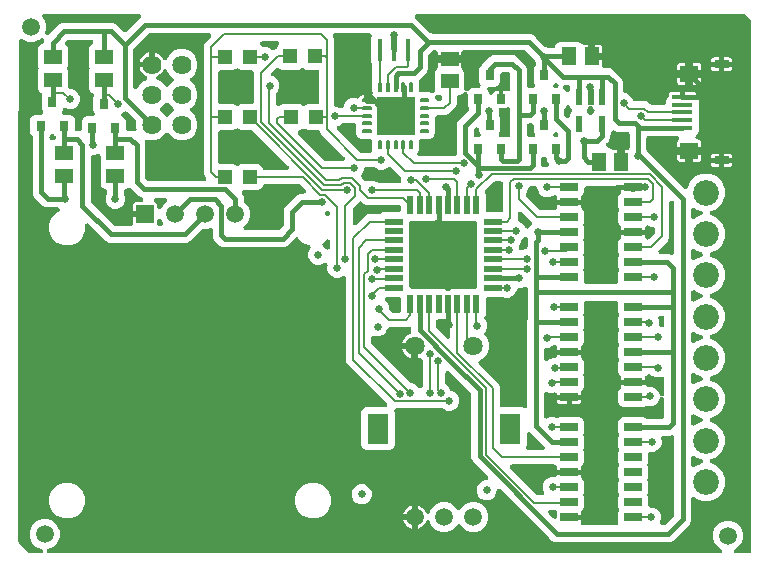
<source format=gtl>
G04 EAGLE Gerber RS-274X export*
G75*
%MOMM*%
%FSLAX34Y34*%
%LPD*%
%INTop Copper*%
%IPPOS*%
%AMOC8*
5,1,8,0,0,1.08239X$1,22.5*%
G01*
%ADD10R,1.500000X1.300000*%
%ADD11R,1.300000X1.500000*%
%ADD12R,1.525000X0.650000*%
%ADD13C,1.625600*%
%ADD14C,2.184400*%
%ADD15R,1.200000X1.200000*%
%ADD16R,0.787400X0.889000*%
%ADD17R,1.508000X1.508000*%
%ADD18C,1.508000*%
%ADD19R,0.580000X1.390000*%
%ADD20C,0.160000*%
%ADD21R,3.250000X3.250000*%
%ADD22R,0.550000X1.600000*%
%ADD23R,1.600000X0.550000*%
%ADD24C,1.638300*%
%ADD25C,1.498600*%
%ADD26R,1.803400X2.590800*%
%ADD27R,0.400000X1.900000*%
%ADD28R,1.499997X1.400047*%
%ADD29R,1.799997X0.400000*%
%ADD30R,1.270000X0.635000*%
%ADD31C,1.500000*%
%ADD32C,0.406400*%
%ADD33C,0.654800*%
%ADD34C,0.203200*%

G36*
X609165Y-3831D02*
X609165Y-3831D01*
X609169Y-3831D01*
X609363Y-3811D01*
X609561Y-3791D01*
X609565Y-3790D01*
X609570Y-3790D01*
X609756Y-3732D01*
X609946Y-3673D01*
X609950Y-3671D01*
X609954Y-3670D01*
X610126Y-3576D01*
X610300Y-3481D01*
X610303Y-3479D01*
X610307Y-3476D01*
X610459Y-3349D01*
X610609Y-3224D01*
X610612Y-3220D01*
X610615Y-3217D01*
X610738Y-3063D01*
X610862Y-2910D01*
X610864Y-2906D01*
X610866Y-2903D01*
X610957Y-2727D01*
X611047Y-2553D01*
X611048Y-2548D01*
X611050Y-2544D01*
X611104Y-2356D01*
X611158Y-2166D01*
X611159Y-2161D01*
X611160Y-2157D01*
X611175Y-1964D01*
X611191Y-1764D01*
X611191Y-1760D01*
X611191Y-1756D01*
X611168Y-1563D01*
X611144Y-1365D01*
X611143Y-1360D01*
X611143Y-1356D01*
X611081Y-1170D01*
X611020Y-982D01*
X611017Y-978D01*
X611016Y-974D01*
X610918Y-802D01*
X610822Y-631D01*
X610819Y-628D01*
X610817Y-624D01*
X610689Y-477D01*
X610559Y-327D01*
X610555Y-324D01*
X610552Y-320D01*
X610394Y-199D01*
X610240Y-80D01*
X610237Y-78D01*
X610233Y-75D01*
X609938Y77D01*
X609074Y435D01*
X605535Y3974D01*
X603619Y8597D01*
X603619Y13603D01*
X605535Y18226D01*
X609074Y21765D01*
X613697Y23681D01*
X618703Y23681D01*
X623326Y21765D01*
X626865Y18226D01*
X628781Y13603D01*
X628781Y8597D01*
X626865Y3974D01*
X623326Y435D01*
X622462Y77D01*
X622458Y75D01*
X622454Y73D01*
X622279Y-22D01*
X622107Y-114D01*
X622104Y-116D01*
X622100Y-119D01*
X621949Y-245D01*
X621797Y-370D01*
X621794Y-374D01*
X621791Y-376D01*
X621668Y-529D01*
X621543Y-683D01*
X621541Y-687D01*
X621538Y-690D01*
X621449Y-862D01*
X621356Y-1039D01*
X621355Y-1044D01*
X621353Y-1047D01*
X621299Y-1234D01*
X621243Y-1426D01*
X621243Y-1430D01*
X621242Y-1434D01*
X621225Y-1636D01*
X621209Y-1827D01*
X621209Y-1831D01*
X621209Y-1836D01*
X621232Y-2033D01*
X621254Y-2227D01*
X621255Y-2231D01*
X621256Y-2235D01*
X621317Y-2423D01*
X621377Y-2610D01*
X621379Y-2614D01*
X621380Y-2618D01*
X621478Y-2791D01*
X621573Y-2962D01*
X621576Y-2965D01*
X621578Y-2969D01*
X621707Y-3118D01*
X621835Y-3267D01*
X621839Y-3270D01*
X621841Y-3274D01*
X621996Y-3393D01*
X622152Y-3516D01*
X622156Y-3518D01*
X622160Y-3520D01*
X622336Y-3608D01*
X622512Y-3696D01*
X622516Y-3698D01*
X622520Y-3700D01*
X622713Y-3751D01*
X622900Y-3803D01*
X622905Y-3803D01*
X622909Y-3804D01*
X623240Y-3831D01*
X633550Y-3831D01*
X633568Y-3829D01*
X633586Y-3831D01*
X633768Y-3810D01*
X633951Y-3791D01*
X633968Y-3786D01*
X633985Y-3784D01*
X634160Y-3727D01*
X634336Y-3673D01*
X634351Y-3665D01*
X634368Y-3659D01*
X634528Y-3569D01*
X634690Y-3481D01*
X634703Y-3470D01*
X634719Y-3461D01*
X634858Y-3341D01*
X634999Y-3224D01*
X635010Y-3210D01*
X635024Y-3198D01*
X635136Y-3053D01*
X635251Y-2910D01*
X635259Y-2894D01*
X635270Y-2880D01*
X635352Y-2715D01*
X635437Y-2553D01*
X635442Y-2536D01*
X635450Y-2520D01*
X635497Y-2341D01*
X635548Y-2166D01*
X635550Y-2148D01*
X635554Y-2131D01*
X635581Y-1800D01*
X635581Y447050D01*
X635579Y447077D01*
X635581Y447103D01*
X635559Y447277D01*
X635541Y447451D01*
X635534Y447476D01*
X635530Y447503D01*
X635474Y447669D01*
X635423Y447836D01*
X635410Y447859D01*
X635402Y447884D01*
X635315Y448036D01*
X635231Y448190D01*
X635214Y448210D01*
X635201Y448233D01*
X634986Y448486D01*
X631142Y452331D01*
X631121Y452347D01*
X631104Y452367D01*
X630966Y452474D01*
X630830Y452586D01*
X630807Y452598D01*
X630786Y452614D01*
X630630Y452692D01*
X630475Y452775D01*
X630449Y452782D01*
X630426Y452794D01*
X630257Y452839D01*
X630089Y452889D01*
X630063Y452892D01*
X630037Y452898D01*
X629706Y452926D01*
X353007Y453057D01*
X352998Y453056D01*
X352988Y453057D01*
X352795Y453036D01*
X352606Y453017D01*
X352597Y453015D01*
X352588Y453014D01*
X352404Y452955D01*
X352221Y452899D01*
X352213Y452895D01*
X352204Y452892D01*
X352036Y452799D01*
X351867Y452708D01*
X351860Y452702D01*
X351852Y452697D01*
X351706Y452573D01*
X351558Y452450D01*
X351552Y452443D01*
X351545Y452437D01*
X351426Y452286D01*
X351305Y452137D01*
X351301Y452128D01*
X351295Y452121D01*
X351208Y451949D01*
X351120Y451779D01*
X351117Y451770D01*
X351113Y451762D01*
X351061Y451576D01*
X351008Y451392D01*
X351007Y451383D01*
X351005Y451374D01*
X350991Y451182D01*
X350975Y450991D01*
X350976Y450982D01*
X350975Y450972D01*
X350999Y450782D01*
X351022Y450591D01*
X351024Y450582D01*
X351026Y450573D01*
X351087Y450391D01*
X351146Y450208D01*
X351151Y450200D01*
X351154Y450191D01*
X351250Y450025D01*
X351344Y449858D01*
X351350Y449851D01*
X351355Y449842D01*
X351570Y449589D01*
X364151Y437008D01*
X364172Y436991D01*
X364189Y436970D01*
X364327Y436863D01*
X364463Y436753D01*
X364486Y436740D01*
X364508Y436724D01*
X364664Y436646D01*
X364818Y436564D01*
X364844Y436556D01*
X364868Y436544D01*
X365037Y436499D01*
X365204Y436449D01*
X365231Y436447D01*
X365257Y436440D01*
X365588Y436413D01*
X449015Y436413D01*
X451629Y435330D01*
X453916Y433043D01*
X461648Y425310D01*
X461673Y425291D01*
X461693Y425267D01*
X461828Y425163D01*
X461960Y425055D01*
X461987Y425041D01*
X462012Y425022D01*
X462307Y424870D01*
X463763Y424267D01*
X463793Y424258D01*
X463821Y424244D01*
X463985Y424200D01*
X464148Y424151D01*
X464179Y424148D01*
X464209Y424140D01*
X464540Y424113D01*
X468183Y424113D01*
X468205Y424115D01*
X468227Y424113D01*
X468405Y424135D01*
X468584Y424153D01*
X468605Y424159D01*
X468627Y424162D01*
X468797Y424218D01*
X468969Y424271D01*
X468988Y424281D01*
X469009Y424288D01*
X469165Y424377D01*
X469323Y424463D01*
X469340Y424477D01*
X469359Y424488D01*
X469495Y424606D01*
X469632Y424720D01*
X469646Y424738D01*
X469663Y424752D01*
X469772Y424894D01*
X469884Y425034D01*
X469894Y425054D01*
X469908Y425072D01*
X470060Y425367D01*
X470893Y427378D01*
X472322Y428807D01*
X474189Y429581D01*
X489211Y429581D01*
X491078Y428807D01*
X492250Y427636D01*
X492270Y427619D01*
X492288Y427598D01*
X492426Y427491D01*
X492561Y427381D01*
X492585Y427368D01*
X492606Y427352D01*
X492763Y427274D01*
X492917Y427192D01*
X492942Y427184D01*
X492966Y427172D01*
X493136Y427127D01*
X493303Y427077D01*
X493329Y427075D01*
X493355Y427068D01*
X493686Y427041D01*
X497451Y427041D01*
X497451Y418218D01*
X497452Y418200D01*
X497451Y418183D01*
X497472Y418000D01*
X497491Y417818D01*
X497496Y417801D01*
X497498Y417783D01*
X497555Y417608D01*
X497609Y417433D01*
X497617Y417417D01*
X497623Y417400D01*
X497713Y417240D01*
X497800Y417079D01*
X497812Y417065D01*
X497821Y417049D01*
X497941Y416910D01*
X498058Y416769D01*
X498072Y416758D01*
X498084Y416745D01*
X498230Y416632D01*
X498372Y416517D01*
X498388Y416509D01*
X498402Y416498D01*
X498567Y416416D01*
X498729Y416332D01*
X498746Y416327D01*
X498762Y416319D01*
X498941Y416271D01*
X499116Y416220D01*
X499134Y416219D01*
X499151Y416214D01*
X499482Y416187D01*
X499887Y416187D01*
X499887Y415782D01*
X499889Y415764D01*
X499887Y415746D01*
X499909Y415564D01*
X499927Y415381D01*
X499932Y415364D01*
X499934Y415347D01*
X499991Y415172D01*
X500045Y414996D01*
X500053Y414981D01*
X500059Y414964D01*
X500149Y414804D01*
X500237Y414642D01*
X500248Y414629D01*
X500257Y414613D01*
X500377Y414474D01*
X500495Y414333D01*
X500508Y414322D01*
X500520Y414308D01*
X500665Y414196D01*
X500808Y414081D01*
X500824Y414073D01*
X500838Y414062D01*
X501003Y413980D01*
X501166Y413895D01*
X501183Y413890D01*
X501199Y413882D01*
X501377Y413834D01*
X501552Y413784D01*
X501570Y413782D01*
X501587Y413778D01*
X501918Y413751D01*
X509741Y413751D01*
X509741Y409044D01*
X509743Y409026D01*
X509741Y409008D01*
X509762Y408826D01*
X509781Y408643D01*
X509786Y408626D01*
X509788Y408609D01*
X509845Y408434D01*
X509899Y408258D01*
X509907Y408243D01*
X509913Y408226D01*
X510003Y408066D01*
X510091Y407904D01*
X510102Y407891D01*
X510111Y407875D01*
X510231Y407736D01*
X510348Y407595D01*
X510362Y407584D01*
X510374Y407570D01*
X510518Y407458D01*
X510662Y407343D01*
X510678Y407335D01*
X510692Y407324D01*
X510856Y407242D01*
X511019Y407157D01*
X511037Y407152D01*
X511052Y407144D01*
X511230Y407097D01*
X511406Y407046D01*
X511424Y407044D01*
X511441Y407040D01*
X511772Y407013D01*
X515915Y407013D01*
X518529Y405930D01*
X526230Y398229D01*
X527313Y395615D01*
X527313Y387874D01*
X527315Y387856D01*
X527313Y387838D01*
X527334Y387656D01*
X527353Y387473D01*
X527358Y387456D01*
X527360Y387439D01*
X527417Y387264D01*
X527471Y387088D01*
X527479Y387073D01*
X527485Y387056D01*
X527575Y386896D01*
X527663Y386734D01*
X527674Y386721D01*
X527683Y386705D01*
X527803Y386566D01*
X527920Y386425D01*
X527934Y386414D01*
X527946Y386400D01*
X528091Y386288D01*
X528234Y386173D01*
X528250Y386165D01*
X528264Y386154D01*
X528429Y386072D01*
X528591Y385987D01*
X528608Y385982D01*
X528624Y385974D01*
X528803Y385927D01*
X528978Y385876D01*
X528996Y385874D01*
X529013Y385870D01*
X529344Y385843D01*
X529515Y385843D01*
X532585Y384571D01*
X534936Y382221D01*
X535742Y380273D01*
X535753Y380253D01*
X535760Y380232D01*
X535848Y380076D01*
X535933Y379918D01*
X535947Y379901D01*
X535958Y379881D01*
X536075Y379746D01*
X536189Y379607D01*
X536206Y379593D01*
X536221Y379576D01*
X536362Y379467D01*
X536502Y379354D01*
X536521Y379343D01*
X536539Y379330D01*
X536700Y379250D01*
X536858Y379167D01*
X536879Y379160D01*
X536899Y379150D01*
X537073Y379104D01*
X537245Y379054D01*
X537267Y379052D01*
X537288Y379046D01*
X537619Y379019D01*
X546531Y379019D01*
X548772Y378091D01*
X550390Y376472D01*
X550411Y376455D01*
X550429Y376435D01*
X550567Y376328D01*
X550702Y376217D01*
X550726Y376205D01*
X550747Y376188D01*
X550904Y376110D01*
X551058Y376029D01*
X551083Y376021D01*
X551107Y376009D01*
X551277Y375963D01*
X551444Y375914D01*
X551470Y375911D01*
X551496Y375904D01*
X551827Y375877D01*
X561433Y375877D01*
X561451Y375879D01*
X561468Y375878D01*
X561651Y375899D01*
X561833Y375917D01*
X561850Y375922D01*
X561868Y375925D01*
X562043Y375982D01*
X562218Y376035D01*
X562234Y376044D01*
X562251Y376049D01*
X562411Y376140D01*
X562572Y376227D01*
X562586Y376239D01*
X562602Y376247D01*
X562741Y376368D01*
X562882Y376485D01*
X562893Y376499D01*
X562906Y376510D01*
X563019Y376656D01*
X563134Y376799D01*
X563142Y376814D01*
X563153Y376829D01*
X563235Y376993D01*
X563319Y377156D01*
X563324Y377173D01*
X563332Y377189D01*
X563380Y377367D01*
X563431Y377543D01*
X563432Y377561D01*
X563437Y377578D01*
X563464Y377909D01*
X563464Y379294D01*
X564238Y381161D01*
X565409Y382333D01*
X565426Y382353D01*
X565446Y382371D01*
X565554Y382509D01*
X565664Y382644D01*
X565677Y382668D01*
X565693Y382689D01*
X565771Y382846D01*
X565853Y383000D01*
X565860Y383025D01*
X565872Y383049D01*
X565918Y383218D01*
X565968Y383386D01*
X565970Y383412D01*
X565977Y383438D01*
X566004Y383769D01*
X566004Y385120D01*
X566177Y385766D01*
X566512Y386346D01*
X566985Y386819D01*
X567564Y387153D01*
X568210Y387326D01*
X575513Y387326D01*
X575513Y385395D01*
X575515Y385377D01*
X575514Y385359D01*
X575535Y385177D01*
X575553Y384994D01*
X575558Y384977D01*
X575561Y384960D01*
X575617Y384785D01*
X575671Y384609D01*
X575680Y384594D01*
X575685Y384577D01*
X575776Y384416D01*
X575863Y384255D01*
X575875Y384242D01*
X575883Y384226D01*
X576004Y384087D01*
X576121Y383946D01*
X576135Y383935D01*
X576146Y383922D01*
X576291Y383809D01*
X576435Y383694D01*
X576450Y383686D01*
X576465Y383675D01*
X576629Y383593D01*
X576792Y383508D01*
X576809Y383503D01*
X576825Y383495D01*
X577003Y383448D01*
X577179Y383397D01*
X577197Y383395D01*
X577214Y383391D01*
X577545Y383364D01*
X577563Y383366D01*
X577580Y383364D01*
X577763Y383385D01*
X577946Y383404D01*
X577963Y383409D01*
X577980Y383411D01*
X578155Y383468D01*
X578330Y383522D01*
X578346Y383530D01*
X578363Y383536D01*
X578523Y383626D01*
X578684Y383714D01*
X578698Y383725D01*
X578714Y383734D01*
X578853Y383854D01*
X578994Y383971D01*
X579005Y383985D01*
X579018Y383997D01*
X579131Y384142D01*
X579246Y384285D01*
X579254Y384301D01*
X579265Y384315D01*
X579347Y384480D01*
X579432Y384642D01*
X579436Y384659D01*
X579444Y384676D01*
X579492Y384854D01*
X579543Y385029D01*
X579544Y385047D01*
X579549Y385064D01*
X579576Y385395D01*
X579576Y387326D01*
X586879Y387326D01*
X587525Y387153D01*
X588105Y386819D01*
X588578Y386346D01*
X588912Y385766D01*
X589085Y385120D01*
X589085Y383769D01*
X589088Y383742D01*
X589086Y383716D01*
X589108Y383542D01*
X589125Y383368D01*
X589133Y383343D01*
X589137Y383316D01*
X589192Y383150D01*
X589243Y382983D01*
X589256Y382960D01*
X589265Y382934D01*
X589352Y382783D01*
X589435Y382629D01*
X589452Y382609D01*
X589466Y382586D01*
X589680Y382333D01*
X590852Y381161D01*
X591625Y379294D01*
X591625Y353765D01*
X590852Y351898D01*
X589203Y350249D01*
X589198Y350242D01*
X589191Y350237D01*
X589070Y350087D01*
X588948Y349938D01*
X588944Y349930D01*
X588938Y349923D01*
X588850Y349752D01*
X588760Y349582D01*
X588757Y349573D01*
X588753Y349566D01*
X588700Y349381D01*
X588645Y349196D01*
X588644Y349187D01*
X588642Y349179D01*
X588626Y348988D01*
X588608Y348795D01*
X588609Y348786D01*
X588609Y348777D01*
X588631Y348588D01*
X588652Y348395D01*
X588655Y348386D01*
X588656Y348377D01*
X588715Y348194D01*
X588773Y348011D01*
X588778Y348003D01*
X588780Y347995D01*
X588875Y347828D01*
X588968Y347659D01*
X588974Y347652D01*
X588978Y347644D01*
X589103Y347499D01*
X589229Y347352D01*
X589236Y347346D01*
X589241Y347339D01*
X589392Y347223D01*
X589545Y347102D01*
X589553Y347098D01*
X589560Y347093D01*
X589731Y347007D01*
X589904Y346920D01*
X589912Y346917D01*
X589920Y346913D01*
X590106Y346863D01*
X590291Y346812D01*
X590300Y346811D01*
X590309Y346809D01*
X590640Y346782D01*
X591181Y346782D01*
X591827Y346609D01*
X592406Y346274D01*
X592879Y345801D01*
X593214Y345222D01*
X593387Y344575D01*
X593387Y340740D01*
X584814Y340740D01*
X584797Y340738D01*
X584779Y340740D01*
X584597Y340718D01*
X584414Y340700D01*
X584397Y340695D01*
X584379Y340693D01*
X584204Y340636D01*
X584029Y340582D01*
X584013Y340574D01*
X583996Y340568D01*
X583836Y340478D01*
X583675Y340390D01*
X583661Y340379D01*
X583646Y340370D01*
X583506Y340250D01*
X583366Y340132D01*
X583354Y340119D01*
X583343Y340108D01*
X583302Y340158D01*
X583288Y340169D01*
X583276Y340182D01*
X583131Y340295D01*
X582988Y340410D01*
X582972Y340418D01*
X582958Y340429D01*
X582793Y340511D01*
X582630Y340595D01*
X582613Y340600D01*
X582597Y340608D01*
X582419Y340656D01*
X582244Y340707D01*
X582226Y340708D01*
X582209Y340713D01*
X581878Y340740D01*
X573305Y340740D01*
X573305Y344575D01*
X573479Y345222D01*
X573813Y345801D01*
X574208Y346196D01*
X574213Y346202D01*
X574220Y346208D01*
X574340Y346357D01*
X574463Y346507D01*
X574467Y346515D01*
X574473Y346522D01*
X574561Y346692D01*
X574651Y346863D01*
X574654Y346871D01*
X574658Y346879D01*
X574710Y347061D01*
X574766Y347249D01*
X574767Y347258D01*
X574769Y347266D01*
X574785Y347457D01*
X574803Y347650D01*
X574802Y347659D01*
X574802Y347667D01*
X574780Y347857D01*
X574759Y348050D01*
X574756Y348058D01*
X574755Y348067D01*
X574697Y348248D01*
X574638Y348434D01*
X574633Y348441D01*
X574631Y348450D01*
X574536Y348618D01*
X574443Y348786D01*
X574437Y348793D01*
X574433Y348801D01*
X574307Y348946D01*
X574182Y349093D01*
X574175Y349099D01*
X574169Y349105D01*
X574019Y349222D01*
X573866Y349343D01*
X573858Y349347D01*
X573851Y349352D01*
X573679Y349438D01*
X573508Y349525D01*
X573499Y349527D01*
X573491Y349531D01*
X573303Y349582D01*
X573120Y349633D01*
X573111Y349634D01*
X573102Y349636D01*
X572771Y349663D01*
X549144Y349663D01*
X549126Y349661D01*
X549108Y349663D01*
X548926Y349641D01*
X548743Y349623D01*
X548726Y349618D01*
X548709Y349616D01*
X548534Y349559D01*
X548358Y349505D01*
X548343Y349497D01*
X548326Y349491D01*
X548166Y349401D01*
X548004Y349313D01*
X547991Y349302D01*
X547975Y349293D01*
X547836Y349173D01*
X547695Y349056D01*
X547684Y349042D01*
X547670Y349030D01*
X547558Y348885D01*
X547443Y348742D01*
X547435Y348726D01*
X547424Y348712D01*
X547342Y348547D01*
X547257Y348384D01*
X547252Y348367D01*
X547244Y348351D01*
X547196Y348173D01*
X547146Y347998D01*
X547144Y347980D01*
X547140Y347963D01*
X547113Y347632D01*
X547113Y338160D01*
X547115Y338133D01*
X547113Y338107D01*
X547135Y337933D01*
X547153Y337759D01*
X547160Y337734D01*
X547164Y337707D01*
X547219Y337541D01*
X547271Y337374D01*
X547284Y337351D01*
X547292Y337325D01*
X547379Y337174D01*
X547463Y337020D01*
X547480Y337000D01*
X547493Y336977D01*
X547708Y336724D01*
X578889Y305542D01*
X578899Y305534D01*
X578908Y305524D01*
X579054Y305407D01*
X579200Y305287D01*
X579212Y305281D01*
X579223Y305273D01*
X579390Y305187D01*
X579556Y305099D01*
X579569Y305095D01*
X579581Y305089D01*
X579761Y305038D01*
X579942Y304984D01*
X579955Y304983D01*
X579968Y304979D01*
X580154Y304965D01*
X580343Y304947D01*
X580356Y304949D01*
X580370Y304948D01*
X580554Y304970D01*
X580743Y304991D01*
X580756Y304995D01*
X580769Y304997D01*
X580946Y305055D01*
X581127Y305112D01*
X581139Y305119D01*
X581152Y305123D01*
X581315Y305216D01*
X581479Y305307D01*
X581490Y305316D01*
X581501Y305322D01*
X581644Y305447D01*
X581786Y305568D01*
X581795Y305578D01*
X581805Y305587D01*
X581919Y305736D01*
X582036Y305884D01*
X582042Y305896D01*
X582050Y305906D01*
X582202Y306201D01*
X584134Y310865D01*
X588635Y315366D01*
X593217Y317264D01*
X594517Y317803D01*
X600883Y317803D01*
X606765Y315366D01*
X611266Y310865D01*
X613703Y304983D01*
X613703Y298617D01*
X611266Y292735D01*
X606765Y288234D01*
X602530Y286480D01*
X602530Y286479D01*
X601799Y286177D01*
X601791Y286172D01*
X601783Y286170D01*
X601615Y286078D01*
X601444Y285986D01*
X601437Y285981D01*
X601429Y285976D01*
X601283Y285853D01*
X601134Y285730D01*
X601128Y285723D01*
X601121Y285717D01*
X601001Y285567D01*
X600880Y285417D01*
X600876Y285409D01*
X600870Y285402D01*
X600783Y285232D01*
X600693Y285061D01*
X600690Y285052D01*
X600686Y285044D01*
X600634Y284860D01*
X600580Y284674D01*
X600579Y284665D01*
X600577Y284657D01*
X600562Y284463D01*
X600545Y284273D01*
X600546Y284264D01*
X600546Y284256D01*
X600569Y284064D01*
X600590Y283873D01*
X600593Y283865D01*
X600594Y283856D01*
X600655Y283673D01*
X600714Y283490D01*
X600718Y283482D01*
X600721Y283474D01*
X600817Y283306D01*
X600910Y283138D01*
X600916Y283132D01*
X600920Y283124D01*
X601047Y282978D01*
X601172Y282833D01*
X601179Y282827D01*
X601185Y282820D01*
X601337Y282703D01*
X601489Y282584D01*
X601497Y282580D01*
X601504Y282575D01*
X601799Y282423D01*
X606765Y280366D01*
X611266Y275865D01*
X613703Y269983D01*
X613703Y263617D01*
X611266Y257735D01*
X606765Y253234D01*
X601799Y251177D01*
X601791Y251172D01*
X601783Y251170D01*
X601615Y251078D01*
X601444Y250986D01*
X601437Y250981D01*
X601429Y250976D01*
X601283Y250853D01*
X601134Y250730D01*
X601128Y250723D01*
X601121Y250717D01*
X601002Y250567D01*
X600880Y250417D01*
X600876Y250409D01*
X600870Y250403D01*
X600782Y250231D01*
X600693Y250061D01*
X600690Y250052D01*
X600686Y250044D01*
X600634Y249860D01*
X600580Y249674D01*
X600579Y249666D01*
X600577Y249657D01*
X600562Y249466D01*
X600545Y249273D01*
X600546Y249264D01*
X600546Y249256D01*
X600569Y249065D01*
X600590Y248873D01*
X600593Y248865D01*
X600594Y248856D01*
X600655Y248673D01*
X600714Y248490D01*
X600718Y248482D01*
X600721Y248474D01*
X600816Y248306D01*
X600910Y248138D01*
X600916Y248132D01*
X600920Y248124D01*
X601047Y247979D01*
X601172Y247833D01*
X601179Y247827D01*
X601185Y247820D01*
X601336Y247704D01*
X601489Y247584D01*
X601497Y247580D01*
X601504Y247575D01*
X601799Y247423D01*
X606765Y245366D01*
X611266Y240865D01*
X613703Y234983D01*
X613703Y228617D01*
X611266Y222735D01*
X606765Y218234D01*
X601799Y216177D01*
X601791Y216172D01*
X601783Y216170D01*
X601613Y216077D01*
X601444Y215986D01*
X601437Y215981D01*
X601429Y215976D01*
X601282Y215852D01*
X601134Y215730D01*
X601128Y215723D01*
X601121Y215717D01*
X601001Y215567D01*
X600880Y215417D01*
X600876Y215409D01*
X600870Y215402D01*
X600783Y215232D01*
X600693Y215061D01*
X600690Y215052D01*
X600686Y215044D01*
X600634Y214860D01*
X600580Y214674D01*
X600579Y214665D01*
X600577Y214657D01*
X600562Y214466D01*
X600545Y214273D01*
X600546Y214264D01*
X600546Y214256D01*
X600569Y214065D01*
X600590Y213873D01*
X600593Y213865D01*
X600594Y213856D01*
X600654Y213674D01*
X600714Y213490D01*
X600718Y213482D01*
X600721Y213474D01*
X600816Y213306D01*
X600910Y213138D01*
X600916Y213132D01*
X600920Y213124D01*
X601048Y212978D01*
X601172Y212833D01*
X601179Y212827D01*
X601185Y212820D01*
X601337Y212703D01*
X601489Y212584D01*
X601497Y212580D01*
X601504Y212575D01*
X601799Y212423D01*
X606765Y210366D01*
X611266Y205865D01*
X613703Y199983D01*
X613703Y193617D01*
X611266Y187735D01*
X606765Y183234D01*
X605925Y182886D01*
X601799Y181177D01*
X601791Y181172D01*
X601783Y181170D01*
X601613Y181077D01*
X601444Y180986D01*
X601437Y180981D01*
X601429Y180976D01*
X601282Y180852D01*
X601134Y180730D01*
X601128Y180723D01*
X601121Y180717D01*
X601001Y180567D01*
X600880Y180417D01*
X600876Y180409D01*
X600870Y180402D01*
X600783Y180232D01*
X600693Y180061D01*
X600690Y180052D01*
X600686Y180044D01*
X600634Y179860D01*
X600580Y179674D01*
X600579Y179665D01*
X600577Y179657D01*
X600562Y179466D01*
X600545Y179273D01*
X600546Y179264D01*
X600546Y179256D01*
X600569Y179065D01*
X600590Y178873D01*
X600593Y178865D01*
X600594Y178856D01*
X600654Y178674D01*
X600714Y178490D01*
X600718Y178482D01*
X600721Y178474D01*
X600816Y178306D01*
X600910Y178138D01*
X600916Y178132D01*
X600920Y178124D01*
X601049Y177976D01*
X601172Y177833D01*
X601179Y177827D01*
X601185Y177820D01*
X601337Y177703D01*
X601489Y177584D01*
X601497Y177580D01*
X601504Y177575D01*
X601799Y177423D01*
X606765Y175366D01*
X611266Y170865D01*
X613703Y164983D01*
X613703Y158617D01*
X611266Y152735D01*
X606765Y148234D01*
X602153Y146323D01*
X601799Y146177D01*
X601791Y146172D01*
X601783Y146170D01*
X601613Y146077D01*
X601444Y145986D01*
X601437Y145981D01*
X601429Y145976D01*
X601282Y145852D01*
X601134Y145730D01*
X601128Y145723D01*
X601121Y145717D01*
X601001Y145567D01*
X600880Y145417D01*
X600876Y145409D01*
X600870Y145402D01*
X600783Y145232D01*
X600693Y145061D01*
X600690Y145052D01*
X600686Y145044D01*
X600634Y144860D01*
X600580Y144674D01*
X600579Y144665D01*
X600577Y144657D01*
X600562Y144466D01*
X600545Y144273D01*
X600546Y144264D01*
X600546Y144256D01*
X600569Y144062D01*
X600590Y143873D01*
X600593Y143865D01*
X600594Y143856D01*
X600654Y143674D01*
X600714Y143490D01*
X600718Y143482D01*
X600721Y143474D01*
X600816Y143306D01*
X600910Y143138D01*
X600916Y143132D01*
X600920Y143124D01*
X601048Y142978D01*
X601172Y142833D01*
X601179Y142827D01*
X601185Y142820D01*
X601337Y142703D01*
X601489Y142584D01*
X601497Y142580D01*
X601504Y142575D01*
X601799Y142423D01*
X606765Y140366D01*
X611266Y135865D01*
X613703Y129983D01*
X613703Y123617D01*
X611266Y117735D01*
X606765Y113234D01*
X601799Y111177D01*
X601791Y111172D01*
X601783Y111170D01*
X601615Y111078D01*
X601444Y110986D01*
X601437Y110981D01*
X601429Y110976D01*
X601283Y110853D01*
X601134Y110730D01*
X601128Y110723D01*
X601121Y110717D01*
X601001Y110567D01*
X600880Y110417D01*
X600876Y110409D01*
X600870Y110403D01*
X600783Y110232D01*
X600693Y110061D01*
X600690Y110052D01*
X600686Y110044D01*
X600634Y109860D01*
X600580Y109674D01*
X600579Y109666D01*
X600577Y109657D01*
X600562Y109466D01*
X600545Y109273D01*
X600546Y109264D01*
X600546Y109256D01*
X600569Y109066D01*
X600590Y108873D01*
X600593Y108865D01*
X600594Y108856D01*
X600654Y108674D01*
X600714Y108490D01*
X600718Y108482D01*
X600721Y108474D01*
X600816Y108306D01*
X600910Y108138D01*
X600916Y108132D01*
X600920Y108124D01*
X601047Y107979D01*
X601172Y107833D01*
X601179Y107827D01*
X601185Y107820D01*
X601337Y107703D01*
X601489Y107584D01*
X601497Y107580D01*
X601504Y107575D01*
X601799Y107423D01*
X606765Y105366D01*
X611266Y100865D01*
X613703Y94983D01*
X613703Y88617D01*
X611266Y82735D01*
X606765Y78234D01*
X601799Y76177D01*
X601791Y76172D01*
X601783Y76170D01*
X601615Y76078D01*
X601444Y75986D01*
X601437Y75981D01*
X601429Y75976D01*
X601283Y75853D01*
X601134Y75730D01*
X601128Y75723D01*
X601121Y75717D01*
X601001Y75567D01*
X600880Y75417D01*
X600876Y75409D01*
X600870Y75403D01*
X600783Y75232D01*
X600693Y75061D01*
X600690Y75052D01*
X600686Y75044D01*
X600634Y74860D01*
X600580Y74674D01*
X600579Y74666D01*
X600577Y74657D01*
X600562Y74466D01*
X600545Y74273D01*
X600546Y74264D01*
X600546Y74256D01*
X600569Y74066D01*
X600590Y73873D01*
X600593Y73865D01*
X600594Y73856D01*
X600654Y73674D01*
X600714Y73490D01*
X600718Y73482D01*
X600721Y73474D01*
X600816Y73306D01*
X600910Y73138D01*
X600916Y73132D01*
X600920Y73124D01*
X601047Y72979D01*
X601172Y72833D01*
X601179Y72827D01*
X601185Y72820D01*
X601337Y72703D01*
X601489Y72584D01*
X601497Y72580D01*
X601504Y72575D01*
X601799Y72423D01*
X606765Y70366D01*
X611266Y65865D01*
X613703Y59983D01*
X613703Y53617D01*
X611266Y47735D01*
X606765Y43234D01*
X600883Y40797D01*
X594517Y40797D01*
X588635Y43233D01*
X588380Y43488D01*
X588373Y43494D01*
X588368Y43501D01*
X588218Y43622D01*
X588069Y43743D01*
X588061Y43748D01*
X588054Y43753D01*
X587884Y43842D01*
X587713Y43932D01*
X587704Y43935D01*
X587697Y43939D01*
X587513Y43992D01*
X587327Y44047D01*
X587318Y44048D01*
X587310Y44050D01*
X587119Y44066D01*
X586926Y44083D01*
X586917Y44082D01*
X586908Y44083D01*
X586719Y44061D01*
X586526Y44040D01*
X586517Y44037D01*
X586509Y44036D01*
X586326Y43976D01*
X586142Y43918D01*
X586134Y43914D01*
X586126Y43911D01*
X585957Y43816D01*
X585790Y43724D01*
X585783Y43718D01*
X585775Y43713D01*
X585630Y43588D01*
X585483Y43463D01*
X585477Y43456D01*
X585470Y43450D01*
X585353Y43299D01*
X585233Y43147D01*
X585229Y43139D01*
X585224Y43132D01*
X585138Y42960D01*
X585051Y42788D01*
X585048Y42780D01*
X585044Y42772D01*
X584994Y42584D01*
X584943Y42400D01*
X584942Y42392D01*
X584940Y42383D01*
X584913Y42052D01*
X584913Y24085D01*
X583830Y21471D01*
X569229Y6870D01*
X567532Y6167D01*
X567531Y6167D01*
X566615Y5787D01*
X469885Y5787D01*
X467271Y6870D01*
X464984Y9157D01*
X423572Y50569D01*
X423565Y50574D01*
X423560Y50581D01*
X423410Y50702D01*
X423261Y50824D01*
X423253Y50828D01*
X423246Y50834D01*
X423075Y50923D01*
X422905Y51012D01*
X422897Y51015D01*
X422889Y51019D01*
X422703Y51072D01*
X422519Y51127D01*
X422510Y51128D01*
X422502Y51131D01*
X422310Y51146D01*
X422118Y51164D01*
X422109Y51163D01*
X422100Y51163D01*
X421911Y51141D01*
X421718Y51120D01*
X421709Y51118D01*
X421701Y51117D01*
X421519Y51057D01*
X421334Y50999D01*
X421326Y50994D01*
X421318Y50992D01*
X421149Y50897D01*
X420982Y50804D01*
X420975Y50798D01*
X420967Y50794D01*
X420821Y50668D01*
X420675Y50543D01*
X420669Y50536D01*
X420662Y50531D01*
X420545Y50379D01*
X420425Y50228D01*
X420421Y50220D01*
X420416Y50213D01*
X420330Y50040D01*
X420243Y49869D01*
X420240Y49860D01*
X420236Y49852D01*
X420186Y49666D01*
X420135Y49481D01*
X420134Y49472D01*
X420132Y49463D01*
X420105Y49132D01*
X420105Y48088D01*
X418833Y45017D01*
X416483Y42667D01*
X413412Y41395D01*
X410088Y41395D01*
X407017Y42667D01*
X404667Y45017D01*
X403395Y48088D01*
X403395Y51412D01*
X404667Y54483D01*
X407017Y56833D01*
X410088Y58105D01*
X411132Y58105D01*
X411141Y58106D01*
X411150Y58105D01*
X411344Y58126D01*
X411533Y58145D01*
X411542Y58147D01*
X411551Y58148D01*
X411734Y58206D01*
X411918Y58263D01*
X411926Y58267D01*
X411934Y58270D01*
X412102Y58362D01*
X412272Y58455D01*
X412279Y58460D01*
X412287Y58465D01*
X412434Y58589D01*
X412581Y58712D01*
X412587Y58719D01*
X412594Y58725D01*
X412713Y58877D01*
X412834Y59026D01*
X412838Y59034D01*
X412843Y59041D01*
X412931Y59214D01*
X413019Y59383D01*
X413022Y59392D01*
X413026Y59400D01*
X413078Y59586D01*
X413131Y59770D01*
X413131Y59779D01*
X413134Y59788D01*
X413148Y59981D01*
X413163Y60172D01*
X413162Y60180D01*
X413163Y60189D01*
X413139Y60382D01*
X413117Y60571D01*
X413114Y60580D01*
X413113Y60589D01*
X413051Y60772D01*
X412992Y60954D01*
X412987Y60962D01*
X412984Y60970D01*
X412888Y61137D01*
X412794Y61305D01*
X412788Y61312D01*
X412783Y61319D01*
X412569Y61572D01*
X399870Y74271D01*
X398787Y76885D01*
X398787Y130612D01*
X398785Y130639D01*
X398787Y130666D01*
X398765Y130840D01*
X398747Y131013D01*
X398740Y131039D01*
X398736Y131065D01*
X398681Y131231D01*
X398629Y131398D01*
X398616Y131422D01*
X398608Y131447D01*
X398521Y131599D01*
X398437Y131752D01*
X398420Y131772D01*
X398407Y131796D01*
X398192Y132049D01*
X380264Y149977D01*
X380257Y149982D01*
X380252Y149989D01*
X380102Y150110D01*
X379953Y150232D01*
X379945Y150236D01*
X379938Y150242D01*
X379768Y150330D01*
X379597Y150420D01*
X379588Y150423D01*
X379581Y150427D01*
X379396Y150480D01*
X379211Y150535D01*
X379202Y150536D01*
X379194Y150539D01*
X379002Y150554D01*
X378810Y150572D01*
X378801Y150571D01*
X378792Y150571D01*
X378603Y150549D01*
X378410Y150528D01*
X378401Y150526D01*
X378393Y150525D01*
X378211Y150465D01*
X378026Y150407D01*
X378018Y150402D01*
X378010Y150400D01*
X377841Y150305D01*
X377674Y150212D01*
X377667Y150206D01*
X377659Y150202D01*
X377513Y150076D01*
X377367Y149951D01*
X377361Y149944D01*
X377354Y149939D01*
X377237Y149787D01*
X377117Y149636D01*
X377113Y149628D01*
X377108Y149621D01*
X377022Y149448D01*
X376935Y149277D01*
X376932Y149268D01*
X376928Y149260D01*
X376878Y149074D01*
X376827Y148889D01*
X376826Y148880D01*
X376824Y148871D01*
X376797Y148540D01*
X376797Y140760D01*
X376799Y140733D01*
X376797Y140707D01*
X376819Y140533D01*
X376837Y140359D01*
X376844Y140334D01*
X376848Y140307D01*
X376903Y140142D01*
X376955Y139975D01*
X376968Y139951D01*
X376976Y139926D01*
X377063Y139774D01*
X377147Y139620D01*
X377164Y139600D01*
X377177Y139577D01*
X377392Y139324D01*
X379983Y136733D01*
X380781Y134805D01*
X380794Y134781D01*
X380802Y134756D01*
X380889Y134604D01*
X380971Y134450D01*
X380988Y134429D01*
X381002Y134406D01*
X381117Y134274D01*
X381228Y134140D01*
X381249Y134123D01*
X381266Y134103D01*
X381405Y133996D01*
X381541Y133886D01*
X381564Y133873D01*
X381585Y133857D01*
X381881Y133706D01*
X384833Y132483D01*
X387183Y130133D01*
X388455Y127062D01*
X388455Y123738D01*
X387183Y120667D01*
X384833Y118317D01*
X381762Y117045D01*
X378438Y117045D01*
X375367Y118317D01*
X374976Y118708D01*
X374956Y118725D01*
X374938Y118746D01*
X374800Y118852D01*
X374665Y118963D01*
X374641Y118976D01*
X374620Y118992D01*
X374464Y119070D01*
X374309Y119152D01*
X374283Y119160D01*
X374259Y119172D01*
X374091Y119217D01*
X373923Y119267D01*
X373897Y119269D01*
X373871Y119276D01*
X373540Y119303D01*
X343533Y119303D01*
X343502Y119300D01*
X343471Y119302D01*
X343301Y119280D01*
X343132Y119263D01*
X343102Y119254D01*
X343071Y119250D01*
X342756Y119149D01*
X342351Y118981D01*
X335616Y118981D01*
X335603Y118980D01*
X335589Y118981D01*
X335403Y118960D01*
X335216Y118941D01*
X335203Y118937D01*
X335189Y118936D01*
X335011Y118879D01*
X334831Y118823D01*
X334819Y118817D01*
X334806Y118813D01*
X334642Y118721D01*
X334477Y118631D01*
X334466Y118623D01*
X334455Y118616D01*
X334311Y118493D01*
X334167Y118374D01*
X334159Y118363D01*
X334149Y118355D01*
X334033Y118206D01*
X333915Y118060D01*
X333909Y118048D01*
X333901Y118038D01*
X333816Y117869D01*
X333729Y117703D01*
X333726Y117690D01*
X333720Y117678D01*
X333670Y117496D01*
X333618Y117316D01*
X333617Y117302D01*
X333613Y117289D01*
X333601Y117103D01*
X333585Y116914D01*
X333587Y116901D01*
X333586Y116888D01*
X333610Y116701D01*
X333632Y116515D01*
X333636Y116502D01*
X333638Y116489D01*
X333740Y116173D01*
X333891Y115808D01*
X333891Y87878D01*
X333117Y86011D01*
X331688Y84582D01*
X329821Y83808D01*
X309765Y83808D01*
X307898Y84582D01*
X306469Y86011D01*
X305695Y87878D01*
X305695Y115808D01*
X306469Y117675D01*
X307898Y119104D01*
X309765Y119878D01*
X325669Y119878D01*
X325678Y119879D01*
X325687Y119878D01*
X325880Y119899D01*
X326070Y119918D01*
X326078Y119920D01*
X326087Y119921D01*
X326272Y119980D01*
X326454Y120036D01*
X326462Y120040D01*
X326471Y120043D01*
X326639Y120136D01*
X326809Y120228D01*
X326815Y120233D01*
X326823Y120238D01*
X326970Y120362D01*
X327118Y120485D01*
X327123Y120492D01*
X327130Y120498D01*
X327250Y120650D01*
X327370Y120799D01*
X327374Y120807D01*
X327380Y120814D01*
X327468Y120987D01*
X327556Y121156D01*
X327558Y121165D01*
X327562Y121173D01*
X327614Y121359D01*
X327667Y121543D01*
X327668Y121552D01*
X327670Y121561D01*
X327684Y121753D01*
X327700Y121945D01*
X327699Y121953D01*
X327700Y121962D01*
X327675Y122155D01*
X327653Y122344D01*
X327650Y122353D01*
X327649Y122362D01*
X327588Y122544D01*
X327528Y122727D01*
X327524Y122735D01*
X327521Y122743D01*
X327425Y122910D01*
X327330Y123078D01*
X327324Y123085D01*
X327320Y123092D01*
X327105Y123345D01*
X293745Y156705D01*
X292817Y158946D01*
X292817Y228931D01*
X292816Y228944D01*
X292817Y228957D01*
X292796Y229144D01*
X292777Y229331D01*
X292773Y229344D01*
X292772Y229357D01*
X292714Y229537D01*
X292659Y229716D01*
X292653Y229728D01*
X292649Y229741D01*
X292557Y229905D01*
X292467Y230070D01*
X292459Y230080D01*
X292452Y230092D01*
X292330Y230235D01*
X292210Y230379D01*
X292199Y230388D01*
X292191Y230398D01*
X292042Y230514D01*
X291896Y230632D01*
X291884Y230638D01*
X291874Y230646D01*
X291705Y230731D01*
X291539Y230817D01*
X291526Y230821D01*
X291514Y230827D01*
X291332Y230877D01*
X291152Y230929D01*
X291138Y230930D01*
X291125Y230933D01*
X290937Y230946D01*
X290750Y230962D01*
X290737Y230960D01*
X290724Y230961D01*
X290536Y230936D01*
X290351Y230915D01*
X290338Y230911D01*
X290325Y230909D01*
X290009Y230807D01*
X286962Y229545D01*
X283638Y229545D01*
X280567Y230817D01*
X278217Y233167D01*
X276945Y236238D01*
X276945Y239562D01*
X276975Y239632D01*
X276976Y239637D01*
X276978Y239641D01*
X277033Y239827D01*
X277091Y240018D01*
X277091Y240022D01*
X277093Y240027D01*
X277111Y240226D01*
X277129Y240419D01*
X277129Y240423D01*
X277129Y240428D01*
X277107Y240628D01*
X277088Y240819D01*
X277086Y240823D01*
X277086Y240828D01*
X277026Y241016D01*
X276968Y241204D01*
X276966Y241208D01*
X276964Y241212D01*
X276872Y241378D01*
X276774Y241557D01*
X276772Y241560D01*
X276769Y241564D01*
X276644Y241712D01*
X276515Y241865D01*
X276512Y241868D01*
X276509Y241871D01*
X276353Y241994D01*
X276201Y242116D01*
X276197Y242118D01*
X276193Y242121D01*
X276016Y242211D01*
X275842Y242300D01*
X275838Y242301D01*
X275834Y242303D01*
X275644Y242356D01*
X275455Y242410D01*
X275451Y242410D01*
X275446Y242411D01*
X275250Y242425D01*
X275054Y242441D01*
X275049Y242440D01*
X275045Y242440D01*
X274848Y242416D01*
X274654Y242392D01*
X274650Y242391D01*
X274645Y242390D01*
X274458Y242327D01*
X274272Y242266D01*
X274268Y242263D01*
X274264Y242262D01*
X274092Y242163D01*
X273922Y242066D01*
X273919Y242063D01*
X273915Y242061D01*
X273757Y241927D01*
X270662Y240645D01*
X267338Y240645D01*
X264267Y241917D01*
X261917Y244267D01*
X260645Y247338D01*
X260645Y250662D01*
X261917Y253733D01*
X262148Y253963D01*
X262156Y253974D01*
X262167Y253982D01*
X262284Y254129D01*
X262403Y254275D01*
X262409Y254287D01*
X262418Y254297D01*
X262504Y254465D01*
X262592Y254631D01*
X262595Y254643D01*
X262602Y254655D01*
X262653Y254836D01*
X262706Y255016D01*
X262708Y255030D01*
X262711Y255043D01*
X262726Y255228D01*
X262743Y255417D01*
X262741Y255431D01*
X262742Y255444D01*
X262720Y255629D01*
X262699Y255818D01*
X262695Y255831D01*
X262694Y255844D01*
X262635Y256021D01*
X262578Y256201D01*
X262571Y256213D01*
X262567Y256226D01*
X262474Y256390D01*
X262383Y256554D01*
X262374Y256564D01*
X262368Y256576D01*
X262244Y256718D01*
X262123Y256861D01*
X262112Y256869D01*
X262103Y256879D01*
X261954Y256994D01*
X261807Y257110D01*
X261795Y257117D01*
X261784Y257125D01*
X261489Y257276D01*
X256397Y259385D01*
X252507Y263276D01*
X252493Y263287D01*
X252482Y263300D01*
X252338Y263414D01*
X252196Y263531D01*
X252180Y263539D01*
X252166Y263550D01*
X252001Y263634D01*
X251840Y263719D01*
X251823Y263724D01*
X251807Y263732D01*
X251629Y263782D01*
X251454Y263834D01*
X251436Y263836D01*
X251419Y263840D01*
X251236Y263854D01*
X251053Y263870D01*
X251035Y263868D01*
X251017Y263870D01*
X250835Y263847D01*
X250653Y263827D01*
X250636Y263822D01*
X250618Y263819D01*
X250444Y263761D01*
X250269Y263706D01*
X250253Y263697D01*
X250236Y263691D01*
X250077Y263599D01*
X249917Y263511D01*
X249903Y263499D01*
X249887Y263490D01*
X249634Y263276D01*
X243129Y256770D01*
X240515Y255687D01*
X188785Y255687D01*
X186171Y256770D01*
X181170Y261771D01*
X180087Y264385D01*
X180087Y269628D01*
X180086Y269641D01*
X180087Y269655D01*
X180066Y269841D01*
X180047Y270029D01*
X180043Y270041D01*
X180042Y270055D01*
X179985Y270231D01*
X179929Y270414D01*
X179923Y270425D01*
X179919Y270438D01*
X179827Y270602D01*
X179737Y270768D01*
X179729Y270778D01*
X179722Y270790D01*
X179599Y270933D01*
X179480Y271077D01*
X179469Y271085D01*
X179461Y271095D01*
X179312Y271212D01*
X179166Y271329D01*
X179154Y271335D01*
X179144Y271344D01*
X178974Y271429D01*
X178809Y271515D01*
X178796Y271518D01*
X178784Y271524D01*
X178602Y271574D01*
X178422Y271626D01*
X178408Y271627D01*
X178395Y271631D01*
X178209Y271644D01*
X178020Y271659D01*
X178007Y271657D01*
X177994Y271658D01*
X177807Y271634D01*
X177621Y271612D01*
X177608Y271608D01*
X177595Y271606D01*
X177279Y271505D01*
X176010Y270979D01*
X171780Y270979D01*
X171753Y270977D01*
X171726Y270979D01*
X171552Y270957D01*
X171379Y270939D01*
X171353Y270932D01*
X171327Y270928D01*
X171161Y270873D01*
X170994Y270821D01*
X170970Y270808D01*
X170945Y270800D01*
X170793Y270713D01*
X170640Y270629D01*
X170620Y270612D01*
X170596Y270599D01*
X170343Y270384D01*
X160329Y260370D01*
X157715Y259287D01*
X92485Y259287D01*
X89871Y260370D01*
X87584Y262657D01*
X75208Y275033D01*
X75201Y275038D01*
X75196Y275045D01*
X75046Y275166D01*
X74897Y275288D01*
X74889Y275292D01*
X74882Y275298D01*
X74712Y275386D01*
X74541Y275476D01*
X74532Y275479D01*
X74525Y275483D01*
X74340Y275536D01*
X74155Y275591D01*
X74146Y275592D01*
X74138Y275595D01*
X73946Y275610D01*
X73754Y275628D01*
X73745Y275627D01*
X73736Y275627D01*
X73547Y275605D01*
X73354Y275584D01*
X73345Y275582D01*
X73337Y275581D01*
X73155Y275521D01*
X72970Y275463D01*
X72962Y275458D01*
X72954Y275456D01*
X72785Y275361D01*
X72618Y275268D01*
X72611Y275262D01*
X72603Y275258D01*
X72457Y275132D01*
X72311Y275007D01*
X72305Y275000D01*
X72298Y274995D01*
X72181Y274843D01*
X72061Y274692D01*
X72057Y274684D01*
X72052Y274677D01*
X71966Y274504D01*
X71879Y274333D01*
X71876Y274324D01*
X71872Y274316D01*
X71822Y274130D01*
X71771Y273945D01*
X71770Y273936D01*
X71768Y273927D01*
X71741Y273596D01*
X71741Y269170D01*
X69445Y263627D01*
X65203Y259385D01*
X59660Y257089D01*
X53660Y257089D01*
X48117Y259385D01*
X43875Y263627D01*
X41579Y269170D01*
X41579Y275170D01*
X43875Y280713D01*
X48117Y284955D01*
X49142Y285379D01*
X49146Y285381D01*
X49151Y285383D01*
X49323Y285476D01*
X49497Y285570D01*
X49501Y285572D01*
X49505Y285575D01*
X49655Y285700D01*
X49808Y285826D01*
X49811Y285829D01*
X49814Y285832D01*
X49934Y285982D01*
X50061Y286139D01*
X50064Y286143D01*
X50066Y286146D01*
X50156Y286319D01*
X50249Y286495D01*
X50250Y286499D01*
X50252Y286503D01*
X50306Y286691D01*
X50362Y286882D01*
X50362Y286886D01*
X50363Y286890D01*
X50379Y287088D01*
X50396Y287283D01*
X50396Y287287D01*
X50396Y287292D01*
X50373Y287486D01*
X50351Y287683D01*
X50350Y287687D01*
X50349Y287691D01*
X50289Y287877D01*
X50228Y288066D01*
X50226Y288070D01*
X50224Y288074D01*
X50128Y288246D01*
X50032Y288418D01*
X50029Y288421D01*
X50026Y288425D01*
X49898Y288573D01*
X49770Y288723D01*
X49766Y288726D01*
X49763Y288730D01*
X49609Y288850D01*
X49453Y288972D01*
X49449Y288974D01*
X49445Y288976D01*
X49270Y289064D01*
X49093Y289152D01*
X49089Y289154D01*
X49085Y289156D01*
X48894Y289207D01*
X48705Y289259D01*
X48700Y289259D01*
X48696Y289260D01*
X48365Y289287D01*
X39085Y289287D01*
X36471Y290370D01*
X28564Y298277D01*
X27481Y300891D01*
X27481Y348944D01*
X27479Y348971D01*
X27481Y348997D01*
X27459Y349171D01*
X27441Y349345D01*
X27433Y349370D01*
X27430Y349397D01*
X27375Y349562D01*
X27323Y349730D01*
X27310Y349753D01*
X27302Y349779D01*
X27215Y349930D01*
X27131Y350084D01*
X27114Y350104D01*
X27101Y350127D01*
X26886Y350380D01*
X26350Y350917D01*
X25576Y352784D01*
X25576Y363696D01*
X26350Y365563D01*
X27779Y366992D01*
X29646Y367766D01*
X34569Y367766D01*
X34578Y367767D01*
X34587Y367766D01*
X34778Y367787D01*
X34970Y367806D01*
X34978Y367808D01*
X34987Y367809D01*
X35171Y367867D01*
X35355Y367924D01*
X35363Y367928D01*
X35371Y367931D01*
X35539Y368024D01*
X35709Y368116D01*
X35716Y368121D01*
X35723Y368126D01*
X35871Y368250D01*
X36018Y368373D01*
X36024Y368380D01*
X36030Y368386D01*
X36150Y368537D01*
X36270Y368687D01*
X36274Y368695D01*
X36280Y368702D01*
X36368Y368875D01*
X36456Y369044D01*
X36458Y369053D01*
X36462Y369061D01*
X36514Y369246D01*
X36567Y369431D01*
X36568Y369440D01*
X36570Y369449D01*
X36584Y369641D01*
X36600Y369833D01*
X36599Y369841D01*
X36600Y369850D01*
X36576Y370042D01*
X36553Y370232D01*
X36550Y370241D01*
X36549Y370250D01*
X36488Y370433D01*
X36428Y370615D01*
X36424Y370623D01*
X36421Y370632D01*
X36325Y370799D01*
X36230Y370966D01*
X36225Y370973D01*
X36220Y370980D01*
X36005Y371233D01*
X36002Y371237D01*
X35228Y373104D01*
X35228Y384049D01*
X35248Y384121D01*
X35302Y384297D01*
X35304Y384315D01*
X35308Y384333D01*
X35323Y384515D01*
X35340Y384698D01*
X35338Y384716D01*
X35340Y384734D01*
X35318Y384915D01*
X35298Y385099D01*
X35293Y385116D01*
X35291Y385134D01*
X35233Y385307D01*
X35179Y385483D01*
X35170Y385499D01*
X35164Y385516D01*
X35073Y385675D01*
X34985Y385836D01*
X34974Y385850D01*
X34965Y385866D01*
X34844Y386004D01*
X34726Y386144D01*
X34712Y386156D01*
X34700Y386169D01*
X34555Y386281D01*
X34411Y386395D01*
X34396Y386404D01*
X34381Y386415D01*
X34086Y386566D01*
X34022Y386593D01*
X32593Y388022D01*
X31819Y389889D01*
X31819Y404911D01*
X32321Y406123D01*
X32329Y406148D01*
X32341Y406172D01*
X32387Y406341D01*
X32438Y406508D01*
X32440Y406535D01*
X32447Y406561D01*
X32459Y406736D01*
X32476Y406909D01*
X32473Y406935D01*
X32475Y406962D01*
X32452Y407136D01*
X32434Y407309D01*
X32426Y407335D01*
X32423Y407361D01*
X32321Y407677D01*
X31819Y408889D01*
X31819Y423911D01*
X32593Y425778D01*
X34239Y427424D01*
X34242Y427428D01*
X34245Y427430D01*
X34352Y427562D01*
X34499Y427551D01*
X34504Y427551D01*
X34508Y427551D01*
X34703Y427577D01*
X34899Y427601D01*
X34903Y427603D01*
X34907Y427603D01*
X35223Y427705D01*
X36033Y428040D01*
X36053Y428051D01*
X36074Y428058D01*
X36230Y428146D01*
X36388Y428231D01*
X36405Y428245D01*
X36425Y428256D01*
X36561Y428373D01*
X36699Y428487D01*
X36713Y428504D01*
X36730Y428519D01*
X36839Y428660D01*
X36952Y428800D01*
X36963Y428819D01*
X36976Y428837D01*
X37056Y428997D01*
X37139Y429156D01*
X37146Y429177D01*
X37156Y429197D01*
X37202Y429371D01*
X37252Y429542D01*
X37254Y429565D01*
X37260Y429586D01*
X37287Y429917D01*
X37287Y430392D01*
X37286Y430400D01*
X37287Y430409D01*
X37266Y430603D01*
X37247Y430792D01*
X37245Y430801D01*
X37244Y430810D01*
X37185Y430994D01*
X37129Y431177D01*
X37125Y431185D01*
X37122Y431193D01*
X37029Y431362D01*
X36937Y431531D01*
X36932Y431538D01*
X36927Y431546D01*
X36803Y431693D01*
X36680Y431840D01*
X36673Y431846D01*
X36667Y431853D01*
X36515Y431973D01*
X36366Y432093D01*
X36358Y432097D01*
X36351Y432102D01*
X36178Y432190D01*
X36009Y432278D01*
X36000Y432281D01*
X35992Y432285D01*
X35806Y432337D01*
X35622Y432390D01*
X35613Y432390D01*
X35604Y432393D01*
X35411Y432407D01*
X35220Y432423D01*
X35212Y432421D01*
X35203Y432422D01*
X35010Y432398D01*
X34821Y432376D01*
X34812Y432373D01*
X34803Y432372D01*
X34621Y432311D01*
X34438Y432251D01*
X34430Y432246D01*
X34422Y432244D01*
X34255Y432147D01*
X34087Y432053D01*
X34080Y432047D01*
X34073Y432043D01*
X33820Y431828D01*
X33010Y431018D01*
X33007Y431014D01*
X33003Y431011D01*
X32897Y430880D01*
X32749Y430891D01*
X32745Y430890D01*
X32740Y430891D01*
X32545Y430865D01*
X32350Y430841D01*
X32346Y430839D01*
X32341Y430839D01*
X32025Y430737D01*
X28602Y429319D01*
X23597Y429319D01*
X18679Y431357D01*
X18572Y431413D01*
X18567Y431415D01*
X18562Y431418D01*
X18373Y431473D01*
X18186Y431528D01*
X18180Y431529D01*
X18175Y431531D01*
X17982Y431547D01*
X17785Y431565D01*
X17780Y431564D01*
X17774Y431565D01*
X17579Y431543D01*
X17385Y431522D01*
X17380Y431520D01*
X17374Y431520D01*
X17185Y431459D01*
X17001Y431401D01*
X16996Y431398D01*
X16991Y431396D01*
X16818Y431299D01*
X16649Y431206D01*
X16644Y431203D01*
X16639Y431200D01*
X16491Y431073D01*
X16341Y430946D01*
X16338Y430941D01*
X16334Y430938D01*
X16214Y430785D01*
X16092Y430630D01*
X16089Y430625D01*
X16085Y430621D01*
X15998Y430446D01*
X15909Y430271D01*
X15907Y430266D01*
X15905Y430261D01*
X15853Y430072D01*
X15801Y429884D01*
X15800Y429878D01*
X15799Y429872D01*
X15770Y429542D01*
X15319Y311838D01*
X15319Y311834D01*
X15319Y311830D01*
X15319Y6350D01*
X15321Y6323D01*
X15319Y6297D01*
X15341Y6123D01*
X15359Y5949D01*
X15367Y5924D01*
X15370Y5897D01*
X15426Y5732D01*
X15477Y5564D01*
X15490Y5541D01*
X15498Y5516D01*
X15585Y5364D01*
X15669Y5210D01*
X15686Y5190D01*
X15699Y5167D01*
X15914Y4914D01*
X24064Y-3236D01*
X24084Y-3253D01*
X24102Y-3274D01*
X24241Y-3381D01*
X24375Y-3491D01*
X24399Y-3504D01*
X24420Y-3520D01*
X24577Y-3599D01*
X24731Y-3680D01*
X24756Y-3688D01*
X24781Y-3700D01*
X24950Y-3745D01*
X25117Y-3795D01*
X25143Y-3797D01*
X25169Y-3804D01*
X25500Y-3831D01*
X34382Y-3831D01*
X34386Y-3831D01*
X34391Y-3831D01*
X34584Y-3811D01*
X34782Y-3791D01*
X34787Y-3790D01*
X34791Y-3790D01*
X34978Y-3731D01*
X35167Y-3673D01*
X35171Y-3671D01*
X35176Y-3670D01*
X35350Y-3574D01*
X35521Y-3481D01*
X35525Y-3479D01*
X35529Y-3476D01*
X35680Y-3349D01*
X35831Y-3224D01*
X35833Y-3220D01*
X35837Y-3217D01*
X35960Y-3063D01*
X36083Y-2910D01*
X36085Y-2906D01*
X36088Y-2902D01*
X36179Y-2725D01*
X36268Y-2553D01*
X36270Y-2548D01*
X36272Y-2544D01*
X36325Y-2357D01*
X36380Y-2166D01*
X36380Y-2161D01*
X36381Y-2157D01*
X36396Y-1964D01*
X36413Y-1764D01*
X36412Y-1760D01*
X36413Y-1756D01*
X36389Y-1563D01*
X36366Y-1365D01*
X36364Y-1360D01*
X36364Y-1356D01*
X36303Y-1172D01*
X36241Y-982D01*
X36239Y-978D01*
X36237Y-974D01*
X36141Y-805D01*
X36043Y-631D01*
X36040Y-628D01*
X36038Y-624D01*
X35912Y-479D01*
X35780Y-326D01*
X35776Y-324D01*
X35773Y-320D01*
X35622Y-204D01*
X35462Y-80D01*
X35458Y-78D01*
X35454Y-75D01*
X35159Y77D01*
X30674Y1935D01*
X27135Y5474D01*
X25219Y10097D01*
X25219Y15103D01*
X27135Y19726D01*
X30674Y23265D01*
X35297Y25181D01*
X40303Y25181D01*
X44926Y23265D01*
X48465Y19726D01*
X50381Y15103D01*
X50381Y10097D01*
X48465Y5474D01*
X44926Y1935D01*
X40441Y77D01*
X40437Y75D01*
X40433Y73D01*
X40260Y-20D01*
X40086Y-114D01*
X40083Y-116D01*
X40079Y-119D01*
X39930Y-243D01*
X39776Y-370D01*
X39773Y-373D01*
X39769Y-376D01*
X39647Y-529D01*
X39522Y-683D01*
X39520Y-687D01*
X39517Y-690D01*
X39426Y-865D01*
X39335Y-1039D01*
X39334Y-1043D01*
X39332Y-1047D01*
X39275Y-1242D01*
X39222Y-1426D01*
X39221Y-1430D01*
X39220Y-1434D01*
X39204Y-1636D01*
X39187Y-1827D01*
X39188Y-1831D01*
X39187Y-1836D01*
X39211Y-2033D01*
X39232Y-2227D01*
X39234Y-2231D01*
X39234Y-2235D01*
X39296Y-2424D01*
X39355Y-2610D01*
X39358Y-2614D01*
X39359Y-2618D01*
X39456Y-2791D01*
X39552Y-2962D01*
X39555Y-2965D01*
X39557Y-2969D01*
X39685Y-3118D01*
X39814Y-3267D01*
X39817Y-3270D01*
X39820Y-3274D01*
X39973Y-3392D01*
X40131Y-3516D01*
X40135Y-3518D01*
X40138Y-3520D01*
X40313Y-3607D01*
X40490Y-3696D01*
X40495Y-3698D01*
X40499Y-3700D01*
X40691Y-3751D01*
X40879Y-3803D01*
X40883Y-3803D01*
X40888Y-3804D01*
X41218Y-3831D01*
X609160Y-3831D01*
X609165Y-3831D01*
G37*
G36*
X521276Y20014D02*
X521276Y20014D01*
X521289Y20013D01*
X521476Y20034D01*
X521663Y20053D01*
X521676Y20057D01*
X521689Y20058D01*
X521868Y20116D01*
X522048Y20171D01*
X522060Y20177D01*
X522073Y20181D01*
X522237Y20273D01*
X522402Y20363D01*
X522412Y20371D01*
X522424Y20378D01*
X522567Y20501D01*
X522711Y20620D01*
X522720Y20631D01*
X522730Y20640D01*
X522846Y20788D01*
X522963Y20934D01*
X522970Y20946D01*
X522978Y20957D01*
X523062Y21125D01*
X523149Y21291D01*
X523153Y21304D01*
X523159Y21316D01*
X523208Y21498D01*
X523260Y21678D01*
X523261Y21692D01*
X523265Y21705D01*
X523278Y21892D01*
X523293Y22080D01*
X523292Y22093D01*
X523293Y22106D01*
X523268Y22292D01*
X523246Y22479D01*
X523242Y22492D01*
X523240Y22506D01*
X523214Y22587D01*
X523214Y31161D01*
X523758Y32473D01*
X523765Y32498D01*
X523777Y32522D01*
X523824Y32690D01*
X523874Y32858D01*
X523877Y32885D01*
X523884Y32911D01*
X523896Y33085D01*
X523912Y33259D01*
X523910Y33285D01*
X523911Y33312D01*
X523889Y33486D01*
X523871Y33659D01*
X523863Y33685D01*
X523859Y33711D01*
X523758Y34027D01*
X523214Y35339D01*
X523214Y43861D01*
X523758Y45173D01*
X523765Y45198D01*
X523777Y45222D01*
X523824Y45390D01*
X523874Y45558D01*
X523877Y45585D01*
X523884Y45611D01*
X523896Y45785D01*
X523912Y45959D01*
X523910Y45985D01*
X523911Y46012D01*
X523889Y46186D01*
X523871Y46359D01*
X523863Y46385D01*
X523859Y46411D01*
X523758Y46727D01*
X523214Y48039D01*
X523214Y56561D01*
X523758Y57873D01*
X523765Y57898D01*
X523777Y57922D01*
X523824Y58090D01*
X523874Y58258D01*
X523877Y58285D01*
X523884Y58311D01*
X523896Y58485D01*
X523912Y58659D01*
X523910Y58685D01*
X523911Y58712D01*
X523889Y58886D01*
X523871Y59059D01*
X523863Y59085D01*
X523859Y59111D01*
X523758Y59427D01*
X523214Y60739D01*
X523214Y69261D01*
X523758Y70573D01*
X523765Y70598D01*
X523777Y70622D01*
X523824Y70790D01*
X523874Y70958D01*
X523877Y70985D01*
X523884Y71011D01*
X523896Y71185D01*
X523912Y71359D01*
X523910Y71385D01*
X523911Y71412D01*
X523889Y71586D01*
X523871Y71759D01*
X523863Y71785D01*
X523859Y71811D01*
X523758Y72127D01*
X523214Y73439D01*
X523214Y81961D01*
X523758Y83273D01*
X523765Y83298D01*
X523777Y83322D01*
X523824Y83490D01*
X523874Y83658D01*
X523877Y83685D01*
X523884Y83711D01*
X523896Y83885D01*
X523912Y84059D01*
X523910Y84085D01*
X523911Y84112D01*
X523889Y84286D01*
X523871Y84459D01*
X523863Y84485D01*
X523859Y84511D01*
X523758Y84827D01*
X523214Y86139D01*
X523214Y94661D01*
X523758Y95973D01*
X523765Y95998D01*
X523777Y96022D01*
X523823Y96189D01*
X523874Y96358D01*
X523877Y96385D01*
X523884Y96411D01*
X523896Y96585D01*
X523912Y96759D01*
X523910Y96785D01*
X523911Y96812D01*
X523889Y96986D01*
X523871Y97159D01*
X523863Y97185D01*
X523859Y97211D01*
X523758Y97527D01*
X523214Y98839D01*
X523214Y107361D01*
X523988Y109228D01*
X525417Y110657D01*
X527284Y111431D01*
X544556Y111431D01*
X546490Y110629D01*
X546584Y110553D01*
X546608Y110540D01*
X546629Y110524D01*
X546785Y110446D01*
X546940Y110364D01*
X546965Y110356D01*
X546989Y110344D01*
X547158Y110299D01*
X547325Y110249D01*
X547352Y110247D01*
X547378Y110240D01*
X547709Y110213D01*
X560256Y110213D01*
X560274Y110215D01*
X560292Y110213D01*
X560474Y110234D01*
X560657Y110253D01*
X560674Y110258D01*
X560691Y110260D01*
X560866Y110317D01*
X561042Y110371D01*
X561057Y110379D01*
X561074Y110385D01*
X561234Y110475D01*
X561396Y110563D01*
X561409Y110574D01*
X561425Y110583D01*
X561564Y110703D01*
X561705Y110820D01*
X561716Y110834D01*
X561730Y110846D01*
X561842Y110991D01*
X561957Y111134D01*
X561965Y111150D01*
X561976Y111164D01*
X562058Y111329D01*
X562143Y111491D01*
X562148Y111508D01*
X562156Y111524D01*
X562203Y111703D01*
X562254Y111878D01*
X562256Y111896D01*
X562260Y111913D01*
X562287Y112244D01*
X562287Y126770D01*
X562287Y126775D01*
X562287Y126779D01*
X562267Y126973D01*
X562247Y127171D01*
X562246Y127175D01*
X562246Y127180D01*
X562187Y127367D01*
X562129Y127556D01*
X562127Y127560D01*
X562126Y127564D01*
X562032Y127736D01*
X561937Y127910D01*
X561935Y127913D01*
X561932Y127917D01*
X561805Y128068D01*
X561680Y128219D01*
X561676Y128222D01*
X561673Y128225D01*
X561519Y128349D01*
X561366Y128472D01*
X561362Y128474D01*
X561359Y128476D01*
X561184Y128566D01*
X561009Y128657D01*
X561004Y128658D01*
X561000Y128660D01*
X560813Y128713D01*
X560622Y128768D01*
X560617Y128769D01*
X560613Y128770D01*
X560420Y128785D01*
X560220Y128801D01*
X560216Y128801D01*
X560212Y128801D01*
X560018Y128778D01*
X559821Y128754D01*
X559816Y128753D01*
X559812Y128752D01*
X559626Y128691D01*
X559438Y128630D01*
X559434Y128627D01*
X559430Y128626D01*
X559258Y128528D01*
X559087Y128432D01*
X559084Y128429D01*
X559080Y128427D01*
X558929Y128295D01*
X558783Y128168D01*
X558780Y128165D01*
X558776Y128162D01*
X558656Y128005D01*
X558536Y127850D01*
X558534Y127846D01*
X558531Y127843D01*
X558379Y127548D01*
X557083Y124417D01*
X554733Y122067D01*
X554446Y121948D01*
X554445Y121948D01*
X551662Y120795D01*
X548338Y120795D01*
X547980Y120944D01*
X547954Y120951D01*
X547930Y120963D01*
X547762Y121010D01*
X547595Y121060D01*
X547568Y121063D01*
X547542Y121070D01*
X547367Y121082D01*
X547194Y121098D01*
X547167Y121096D01*
X547140Y121097D01*
X546967Y121075D01*
X546793Y121057D01*
X546768Y121049D01*
X546741Y121045D01*
X546425Y120944D01*
X544556Y120169D01*
X527284Y120169D01*
X525417Y120943D01*
X523988Y122372D01*
X523214Y124239D01*
X523214Y132761D01*
X523988Y134628D01*
X525183Y135823D01*
X525241Y135894D01*
X525306Y135958D01*
X525368Y136049D01*
X525438Y136135D01*
X525481Y136215D01*
X525532Y136291D01*
X525575Y136393D01*
X525627Y136490D01*
X525653Y136578D01*
X525688Y136662D01*
X525710Y136770D01*
X525742Y136876D01*
X525750Y136967D01*
X525768Y137056D01*
X525768Y137167D01*
X525778Y137277D01*
X525768Y137368D01*
X525768Y137459D01*
X525754Y137535D01*
X525754Y139169D01*
X535920Y139169D01*
X546122Y139169D01*
X546126Y139135D01*
X546131Y139118D01*
X546133Y139101D01*
X546190Y138926D01*
X546244Y138750D01*
X546252Y138735D01*
X546258Y138718D01*
X546348Y138558D01*
X546436Y138396D01*
X546447Y138383D01*
X546456Y138367D01*
X546576Y138228D01*
X546693Y138087D01*
X546707Y138076D01*
X546719Y138062D01*
X546864Y137950D01*
X547007Y137835D01*
X547023Y137827D01*
X547037Y137816D01*
X547202Y137734D01*
X547364Y137649D01*
X547381Y137644D01*
X547397Y137636D01*
X547576Y137589D01*
X547751Y137538D01*
X547769Y137536D01*
X547786Y137532D01*
X548117Y137505D01*
X551662Y137505D01*
X554733Y136233D01*
X557083Y133883D01*
X558379Y130752D01*
X558381Y130748D01*
X558383Y130744D01*
X558477Y130570D01*
X558570Y130397D01*
X558572Y130394D01*
X558575Y130390D01*
X558699Y130241D01*
X558826Y130087D01*
X558829Y130084D01*
X558832Y130081D01*
X558985Y129958D01*
X559139Y129833D01*
X559143Y129831D01*
X559146Y129828D01*
X559319Y129739D01*
X559495Y129646D01*
X559499Y129645D01*
X559503Y129643D01*
X559692Y129589D01*
X559882Y129533D01*
X559886Y129533D01*
X559890Y129532D01*
X560088Y129515D01*
X560283Y129499D01*
X560287Y129499D01*
X560292Y129499D01*
X560486Y129522D01*
X560683Y129544D01*
X560687Y129545D01*
X560691Y129546D01*
X560877Y129606D01*
X561066Y129667D01*
X561070Y129669D01*
X561074Y129670D01*
X561247Y129768D01*
X561418Y129863D01*
X561421Y129866D01*
X561425Y129868D01*
X561574Y129997D01*
X561723Y130125D01*
X561726Y130129D01*
X561730Y130132D01*
X561850Y130286D01*
X561972Y130442D01*
X561974Y130446D01*
X561976Y130450D01*
X562065Y130628D01*
X562152Y130802D01*
X562154Y130806D01*
X562156Y130810D01*
X562207Y131002D01*
X562259Y131190D01*
X562259Y131195D01*
X562260Y131199D01*
X562287Y131530D01*
X562287Y143914D01*
X562286Y143927D01*
X562287Y143941D01*
X562266Y144127D01*
X562247Y144315D01*
X562243Y144328D01*
X562242Y144341D01*
X562184Y144520D01*
X562129Y144700D01*
X562123Y144711D01*
X562119Y144724D01*
X562027Y144889D01*
X561937Y145054D01*
X561929Y145064D01*
X561922Y145076D01*
X561800Y145219D01*
X561680Y145363D01*
X561669Y145371D01*
X561661Y145381D01*
X561512Y145498D01*
X561366Y145615D01*
X561354Y145621D01*
X561344Y145630D01*
X561175Y145714D01*
X561009Y145801D01*
X560996Y145804D01*
X560984Y145810D01*
X560802Y145860D01*
X560622Y145912D01*
X560608Y145913D01*
X560595Y145917D01*
X560407Y145930D01*
X560220Y145945D01*
X560207Y145943D01*
X560194Y145944D01*
X560006Y145920D01*
X559821Y145898D01*
X559808Y145894D01*
X559795Y145892D01*
X559479Y145791D01*
X558162Y145245D01*
X554838Y145245D01*
X551767Y146517D01*
X551076Y147208D01*
X551056Y147225D01*
X551038Y147246D01*
X550900Y147353D01*
X550765Y147463D01*
X550741Y147476D01*
X550720Y147492D01*
X550563Y147570D01*
X550409Y147652D01*
X550384Y147660D01*
X550359Y147672D01*
X550190Y147717D01*
X550023Y147767D01*
X549997Y147769D01*
X549971Y147776D01*
X549640Y147803D01*
X548725Y147803D01*
X548698Y147801D01*
X548672Y147803D01*
X548498Y147781D01*
X548324Y147763D01*
X548299Y147756D01*
X548272Y147752D01*
X548107Y147697D01*
X547939Y147645D01*
X547916Y147632D01*
X547891Y147624D01*
X547739Y147537D01*
X547585Y147453D01*
X547565Y147436D01*
X547542Y147423D01*
X547289Y147208D01*
X546657Y146577D01*
X546599Y146506D01*
X546534Y146442D01*
X546472Y146351D01*
X546402Y146265D01*
X546359Y146185D01*
X546308Y146109D01*
X546265Y146007D01*
X546213Y145910D01*
X546187Y145822D01*
X546152Y145738D01*
X546130Y145630D01*
X546098Y145524D01*
X546090Y145433D01*
X546072Y145344D01*
X546072Y145233D01*
X546062Y145123D01*
X546072Y145032D01*
X546072Y144941D01*
X546086Y144865D01*
X546086Y143231D01*
X535920Y143231D01*
X525754Y143231D01*
X525754Y144879D01*
X525756Y144903D01*
X525774Y145012D01*
X525771Y145103D01*
X525777Y145194D01*
X525763Y145304D01*
X525759Y145414D01*
X525738Y145503D01*
X525727Y145593D01*
X525692Y145698D01*
X525666Y145806D01*
X525628Y145889D01*
X525599Y145975D01*
X525543Y146071D01*
X525497Y146171D01*
X525443Y146245D01*
X525398Y146324D01*
X525309Y146428D01*
X525259Y146496D01*
X525224Y146529D01*
X525183Y146577D01*
X523988Y147772D01*
X523214Y149639D01*
X523214Y158161D01*
X523758Y159473D01*
X523765Y159498D01*
X523777Y159522D01*
X523824Y159690D01*
X523874Y159858D01*
X523877Y159885D01*
X523884Y159911D01*
X523896Y160085D01*
X523912Y160259D01*
X523910Y160285D01*
X523911Y160312D01*
X523889Y160486D01*
X523871Y160659D01*
X523863Y160685D01*
X523859Y160711D01*
X523758Y161027D01*
X523214Y162339D01*
X523214Y170861D01*
X523758Y172173D01*
X523765Y172198D01*
X523777Y172222D01*
X523824Y172390D01*
X523874Y172558D01*
X523877Y172585D01*
X523884Y172611D01*
X523896Y172785D01*
X523912Y172959D01*
X523910Y172985D01*
X523911Y173012D01*
X523889Y173186D01*
X523871Y173359D01*
X523863Y173385D01*
X523859Y173411D01*
X523758Y173727D01*
X523214Y175039D01*
X523214Y183561D01*
X523758Y184873D01*
X523765Y184898D01*
X523777Y184922D01*
X523824Y185090D01*
X523874Y185258D01*
X523877Y185285D01*
X523884Y185311D01*
X523896Y185485D01*
X523912Y185659D01*
X523910Y185685D01*
X523911Y185712D01*
X523889Y185886D01*
X523871Y186059D01*
X523863Y186085D01*
X523859Y186111D01*
X523758Y186427D01*
X523214Y187739D01*
X523214Y196261D01*
X523758Y197573D01*
X523765Y197598D01*
X523777Y197622D01*
X523824Y197790D01*
X523874Y197958D01*
X523877Y197985D01*
X523884Y198011D01*
X523896Y198185D01*
X523912Y198359D01*
X523910Y198385D01*
X523911Y198412D01*
X523889Y198586D01*
X523871Y198759D01*
X523863Y198785D01*
X523859Y198811D01*
X523758Y199127D01*
X523214Y200439D01*
X523214Y208056D01*
X523212Y208074D01*
X523214Y208092D01*
X523193Y208274D01*
X523174Y208457D01*
X523169Y208474D01*
X523167Y208491D01*
X523110Y208666D01*
X523056Y208842D01*
X523048Y208857D01*
X523042Y208874D01*
X522952Y209034D01*
X522864Y209196D01*
X522853Y209209D01*
X522844Y209225D01*
X522724Y209364D01*
X522607Y209505D01*
X522593Y209516D01*
X522581Y209530D01*
X522436Y209642D01*
X522293Y209757D01*
X522277Y209765D01*
X522263Y209776D01*
X522098Y209858D01*
X521936Y209943D01*
X521919Y209948D01*
X521903Y209956D01*
X521724Y210003D01*
X521549Y210054D01*
X521531Y210056D01*
X521514Y210060D01*
X521183Y210087D01*
X496417Y210087D01*
X496399Y210085D01*
X496381Y210087D01*
X496199Y210066D01*
X496016Y210047D01*
X495999Y210042D01*
X495982Y210040D01*
X495807Y209983D01*
X495631Y209929D01*
X495616Y209921D01*
X495599Y209915D01*
X495439Y209825D01*
X495277Y209737D01*
X495264Y209726D01*
X495248Y209717D01*
X495109Y209597D01*
X494968Y209480D01*
X494957Y209466D01*
X494943Y209454D01*
X494831Y209309D01*
X494716Y209166D01*
X494708Y209150D01*
X494697Y209136D01*
X494615Y208971D01*
X494530Y208809D01*
X494525Y208792D01*
X494517Y208776D01*
X494470Y208597D01*
X494419Y208422D01*
X494417Y208404D01*
X494413Y208387D01*
X494386Y208056D01*
X494386Y200439D01*
X493842Y199127D01*
X493835Y199102D01*
X493823Y199078D01*
X493776Y198910D01*
X493726Y198742D01*
X493723Y198715D01*
X493716Y198689D01*
X493704Y198515D01*
X493688Y198341D01*
X493690Y198315D01*
X493689Y198288D01*
X493711Y198114D01*
X493729Y197941D01*
X493737Y197915D01*
X493741Y197889D01*
X493842Y197573D01*
X494386Y196261D01*
X494386Y187739D01*
X493842Y186427D01*
X493835Y186402D01*
X493823Y186378D01*
X493776Y186210D01*
X493726Y186042D01*
X493723Y186015D01*
X493716Y185989D01*
X493704Y185815D01*
X493688Y185641D01*
X493690Y185615D01*
X493689Y185588D01*
X493711Y185414D01*
X493729Y185241D01*
X493737Y185215D01*
X493741Y185189D01*
X493842Y184873D01*
X494386Y183561D01*
X494386Y175039D01*
X493612Y173172D01*
X492417Y171977D01*
X492359Y171906D01*
X492294Y171842D01*
X492232Y171751D01*
X492162Y171665D01*
X492119Y171585D01*
X492068Y171509D01*
X492025Y171407D01*
X491973Y171310D01*
X491947Y171222D01*
X491912Y171138D01*
X491890Y171030D01*
X491858Y170924D01*
X491850Y170833D01*
X491832Y170744D01*
X491832Y170633D01*
X491822Y170523D01*
X491832Y170432D01*
X491832Y170341D01*
X491846Y170265D01*
X491846Y168631D01*
X481680Y168631D01*
X471514Y168631D01*
X471514Y170279D01*
X471516Y170303D01*
X471534Y170412D01*
X471531Y170503D01*
X471537Y170594D01*
X471523Y170704D01*
X471519Y170814D01*
X471498Y170903D01*
X471487Y170993D01*
X471452Y171098D01*
X471426Y171206D01*
X471388Y171289D01*
X471359Y171375D01*
X471303Y171471D01*
X471257Y171571D01*
X471203Y171645D01*
X471158Y171724D01*
X471069Y171829D01*
X471019Y171896D01*
X470984Y171929D01*
X470943Y171977D01*
X470704Y172216D01*
X470690Y172227D01*
X470679Y172241D01*
X470534Y172355D01*
X470392Y172471D01*
X470377Y172479D01*
X470363Y172490D01*
X470198Y172574D01*
X470037Y172660D01*
X470020Y172665D01*
X470004Y172673D01*
X469827Y172722D01*
X469651Y172774D01*
X469633Y172776D01*
X469616Y172781D01*
X469433Y172794D01*
X469250Y172811D01*
X469232Y172809D01*
X469214Y172810D01*
X469033Y172787D01*
X468850Y172767D01*
X468832Y172762D01*
X468815Y172760D01*
X468641Y172701D01*
X468466Y172646D01*
X468450Y172637D01*
X468433Y172632D01*
X468273Y172540D01*
X468113Y172451D01*
X468100Y172440D01*
X468084Y172431D01*
X467831Y172216D01*
X467333Y171717D01*
X464262Y170445D01*
X462444Y170445D01*
X462426Y170443D01*
X462408Y170445D01*
X462226Y170424D01*
X462043Y170405D01*
X462026Y170400D01*
X462009Y170398D01*
X461834Y170341D01*
X461658Y170287D01*
X461643Y170279D01*
X461626Y170273D01*
X461466Y170183D01*
X461304Y170095D01*
X461291Y170084D01*
X461275Y170075D01*
X461136Y169955D01*
X460995Y169838D01*
X460984Y169824D01*
X460970Y169812D01*
X460858Y169667D01*
X460743Y169524D01*
X460735Y169508D01*
X460724Y169494D01*
X460642Y169329D01*
X460557Y169167D01*
X460552Y169150D01*
X460544Y169134D01*
X460497Y168955D01*
X460446Y168780D01*
X460444Y168762D01*
X460440Y168745D01*
X460413Y168414D01*
X460413Y161232D01*
X460414Y161223D01*
X460413Y161214D01*
X460434Y161022D01*
X460453Y160831D01*
X460455Y160823D01*
X460456Y160814D01*
X460514Y160630D01*
X460571Y160446D01*
X460575Y160439D01*
X460578Y160430D01*
X460671Y160262D01*
X460763Y160092D01*
X460768Y160086D01*
X460773Y160078D01*
X460898Y159930D01*
X461020Y159783D01*
X461027Y159778D01*
X461033Y159771D01*
X461184Y159651D01*
X461334Y159531D01*
X461342Y159527D01*
X461349Y159521D01*
X461520Y159434D01*
X461691Y159345D01*
X461700Y159343D01*
X461708Y159339D01*
X461893Y159287D01*
X462078Y159234D01*
X462087Y159233D01*
X462096Y159231D01*
X462288Y159217D01*
X462480Y159201D01*
X462488Y159202D01*
X462497Y159201D01*
X462690Y159226D01*
X462879Y159248D01*
X462888Y159251D01*
X462897Y159252D01*
X463080Y159313D01*
X463262Y159373D01*
X463270Y159377D01*
X463278Y159380D01*
X463444Y159475D01*
X463613Y159571D01*
X463620Y159577D01*
X463627Y159581D01*
X463880Y159796D01*
X464767Y160683D01*
X465190Y160858D01*
X465191Y160858D01*
X467838Y161955D01*
X469483Y161955D01*
X469501Y161957D01*
X469519Y161955D01*
X469701Y161976D01*
X469884Y161995D01*
X469901Y162000D01*
X469918Y162002D01*
X470093Y162059D01*
X470269Y162113D01*
X470284Y162121D01*
X470301Y162127D01*
X470461Y162217D01*
X470623Y162305D01*
X470636Y162316D01*
X470652Y162325D01*
X470791Y162445D01*
X470932Y162562D01*
X470943Y162576D01*
X470957Y162588D01*
X471069Y162733D01*
X471184Y162876D01*
X471192Y162892D01*
X471203Y162906D01*
X471285Y163071D01*
X471370Y163233D01*
X471375Y163250D01*
X471383Y163266D01*
X471430Y163445D01*
X471481Y163620D01*
X471483Y163638D01*
X471487Y163655D01*
X471514Y163986D01*
X471514Y164569D01*
X481680Y164569D01*
X491846Y164569D01*
X491846Y162921D01*
X491844Y162897D01*
X491826Y162788D01*
X491829Y162697D01*
X491823Y162606D01*
X491837Y162496D01*
X491841Y162386D01*
X491862Y162297D01*
X491873Y162207D01*
X491908Y162102D01*
X491934Y161994D01*
X491972Y161911D01*
X492001Y161825D01*
X492057Y161729D01*
X492103Y161629D01*
X492157Y161555D01*
X492202Y161476D01*
X492291Y161372D01*
X492341Y161304D01*
X492376Y161271D01*
X492417Y161223D01*
X493612Y160028D01*
X494386Y158161D01*
X494386Y149639D01*
X493842Y148327D01*
X493835Y148302D01*
X493823Y148278D01*
X493776Y148110D01*
X493726Y147942D01*
X493723Y147915D01*
X493716Y147889D01*
X493704Y147715D01*
X493688Y147541D01*
X493690Y147515D01*
X493689Y147488D01*
X493711Y147314D01*
X493729Y147141D01*
X493737Y147115D01*
X493741Y147089D01*
X493842Y146773D01*
X494386Y145461D01*
X494386Y136939D01*
X493612Y135072D01*
X492417Y133877D01*
X492359Y133806D01*
X492294Y133742D01*
X492232Y133651D01*
X492162Y133565D01*
X492119Y133485D01*
X492068Y133409D01*
X492025Y133307D01*
X491973Y133210D01*
X491947Y133122D01*
X491912Y133038D01*
X491890Y132930D01*
X491858Y132824D01*
X491850Y132733D01*
X491832Y132644D01*
X491832Y132533D01*
X491822Y132423D01*
X491832Y132332D01*
X491832Y132241D01*
X491846Y132165D01*
X491846Y130531D01*
X481680Y130531D01*
X471514Y130531D01*
X471514Y130570D01*
X471513Y130583D01*
X471514Y130596D01*
X471493Y130783D01*
X471474Y130970D01*
X471470Y130983D01*
X471469Y130996D01*
X471411Y131175D01*
X471356Y131355D01*
X471350Y131367D01*
X471346Y131380D01*
X471254Y131544D01*
X471164Y131709D01*
X471156Y131720D01*
X471149Y131731D01*
X471027Y131874D01*
X470907Y132018D01*
X470896Y132027D01*
X470888Y132037D01*
X470739Y132153D01*
X470593Y132271D01*
X470581Y132277D01*
X470571Y132285D01*
X470401Y132370D01*
X470236Y132456D01*
X470223Y132460D01*
X470211Y132466D01*
X470029Y132516D01*
X469849Y132568D01*
X469835Y132569D01*
X469822Y132572D01*
X469636Y132585D01*
X469447Y132601D01*
X469434Y132599D01*
X469421Y132600D01*
X469235Y132576D01*
X469048Y132554D01*
X469035Y132549D01*
X469022Y132548D01*
X468706Y132446D01*
X468462Y132345D01*
X465138Y132345D01*
X463221Y133139D01*
X463208Y133143D01*
X463197Y133149D01*
X463017Y133201D01*
X462836Y133256D01*
X462823Y133257D01*
X462810Y133261D01*
X462622Y133276D01*
X462435Y133294D01*
X462422Y133292D01*
X462408Y133294D01*
X462221Y133272D01*
X462035Y133252D01*
X462022Y133248D01*
X462009Y133247D01*
X461829Y133188D01*
X461650Y133132D01*
X461639Y133126D01*
X461626Y133122D01*
X461461Y133029D01*
X461297Y132939D01*
X461287Y132930D01*
X461275Y132924D01*
X461133Y132801D01*
X460989Y132680D01*
X460981Y132669D01*
X460970Y132661D01*
X460855Y132512D01*
X460738Y132365D01*
X460732Y132353D01*
X460724Y132343D01*
X460640Y132174D01*
X460554Y132007D01*
X460550Y131994D01*
X460544Y131982D01*
X460495Y131799D01*
X460444Y131620D01*
X460443Y131606D01*
X460440Y131593D01*
X460413Y131263D01*
X460413Y112418D01*
X460414Y112405D01*
X460413Y112391D01*
X460434Y112205D01*
X460453Y112018D01*
X460457Y112005D01*
X460458Y111991D01*
X460516Y111812D01*
X460571Y111633D01*
X460577Y111621D01*
X460581Y111608D01*
X460673Y111443D01*
X460763Y111279D01*
X460771Y111268D01*
X460778Y111257D01*
X460900Y111113D01*
X461020Y110969D01*
X461031Y110961D01*
X461039Y110951D01*
X461188Y110834D01*
X461334Y110717D01*
X461346Y110711D01*
X461356Y110703D01*
X461525Y110618D01*
X461691Y110531D01*
X461704Y110528D01*
X461716Y110522D01*
X461897Y110472D01*
X462078Y110420D01*
X462092Y110419D01*
X462105Y110415D01*
X462293Y110403D01*
X462480Y110387D01*
X462493Y110389D01*
X462506Y110388D01*
X462694Y110412D01*
X462879Y110434D01*
X462892Y110438D01*
X462905Y110440D01*
X463221Y110542D01*
X465788Y111605D01*
X469112Y111605D01*
X470511Y111025D01*
X470536Y111018D01*
X470560Y111005D01*
X470729Y110959D01*
X470896Y110909D01*
X470923Y110906D01*
X470949Y110899D01*
X471123Y110887D01*
X471297Y110871D01*
X471324Y110873D01*
X471350Y110872D01*
X471525Y110894D01*
X471698Y110912D01*
X471723Y110920D01*
X471750Y110924D01*
X472066Y111025D01*
X473044Y111431D01*
X490316Y111431D01*
X492183Y110657D01*
X493612Y109228D01*
X494386Y107361D01*
X494386Y98839D01*
X493842Y97527D01*
X493835Y97502D01*
X493823Y97478D01*
X493776Y97310D01*
X493726Y97142D01*
X493723Y97115D01*
X493716Y97089D01*
X493704Y96915D01*
X493688Y96741D01*
X493690Y96715D01*
X493689Y96688D01*
X493711Y96514D01*
X493729Y96341D01*
X493737Y96315D01*
X493741Y96289D01*
X493842Y95973D01*
X494386Y94661D01*
X494386Y86139D01*
X493842Y84827D01*
X493835Y84802D01*
X493823Y84778D01*
X493776Y84610D01*
X493726Y84442D01*
X493723Y84415D01*
X493716Y84389D01*
X493704Y84215D01*
X493688Y84041D01*
X493690Y84015D01*
X493689Y83988D01*
X493711Y83814D01*
X493729Y83641D01*
X493737Y83615D01*
X493741Y83589D01*
X493842Y83273D01*
X494386Y81961D01*
X494386Y73439D01*
X493612Y71572D01*
X492417Y70377D01*
X492359Y70306D01*
X492294Y70242D01*
X492232Y70151D01*
X492162Y70065D01*
X492119Y69985D01*
X492068Y69909D01*
X492025Y69807D01*
X491973Y69710D01*
X491947Y69622D01*
X491912Y69538D01*
X491890Y69430D01*
X491858Y69324D01*
X491850Y69233D01*
X491832Y69144D01*
X491832Y69033D01*
X491822Y68923D01*
X491832Y68832D01*
X491832Y68741D01*
X491846Y68665D01*
X491846Y67031D01*
X481680Y67031D01*
X471514Y67031D01*
X471514Y68679D01*
X471516Y68703D01*
X471534Y68812D01*
X471531Y68903D01*
X471537Y68994D01*
X471523Y69104D01*
X471519Y69214D01*
X471498Y69303D01*
X471487Y69393D01*
X471452Y69498D01*
X471426Y69606D01*
X471388Y69688D01*
X471359Y69775D01*
X471303Y69871D01*
X471257Y69971D01*
X471203Y70045D01*
X471158Y70124D01*
X471069Y70229D01*
X471019Y70296D01*
X470984Y70329D01*
X470943Y70377D01*
X470311Y71008D01*
X470291Y71025D01*
X470273Y71046D01*
X470135Y71153D01*
X470000Y71263D01*
X469976Y71276D01*
X469955Y71292D01*
X469798Y71370D01*
X469644Y71452D01*
X469619Y71460D01*
X469595Y71472D01*
X469425Y71517D01*
X469258Y71567D01*
X469232Y71569D01*
X469206Y71576D01*
X468875Y71603D01*
X433307Y71603D01*
X433298Y71602D01*
X433289Y71603D01*
X433096Y71582D01*
X432906Y71563D01*
X432898Y71561D01*
X432889Y71560D01*
X432704Y71501D01*
X432521Y71445D01*
X432514Y71441D01*
X432505Y71438D01*
X432336Y71345D01*
X432167Y71253D01*
X432160Y71248D01*
X432153Y71243D01*
X432006Y71119D01*
X431858Y70996D01*
X431853Y70989D01*
X431846Y70983D01*
X431726Y70831D01*
X431606Y70682D01*
X431602Y70674D01*
X431596Y70667D01*
X431508Y70494D01*
X431420Y70325D01*
X431418Y70316D01*
X431414Y70308D01*
X431362Y70122D01*
X431309Y69938D01*
X431308Y69929D01*
X431306Y69920D01*
X431292Y69727D01*
X431276Y69536D01*
X431277Y69528D01*
X431276Y69519D01*
X431301Y69325D01*
X431323Y69137D01*
X431326Y69128D01*
X431327Y69119D01*
X431388Y68937D01*
X431448Y68754D01*
X431452Y68746D01*
X431455Y68738D01*
X431551Y68571D01*
X431646Y68403D01*
X431651Y68396D01*
X431656Y68389D01*
X431871Y68136D01*
X454015Y45992D01*
X454035Y45975D01*
X454053Y45954D01*
X454191Y45847D01*
X454326Y45737D01*
X454350Y45724D01*
X454371Y45708D01*
X454528Y45630D01*
X454682Y45548D01*
X454707Y45540D01*
X454731Y45528D01*
X454901Y45483D01*
X455068Y45433D01*
X455094Y45431D01*
X455120Y45424D01*
X455451Y45397D01*
X458559Y45397D01*
X458573Y45398D01*
X458586Y45397D01*
X458772Y45418D01*
X458960Y45437D01*
X458973Y45441D01*
X458986Y45442D01*
X459164Y45499D01*
X459345Y45555D01*
X459356Y45561D01*
X459369Y45565D01*
X459533Y45657D01*
X459699Y45747D01*
X459709Y45755D01*
X459721Y45762D01*
X459864Y45884D01*
X460008Y46004D01*
X460016Y46015D01*
X460027Y46023D01*
X460143Y46172D01*
X460260Y46318D01*
X460266Y46330D01*
X460275Y46340D01*
X460360Y46509D01*
X460446Y46675D01*
X460450Y46688D01*
X460456Y46700D01*
X460505Y46882D01*
X460557Y47062D01*
X460558Y47076D01*
X460562Y47089D01*
X460575Y47277D01*
X460590Y47464D01*
X460589Y47477D01*
X460589Y47490D01*
X460565Y47678D01*
X460543Y47863D01*
X460539Y47876D01*
X460537Y47889D01*
X460436Y48205D01*
X459345Y50838D01*
X459345Y54162D01*
X460617Y57233D01*
X462967Y59583D01*
X466038Y60855D01*
X469483Y60855D01*
X469501Y60857D01*
X469519Y60855D01*
X469701Y60876D01*
X469884Y60895D01*
X469901Y60900D01*
X469918Y60902D01*
X470093Y60959D01*
X470269Y61013D01*
X470284Y61021D01*
X470301Y61027D01*
X470461Y61117D01*
X470623Y61205D01*
X470636Y61216D01*
X470652Y61225D01*
X470791Y61345D01*
X470932Y61462D01*
X470943Y61476D01*
X470957Y61488D01*
X471069Y61633D01*
X471184Y61776D01*
X471192Y61792D01*
X471203Y61806D01*
X471285Y61971D01*
X471370Y62133D01*
X471375Y62150D01*
X471383Y62166D01*
X471430Y62345D01*
X471481Y62520D01*
X471483Y62538D01*
X471487Y62555D01*
X471514Y62886D01*
X471514Y62969D01*
X481680Y62969D01*
X491846Y62969D01*
X491846Y61321D01*
X491844Y61297D01*
X491826Y61188D01*
X491829Y61097D01*
X491823Y61006D01*
X491837Y60896D01*
X491841Y60786D01*
X491862Y60697D01*
X491873Y60607D01*
X491908Y60502D01*
X491934Y60394D01*
X491972Y60311D01*
X492001Y60225D01*
X492057Y60129D01*
X492103Y60029D01*
X492157Y59955D01*
X492202Y59876D01*
X492291Y59772D01*
X492341Y59704D01*
X492376Y59671D01*
X492417Y59623D01*
X493612Y58428D01*
X494386Y56561D01*
X494386Y48039D01*
X493842Y46727D01*
X493835Y46702D01*
X493823Y46678D01*
X493776Y46510D01*
X493726Y46342D01*
X493723Y46315D01*
X493716Y46289D01*
X493704Y46115D01*
X493688Y45941D01*
X493690Y45915D01*
X493689Y45888D01*
X493711Y45714D01*
X493729Y45541D01*
X493737Y45515D01*
X493741Y45489D01*
X493842Y45173D01*
X494386Y43861D01*
X494386Y35339D01*
X493612Y33472D01*
X492417Y32277D01*
X492359Y32206D01*
X492294Y32142D01*
X492232Y32051D01*
X492162Y31965D01*
X492119Y31885D01*
X492068Y31809D01*
X492025Y31707D01*
X491973Y31610D01*
X491947Y31522D01*
X491912Y31438D01*
X491890Y31330D01*
X491858Y31224D01*
X491850Y31133D01*
X491832Y31044D01*
X491832Y30933D01*
X491822Y30823D01*
X491832Y30732D01*
X491832Y30641D01*
X491846Y30565D01*
X491846Y28931D01*
X481680Y28931D01*
X481663Y28930D01*
X481645Y28931D01*
X481462Y28910D01*
X481280Y28891D01*
X481263Y28886D01*
X481245Y28884D01*
X481070Y28827D01*
X480895Y28773D01*
X480879Y28765D01*
X480862Y28759D01*
X480702Y28669D01*
X480541Y28582D01*
X480527Y28570D01*
X480512Y28561D01*
X480372Y28441D01*
X480232Y28324D01*
X480220Y28310D01*
X480207Y28298D01*
X480094Y28153D01*
X479979Y28010D01*
X479971Y27994D01*
X479960Y27980D01*
X479878Y27815D01*
X479794Y27653D01*
X479789Y27636D01*
X479781Y27620D01*
X479733Y27442D01*
X479682Y27266D01*
X479681Y27248D01*
X479676Y27231D01*
X479649Y26900D01*
X479651Y26882D01*
X479649Y26865D01*
X479649Y26864D01*
X479671Y26682D01*
X479689Y26499D01*
X479694Y26482D01*
X479696Y26464D01*
X479753Y26290D01*
X479807Y26114D01*
X479816Y26099D01*
X479821Y26082D01*
X479912Y25921D01*
X479999Y25760D01*
X480010Y25747D01*
X480019Y25731D01*
X480139Y25592D01*
X480257Y25451D01*
X480271Y25440D01*
X480282Y25426D01*
X480427Y25314D01*
X480570Y25199D01*
X480586Y25190D01*
X480600Y25180D01*
X480765Y25098D01*
X480928Y25013D01*
X480945Y25008D01*
X480961Y25000D01*
X481139Y24952D01*
X481315Y24902D01*
X481332Y24900D01*
X481350Y24896D01*
X481680Y24869D01*
X491846Y24869D01*
X491846Y23315D01*
X491646Y22570D01*
X491633Y22489D01*
X491610Y22410D01*
X491600Y22290D01*
X491581Y22172D01*
X491584Y22090D01*
X491577Y22008D01*
X491591Y21890D01*
X491595Y21770D01*
X491614Y21690D01*
X491624Y21609D01*
X491661Y21495D01*
X491689Y21378D01*
X491723Y21304D01*
X491749Y21226D01*
X491808Y21122D01*
X491858Y21013D01*
X491906Y20947D01*
X491947Y20875D01*
X492025Y20785D01*
X492096Y20688D01*
X492156Y20633D01*
X492210Y20570D01*
X492304Y20497D01*
X492393Y20416D01*
X492463Y20374D01*
X492528Y20324D01*
X492635Y20270D01*
X492738Y20209D01*
X492815Y20181D01*
X492888Y20144D01*
X493004Y20113D01*
X493117Y20073D01*
X493198Y20061D01*
X493277Y20040D01*
X493430Y20027D01*
X493515Y20015D01*
X493556Y20017D01*
X493608Y20013D01*
X521262Y20013D01*
X521276Y20014D01*
G37*
G36*
X172570Y311614D02*
X172570Y311614D01*
X172579Y311613D01*
X172771Y311634D01*
X172962Y311653D01*
X172971Y311655D01*
X172979Y311656D01*
X173162Y311714D01*
X173347Y311771D01*
X173355Y311775D01*
X173363Y311778D01*
X173532Y311871D01*
X173701Y311963D01*
X173708Y311968D01*
X173716Y311973D01*
X173863Y312098D01*
X174010Y312220D01*
X174016Y312227D01*
X174023Y312233D01*
X174143Y312385D01*
X174262Y312534D01*
X174267Y312542D01*
X174272Y312549D01*
X174360Y312722D01*
X174448Y312891D01*
X174450Y312900D01*
X174455Y312908D01*
X174506Y313093D01*
X174559Y313278D01*
X174560Y313287D01*
X174563Y313296D01*
X174577Y313488D01*
X174592Y313680D01*
X174591Y313688D01*
X174592Y313697D01*
X174568Y313888D01*
X174545Y314079D01*
X174543Y314088D01*
X174541Y314097D01*
X174480Y314278D01*
X174421Y314462D01*
X174416Y314470D01*
X174413Y314478D01*
X174317Y314646D01*
X174223Y314813D01*
X174217Y314820D01*
X174212Y314827D01*
X173998Y315080D01*
X173331Y315747D01*
X172403Y317987D01*
X172403Y426013D01*
X173331Y428254D01*
X178198Y433120D01*
X178203Y433127D01*
X178210Y433132D01*
X178330Y433282D01*
X178453Y433431D01*
X178457Y433439D01*
X178462Y433446D01*
X178551Y433616D01*
X178641Y433787D01*
X178644Y433796D01*
X178648Y433803D01*
X178701Y433988D01*
X178756Y434173D01*
X178757Y434182D01*
X178759Y434190D01*
X178775Y434382D01*
X178793Y434574D01*
X178792Y434583D01*
X178792Y434592D01*
X178770Y434781D01*
X178749Y434974D01*
X178746Y434983D01*
X178745Y434991D01*
X178686Y435173D01*
X178628Y435358D01*
X178623Y435366D01*
X178621Y435374D01*
X178525Y435543D01*
X178433Y435710D01*
X178427Y435717D01*
X178423Y435725D01*
X178297Y435871D01*
X178172Y436017D01*
X178165Y436023D01*
X178159Y436030D01*
X178008Y436147D01*
X177856Y436267D01*
X177848Y436271D01*
X177841Y436276D01*
X177669Y436362D01*
X177497Y436449D01*
X177489Y436452D01*
X177481Y436456D01*
X177295Y436506D01*
X177110Y436557D01*
X177101Y436558D01*
X177092Y436560D01*
X176761Y436587D01*
X126488Y436587D01*
X126461Y436585D01*
X126434Y436587D01*
X126260Y436565D01*
X126087Y436547D01*
X126061Y436540D01*
X126035Y436536D01*
X125869Y436481D01*
X125702Y436429D01*
X125678Y436416D01*
X125653Y436408D01*
X125501Y436321D01*
X125348Y436237D01*
X125328Y436220D01*
X125304Y436207D01*
X125051Y435992D01*
X113308Y424249D01*
X113291Y424228D01*
X113270Y424211D01*
X113163Y424073D01*
X113053Y423937D01*
X113040Y423914D01*
X113024Y423892D01*
X112946Y423736D01*
X112864Y423582D01*
X112856Y423556D01*
X112844Y423532D01*
X112799Y423363D01*
X112749Y423196D01*
X112747Y423169D01*
X112740Y423143D01*
X112713Y422812D01*
X112713Y391455D01*
X112713Y391451D01*
X112713Y391447D01*
X112733Y391249D01*
X112753Y391055D01*
X112754Y391050D01*
X112754Y391046D01*
X112812Y390860D01*
X112871Y390670D01*
X112873Y390666D01*
X112874Y390662D01*
X112969Y390489D01*
X113063Y390316D01*
X113065Y390312D01*
X113068Y390309D01*
X113193Y390159D01*
X113320Y390007D01*
X113324Y390004D01*
X113327Y390000D01*
X113480Y389878D01*
X113634Y389754D01*
X113638Y389752D01*
X113641Y389749D01*
X113816Y389660D01*
X113991Y389569D01*
X113996Y389568D01*
X114000Y389565D01*
X114187Y389512D01*
X114378Y389457D01*
X114383Y389457D01*
X114387Y389456D01*
X114580Y389441D01*
X114780Y389424D01*
X114784Y389425D01*
X114788Y389425D01*
X114981Y389448D01*
X115179Y389471D01*
X115184Y389473D01*
X115188Y389473D01*
X115371Y389534D01*
X115562Y389596D01*
X115566Y389598D01*
X115570Y389600D01*
X115740Y389697D01*
X115913Y389794D01*
X115916Y389797D01*
X115920Y389799D01*
X116070Y389930D01*
X116217Y390057D01*
X116220Y390061D01*
X116224Y390064D01*
X116344Y390220D01*
X116464Y390375D01*
X116466Y390379D01*
X116469Y390383D01*
X116621Y390678D01*
X117202Y392082D01*
X120918Y395798D01*
X122572Y396483D01*
X123387Y396820D01*
X123502Y396882D01*
X123621Y396936D01*
X123679Y396977D01*
X123741Y397011D01*
X123842Y397094D01*
X123949Y397170D01*
X123997Y397222D01*
X124052Y397267D01*
X124134Y397368D01*
X124224Y397464D01*
X124261Y397525D01*
X124306Y397580D01*
X124366Y397695D01*
X124435Y397807D01*
X124460Y397873D01*
X124493Y397936D01*
X124529Y398062D01*
X124575Y398184D01*
X124586Y398254D01*
X124606Y398323D01*
X124617Y398453D01*
X124637Y398582D01*
X124634Y398653D01*
X124640Y398724D01*
X124626Y398853D01*
X124620Y398984D01*
X124603Y399053D01*
X124595Y399124D01*
X124555Y399248D01*
X124524Y399375D01*
X124494Y399439D01*
X124472Y399507D01*
X124408Y399621D01*
X124353Y399740D01*
X124310Y399797D01*
X124276Y399859D01*
X124191Y399958D01*
X124113Y400063D01*
X124060Y400111D01*
X124014Y400164D01*
X123911Y400245D01*
X123814Y400333D01*
X123744Y400376D01*
X123697Y400413D01*
X123629Y400447D01*
X123531Y400507D01*
X122808Y400875D01*
X121450Y401862D01*
X120262Y403050D01*
X119275Y404408D01*
X118513Y405905D01*
X117994Y407502D01*
X117955Y407751D01*
X128182Y407751D01*
X128200Y407752D01*
X128217Y407751D01*
X128400Y407772D01*
X128582Y407791D01*
X128599Y407796D01*
X128617Y407798D01*
X128792Y407855D01*
X128967Y407909D01*
X128983Y407917D01*
X129000Y407923D01*
X129160Y408013D01*
X129321Y408100D01*
X129335Y408112D01*
X129351Y408121D01*
X129490Y408241D01*
X129631Y408358D01*
X129642Y408372D01*
X129655Y408384D01*
X129768Y408529D01*
X129799Y408567D01*
X129926Y408677D01*
X130067Y408795D01*
X130078Y408808D01*
X130092Y408820D01*
X130204Y408965D01*
X130319Y409108D01*
X130327Y409124D01*
X130338Y409138D01*
X130420Y409303D01*
X130505Y409466D01*
X130510Y409483D01*
X130518Y409499D01*
X130565Y409677D01*
X130616Y409852D01*
X130618Y409870D01*
X130622Y409887D01*
X130649Y410218D01*
X130649Y420445D01*
X130898Y420406D01*
X132495Y419887D01*
X133992Y419125D01*
X135350Y418138D01*
X136538Y416950D01*
X137525Y415592D01*
X137893Y414869D01*
X137964Y414759D01*
X138027Y414644D01*
X138072Y414589D01*
X138111Y414530D01*
X138201Y414436D01*
X138286Y414336D01*
X138341Y414292D01*
X138391Y414240D01*
X138498Y414166D01*
X138600Y414085D01*
X138664Y414052D01*
X138722Y414012D01*
X138842Y413960D01*
X138959Y413901D01*
X139027Y413882D01*
X139092Y413854D01*
X139220Y413827D01*
X139346Y413791D01*
X139417Y413786D01*
X139486Y413771D01*
X139617Y413770D01*
X139747Y413760D01*
X139818Y413769D01*
X139889Y413768D01*
X140017Y413793D01*
X140147Y413809D01*
X140214Y413831D01*
X140284Y413844D01*
X140405Y413894D01*
X140529Y413935D01*
X140591Y413970D01*
X140657Y413997D01*
X140765Y414070D01*
X140879Y414135D01*
X140933Y414181D01*
X140992Y414221D01*
X141084Y414313D01*
X141183Y414399D01*
X141226Y414455D01*
X141276Y414506D01*
X141348Y414615D01*
X141428Y414718D01*
X141465Y414791D01*
X141499Y414841D01*
X141527Y414912D01*
X141580Y415013D01*
X142602Y417482D01*
X146318Y421198D01*
X150401Y422889D01*
X151173Y423209D01*
X156427Y423209D01*
X161282Y421198D01*
X164998Y417482D01*
X167009Y412627D01*
X167009Y407373D01*
X164998Y402518D01*
X161216Y398736D01*
X161205Y398722D01*
X161191Y398711D01*
X161078Y398567D01*
X160961Y398425D01*
X160953Y398409D01*
X160942Y398395D01*
X160858Y398231D01*
X160773Y398069D01*
X160768Y398052D01*
X160759Y398036D01*
X160710Y397859D01*
X160658Y397683D01*
X160656Y397665D01*
X160651Y397648D01*
X160638Y397465D01*
X160621Y397282D01*
X160623Y397264D01*
X160622Y397247D01*
X160645Y397065D01*
X160665Y396882D01*
X160670Y396865D01*
X160672Y396847D01*
X160731Y396673D01*
X160786Y396498D01*
X160795Y396482D01*
X160801Y396466D01*
X160893Y396306D01*
X160981Y396146D01*
X160993Y396132D01*
X161002Y396117D01*
X161216Y395864D01*
X164998Y392082D01*
X167009Y387227D01*
X167009Y381973D01*
X164998Y377118D01*
X161216Y373336D01*
X161205Y373323D01*
X161191Y373311D01*
X161077Y373166D01*
X160961Y373025D01*
X160953Y373009D01*
X160942Y372995D01*
X160858Y372831D01*
X160773Y372669D01*
X160768Y372652D01*
X160759Y372636D01*
X160710Y372459D01*
X160658Y372283D01*
X160656Y372265D01*
X160651Y372248D01*
X160638Y372065D01*
X160621Y371882D01*
X160623Y371864D01*
X160622Y371847D01*
X160645Y371665D01*
X160665Y371482D01*
X160670Y371465D01*
X160672Y371447D01*
X160731Y371274D01*
X160786Y371098D01*
X160795Y371082D01*
X160801Y371066D01*
X160893Y370906D01*
X160981Y370746D01*
X160993Y370732D01*
X161002Y370717D01*
X161216Y370464D01*
X164998Y366682D01*
X167009Y361827D01*
X167009Y356573D01*
X164998Y351718D01*
X161282Y348002D01*
X156427Y345991D01*
X151173Y345991D01*
X146318Y348002D01*
X142536Y351784D01*
X142522Y351795D01*
X142511Y351809D01*
X142367Y351922D01*
X142225Y352039D01*
X142209Y352047D01*
X142195Y352058D01*
X142031Y352142D01*
X141869Y352227D01*
X141852Y352232D01*
X141836Y352241D01*
X141659Y352290D01*
X141483Y352342D01*
X141465Y352344D01*
X141448Y352349D01*
X141265Y352362D01*
X141082Y352379D01*
X141064Y352377D01*
X141047Y352378D01*
X140865Y352355D01*
X140682Y352335D01*
X140665Y352330D01*
X140647Y352328D01*
X140473Y352269D01*
X140298Y352214D01*
X140282Y352205D01*
X140266Y352199D01*
X140106Y352107D01*
X139946Y352019D01*
X139932Y352007D01*
X139917Y351998D01*
X139664Y351784D01*
X135882Y348002D01*
X131027Y345991D01*
X125773Y345991D01*
X125051Y346290D01*
X125042Y346293D01*
X125034Y346297D01*
X124851Y346351D01*
X124665Y346407D01*
X124656Y346408D01*
X124648Y346410D01*
X124457Y346427D01*
X124264Y346445D01*
X124256Y346444D01*
X124247Y346445D01*
X124056Y346423D01*
X123864Y346403D01*
X123855Y346401D01*
X123847Y346400D01*
X123664Y346341D01*
X123480Y346283D01*
X123472Y346279D01*
X123463Y346276D01*
X123296Y346183D01*
X123126Y346090D01*
X123119Y346084D01*
X123112Y346080D01*
X122966Y345955D01*
X122818Y345831D01*
X122813Y345824D01*
X122806Y345818D01*
X122687Y345666D01*
X122567Y345516D01*
X122563Y345508D01*
X122558Y345501D01*
X122471Y345329D01*
X122383Y345158D01*
X122381Y345149D01*
X122377Y345141D01*
X122326Y344956D01*
X122274Y344771D01*
X122273Y344762D01*
X122271Y344753D01*
X122257Y344561D01*
X122243Y344369D01*
X122244Y344360D01*
X122243Y344351D01*
X122268Y344162D01*
X122291Y343970D01*
X122294Y343961D01*
X122295Y343952D01*
X122397Y343636D01*
X122613Y343115D01*
X122613Y314588D01*
X122615Y314561D01*
X122613Y314534D01*
X122635Y314360D01*
X122653Y314187D01*
X122660Y314161D01*
X122664Y314135D01*
X122719Y313969D01*
X122771Y313802D01*
X122784Y313778D01*
X122792Y313753D01*
X122880Y313601D01*
X122963Y313448D01*
X122980Y313428D01*
X122993Y313404D01*
X123208Y313151D01*
X124151Y312208D01*
X124172Y312191D01*
X124189Y312170D01*
X124327Y312063D01*
X124463Y311953D01*
X124486Y311940D01*
X124508Y311924D01*
X124664Y311846D01*
X124818Y311764D01*
X124844Y311756D01*
X124868Y311744D01*
X125037Y311699D01*
X125204Y311649D01*
X125231Y311647D01*
X125257Y311640D01*
X125588Y311613D01*
X172561Y311613D01*
X172570Y311614D01*
G37*
G36*
X379136Y218179D02*
X379136Y218179D01*
X379153Y218177D01*
X379335Y218200D01*
X379518Y218220D01*
X379535Y218225D01*
X379553Y218228D01*
X379726Y218286D01*
X379902Y218342D01*
X379918Y218350D01*
X379934Y218356D01*
X380093Y218447D01*
X380254Y218536D01*
X380268Y218548D01*
X380283Y218557D01*
X380536Y218772D01*
X381472Y219707D01*
X383339Y220481D01*
X401788Y220481D01*
X401806Y220483D01*
X401824Y220481D01*
X402006Y220502D01*
X402189Y220521D01*
X402206Y220526D01*
X402223Y220528D01*
X402398Y220585D01*
X402574Y220639D01*
X402589Y220647D01*
X402606Y220653D01*
X402766Y220743D01*
X402928Y220831D01*
X402941Y220842D01*
X402957Y220851D01*
X403096Y220971D01*
X403237Y221088D01*
X403248Y221102D01*
X403262Y221114D01*
X403374Y221259D01*
X403489Y221402D01*
X403497Y221418D01*
X403508Y221432D01*
X403590Y221597D01*
X403675Y221759D01*
X403680Y221776D01*
X403688Y221792D01*
X403735Y221971D01*
X403786Y222146D01*
X403788Y222164D01*
X403792Y222181D01*
X403819Y222512D01*
X403819Y275888D01*
X403817Y275906D01*
X403819Y275924D01*
X403798Y276105D01*
X403779Y276289D01*
X403774Y276306D01*
X403772Y276323D01*
X403715Y276498D01*
X403661Y276674D01*
X403653Y276689D01*
X403647Y276706D01*
X403557Y276866D01*
X403469Y277028D01*
X403458Y277041D01*
X403449Y277057D01*
X403329Y277196D01*
X403212Y277337D01*
X403198Y277348D01*
X403186Y277362D01*
X403041Y277474D01*
X402898Y277589D01*
X402882Y277597D01*
X402868Y277608D01*
X402703Y277690D01*
X402541Y277775D01*
X402524Y277780D01*
X402508Y277788D01*
X402329Y277835D01*
X402154Y277886D01*
X402136Y277888D01*
X402119Y277892D01*
X401788Y277919D01*
X375339Y277919D01*
X373472Y278693D01*
X372536Y279628D01*
X372522Y279640D01*
X372511Y279653D01*
X372367Y279767D01*
X372225Y279884D01*
X372209Y279892D01*
X372195Y279903D01*
X372031Y279986D01*
X371869Y280072D01*
X371852Y280077D01*
X371836Y280085D01*
X371659Y280135D01*
X371483Y280187D01*
X371465Y280189D01*
X371448Y280193D01*
X371265Y280207D01*
X371082Y280223D01*
X371064Y280221D01*
X371047Y280223D01*
X370865Y280200D01*
X370682Y280180D01*
X370665Y280175D01*
X370647Y280172D01*
X370473Y280114D01*
X370298Y280058D01*
X370282Y280050D01*
X370266Y280044D01*
X370107Y279953D01*
X369946Y279864D01*
X369932Y279852D01*
X369917Y279843D01*
X369664Y279628D01*
X368728Y278693D01*
X367911Y278355D01*
X367911Y278354D01*
X366861Y277919D01*
X348412Y277919D01*
X348394Y277917D01*
X348376Y277919D01*
X348194Y277898D01*
X348011Y277879D01*
X347994Y277874D01*
X347977Y277872D01*
X347802Y277815D01*
X347626Y277761D01*
X347611Y277753D01*
X347594Y277747D01*
X347434Y277657D01*
X347272Y277569D01*
X347259Y277558D01*
X347243Y277549D01*
X347104Y277429D01*
X346963Y277312D01*
X346952Y277298D01*
X346938Y277286D01*
X346826Y277141D01*
X346711Y276998D01*
X346703Y276982D01*
X346692Y276968D01*
X346609Y276802D01*
X346525Y276641D01*
X346520Y276624D01*
X346512Y276608D01*
X346465Y276429D01*
X346414Y276254D01*
X346412Y276236D01*
X346408Y276219D01*
X346381Y275888D01*
X346381Y222512D01*
X346383Y222494D01*
X346381Y222476D01*
X346402Y222294D01*
X346421Y222111D01*
X346426Y222094D01*
X346428Y222077D01*
X346485Y221902D01*
X346539Y221726D01*
X346547Y221711D01*
X346553Y221694D01*
X346643Y221534D01*
X346731Y221372D01*
X346742Y221359D01*
X346751Y221343D01*
X346871Y221204D01*
X346988Y221063D01*
X347002Y221052D01*
X347014Y221038D01*
X347159Y220926D01*
X347302Y220811D01*
X347318Y220803D01*
X347332Y220792D01*
X347497Y220710D01*
X347659Y220625D01*
X347676Y220620D01*
X347692Y220612D01*
X347871Y220565D01*
X348046Y220514D01*
X348064Y220512D01*
X348081Y220508D01*
X348412Y220481D01*
X374861Y220481D01*
X376728Y219707D01*
X377664Y218772D01*
X377677Y218760D01*
X377689Y218747D01*
X377833Y218633D01*
X377975Y218516D01*
X377991Y218508D01*
X378005Y218497D01*
X378169Y218414D01*
X378331Y218328D01*
X378348Y218323D01*
X378364Y218315D01*
X378541Y218265D01*
X378717Y218213D01*
X378735Y218211D01*
X378752Y218207D01*
X378935Y218193D01*
X379118Y218177D01*
X379136Y218179D01*
G37*
G36*
X444178Y119085D02*
X444178Y119085D01*
X444192Y119084D01*
X444378Y119106D01*
X444565Y119125D01*
X444578Y119129D01*
X444591Y119131D01*
X444769Y119189D01*
X444950Y119245D01*
X444961Y119251D01*
X444974Y119256D01*
X445138Y119348D01*
X445303Y119438D01*
X445313Y119447D01*
X445325Y119453D01*
X445467Y119576D01*
X445611Y119697D01*
X445619Y119708D01*
X445630Y119717D01*
X445744Y119864D01*
X445862Y120012D01*
X445868Y120024D01*
X445876Y120035D01*
X445960Y120202D01*
X446046Y120370D01*
X446050Y120383D01*
X446056Y120395D01*
X446105Y120578D01*
X446156Y120758D01*
X446157Y120771D01*
X446160Y120784D01*
X446187Y121115D01*
X446187Y193415D01*
X446333Y193766D01*
X446342Y193796D01*
X446356Y193824D01*
X446400Y193988D01*
X446449Y194151D01*
X446452Y194182D01*
X446460Y194212D01*
X446487Y194543D01*
X446487Y218615D01*
X446495Y218633D01*
X446504Y218662D01*
X446518Y218690D01*
X446562Y218855D01*
X446611Y219018D01*
X446614Y219049D01*
X446622Y219079D01*
X446649Y219410D01*
X446649Y220078D01*
X446648Y220092D01*
X446649Y220105D01*
X446628Y220291D01*
X446609Y220479D01*
X446605Y220492D01*
X446604Y220505D01*
X446546Y220684D01*
X446491Y220864D01*
X446485Y220876D01*
X446481Y220888D01*
X446389Y221052D01*
X446299Y221218D01*
X446291Y221228D01*
X446284Y221240D01*
X446162Y221383D01*
X446042Y221527D01*
X446031Y221535D01*
X446023Y221546D01*
X445874Y221662D01*
X445728Y221779D01*
X445716Y221786D01*
X445706Y221794D01*
X445537Y221879D01*
X445371Y221965D01*
X445358Y221969D01*
X445346Y221975D01*
X445164Y222024D01*
X444984Y222076D01*
X444970Y222077D01*
X444957Y222081D01*
X444769Y222094D01*
X444582Y222109D01*
X444569Y222108D01*
X444556Y222109D01*
X444368Y222084D01*
X444183Y222062D01*
X444170Y222058D01*
X444157Y222056D01*
X443841Y221955D01*
X441162Y220845D01*
X438995Y220845D01*
X438973Y220843D01*
X438950Y220845D01*
X438773Y220823D01*
X438594Y220805D01*
X438573Y220799D01*
X438551Y220796D01*
X438381Y220740D01*
X438209Y220687D01*
X438190Y220677D01*
X438169Y220670D01*
X438013Y220581D01*
X437855Y220495D01*
X437838Y220481D01*
X437819Y220470D01*
X437683Y220352D01*
X437546Y220238D01*
X437532Y220220D01*
X437515Y220206D01*
X437406Y220064D01*
X437294Y219924D01*
X437283Y219904D01*
X437270Y219886D01*
X437118Y219591D01*
X435783Y216367D01*
X433433Y214017D01*
X430362Y212745D01*
X427038Y212745D01*
X425905Y213215D01*
X425875Y213224D01*
X425847Y213238D01*
X425682Y213282D01*
X425520Y213331D01*
X425488Y213334D01*
X425458Y213342D01*
X425128Y213369D01*
X412962Y213369D01*
X412944Y213367D01*
X412926Y213369D01*
X412744Y213348D01*
X412561Y213329D01*
X412544Y213324D01*
X412527Y213322D01*
X412352Y213265D01*
X412176Y213211D01*
X412161Y213203D01*
X412144Y213197D01*
X411984Y213107D01*
X411822Y213019D01*
X411809Y213008D01*
X411793Y212999D01*
X411654Y212879D01*
X411513Y212762D01*
X411502Y212748D01*
X411488Y212736D01*
X411376Y212591D01*
X411261Y212448D01*
X411253Y212432D01*
X411242Y212418D01*
X411160Y212253D01*
X411075Y212091D01*
X411070Y212074D01*
X411062Y212058D01*
X411015Y211879D01*
X410964Y211704D01*
X410962Y211686D01*
X410958Y211669D01*
X410931Y211338D01*
X410931Y198389D01*
X410072Y196317D01*
X410066Y196295D01*
X410056Y196275D01*
X410008Y196103D01*
X409956Y195931D01*
X409954Y195909D01*
X409948Y195887D01*
X409934Y195708D01*
X409918Y195530D01*
X409920Y195508D01*
X409918Y195486D01*
X409941Y195308D01*
X409959Y195130D01*
X409966Y195108D01*
X409969Y195086D01*
X410026Y194917D01*
X410079Y194746D01*
X410090Y194726D01*
X410097Y194705D01*
X410187Y194549D01*
X410272Y194392D01*
X410287Y194375D01*
X410298Y194356D01*
X410512Y194103D01*
X410883Y193733D01*
X412155Y190662D01*
X412155Y187338D01*
X410883Y184267D01*
X410385Y183769D01*
X410374Y183756D01*
X410360Y183744D01*
X410246Y183600D01*
X410130Y183458D01*
X410121Y183442D01*
X410110Y183428D01*
X410027Y183264D01*
X409941Y183102D01*
X409936Y183085D01*
X409928Y183069D01*
X409879Y182892D01*
X409826Y182716D01*
X409825Y182699D01*
X409820Y182681D01*
X409807Y182498D01*
X409790Y182315D01*
X409792Y182298D01*
X409791Y182280D01*
X409814Y182098D01*
X409833Y181915D01*
X409839Y181898D01*
X409841Y181880D01*
X409899Y181707D01*
X409955Y181531D01*
X409964Y181516D01*
X409969Y181499D01*
X410061Y181340D01*
X410150Y181179D01*
X410161Y181165D01*
X410170Y181150D01*
X410385Y180897D01*
X411944Y179338D01*
X413964Y174460D01*
X413964Y169180D01*
X411944Y164302D01*
X408210Y160568D01*
X406122Y159703D01*
X406110Y159697D01*
X406098Y159693D01*
X405934Y159603D01*
X405767Y159513D01*
X405757Y159505D01*
X405745Y159498D01*
X405602Y159377D01*
X405457Y159257D01*
X405448Y159247D01*
X405438Y159238D01*
X405322Y159090D01*
X405203Y158944D01*
X405197Y158932D01*
X405189Y158922D01*
X405103Y158754D01*
X405016Y158588D01*
X405012Y158575D01*
X405006Y158563D01*
X404956Y158381D01*
X404903Y158201D01*
X404902Y158188D01*
X404898Y158175D01*
X404884Y157986D01*
X404868Y157800D01*
X404870Y157787D01*
X404869Y157774D01*
X404893Y157586D01*
X404914Y157400D01*
X404918Y157387D01*
X404919Y157374D01*
X404979Y157196D01*
X405037Y157017D01*
X405043Y157005D01*
X405048Y156992D01*
X405142Y156829D01*
X405233Y156665D01*
X405242Y156655D01*
X405248Y156644D01*
X405463Y156391D01*
X420190Y141664D01*
X422191Y139663D01*
X423119Y137422D01*
X423119Y121909D01*
X423121Y121891D01*
X423119Y121873D01*
X423140Y121691D01*
X423159Y121508D01*
X423164Y121491D01*
X423166Y121474D01*
X423223Y121299D01*
X423277Y121123D01*
X423285Y121108D01*
X423291Y121091D01*
X423381Y120931D01*
X423469Y120769D01*
X423480Y120756D01*
X423489Y120740D01*
X423609Y120601D01*
X423726Y120460D01*
X423740Y120449D01*
X423752Y120435D01*
X423897Y120323D01*
X424040Y120208D01*
X424056Y120200D01*
X424070Y120189D01*
X424235Y120107D01*
X424397Y120022D01*
X424414Y120017D01*
X424430Y120009D01*
X424609Y119962D01*
X424784Y119911D01*
X424802Y119909D01*
X424819Y119905D01*
X425150Y119878D01*
X441835Y119878D01*
X443379Y119238D01*
X443392Y119234D01*
X443403Y119228D01*
X443584Y119176D01*
X443764Y119122D01*
X443777Y119120D01*
X443790Y119117D01*
X443979Y119101D01*
X444165Y119084D01*
X444178Y119085D01*
G37*
G36*
X521201Y224315D02*
X521201Y224315D01*
X521219Y224313D01*
X521401Y224334D01*
X521584Y224353D01*
X521601Y224358D01*
X521618Y224360D01*
X521793Y224417D01*
X521969Y224471D01*
X521984Y224479D01*
X522001Y224485D01*
X522161Y224575D01*
X522323Y224663D01*
X522336Y224674D01*
X522352Y224683D01*
X522491Y224803D01*
X522632Y224920D01*
X522643Y224934D01*
X522657Y224946D01*
X522769Y225091D01*
X522884Y225234D01*
X522892Y225250D01*
X522903Y225264D01*
X522985Y225429D01*
X523070Y225591D01*
X523075Y225608D01*
X523083Y225624D01*
X523130Y225803D01*
X523181Y225978D01*
X523183Y225996D01*
X523187Y226013D01*
X523214Y226344D01*
X523214Y234361D01*
X523758Y235673D01*
X523765Y235698D01*
X523777Y235722D01*
X523824Y235890D01*
X523874Y236058D01*
X523877Y236085D01*
X523884Y236111D01*
X523896Y236285D01*
X523912Y236459D01*
X523910Y236485D01*
X523911Y236512D01*
X523889Y236686D01*
X523871Y236859D01*
X523863Y236885D01*
X523859Y236911D01*
X523758Y237227D01*
X523214Y238539D01*
X523214Y247061D01*
X523758Y248373D01*
X523765Y248398D01*
X523777Y248422D01*
X523824Y248590D01*
X523874Y248758D01*
X523877Y248785D01*
X523884Y248811D01*
X523896Y248985D01*
X523912Y249159D01*
X523910Y249185D01*
X523911Y249212D01*
X523889Y249386D01*
X523871Y249559D01*
X523863Y249585D01*
X523859Y249611D01*
X523758Y249927D01*
X523214Y251239D01*
X523214Y259761D01*
X523988Y261628D01*
X525183Y262823D01*
X525241Y262894D01*
X525306Y262958D01*
X525368Y263049D01*
X525438Y263135D01*
X525481Y263215D01*
X525532Y263291D01*
X525575Y263393D01*
X525627Y263491D01*
X525653Y263578D01*
X525688Y263662D01*
X525710Y263770D01*
X525742Y263876D01*
X525750Y263967D01*
X525768Y264057D01*
X525768Y264167D01*
X525778Y264277D01*
X525768Y264368D01*
X525768Y264459D01*
X525754Y264536D01*
X525754Y266169D01*
X535920Y266169D01*
X546086Y266169D01*
X546086Y264521D01*
X546084Y264497D01*
X546066Y264388D01*
X546069Y264297D01*
X546063Y264206D01*
X546077Y264096D01*
X546081Y263986D01*
X546102Y263897D01*
X546113Y263807D01*
X546148Y263702D01*
X546174Y263594D01*
X546212Y263512D01*
X546241Y263425D01*
X546297Y263329D01*
X546343Y263229D01*
X546397Y263155D01*
X546442Y263076D01*
X546531Y262971D01*
X546581Y262904D01*
X546616Y262872D01*
X546657Y262823D01*
X546893Y262587D01*
X546907Y262576D01*
X546918Y262563D01*
X547062Y262449D01*
X547204Y262332D01*
X547220Y262324D01*
X547234Y262313D01*
X547399Y262229D01*
X547560Y262144D01*
X547577Y262139D01*
X547593Y262131D01*
X547771Y262081D01*
X547946Y262029D01*
X547964Y262027D01*
X547981Y262023D01*
X548164Y262009D01*
X548347Y261993D01*
X548365Y261995D01*
X548382Y261993D01*
X548564Y262016D01*
X548747Y262036D01*
X548764Y262041D01*
X548782Y262044D01*
X548955Y262102D01*
X549131Y262158D01*
X549147Y262166D01*
X549164Y262172D01*
X549323Y262264D01*
X549483Y262352D01*
X549497Y262364D01*
X549512Y262373D01*
X549765Y262587D01*
X553708Y266530D01*
X553725Y266551D01*
X553746Y266569D01*
X553853Y266707D01*
X553963Y266842D01*
X553976Y266866D01*
X553992Y266887D01*
X554070Y267044D01*
X554152Y267198D01*
X554160Y267223D01*
X554172Y267247D01*
X554217Y267417D01*
X554267Y267584D01*
X554269Y267610D01*
X554276Y267636D01*
X554303Y267967D01*
X554303Y270414D01*
X554303Y270420D01*
X554303Y270423D01*
X554302Y270434D01*
X554303Y270450D01*
X554282Y270632D01*
X554263Y270815D01*
X554258Y270832D01*
X554256Y270849D01*
X554199Y271024D01*
X554145Y271200D01*
X554137Y271215D01*
X554131Y271232D01*
X554041Y271392D01*
X553953Y271554D01*
X553942Y271567D01*
X553933Y271583D01*
X553813Y271722D01*
X553696Y271863D01*
X553682Y271874D01*
X553670Y271888D01*
X553525Y272000D01*
X553382Y272115D01*
X553366Y272123D01*
X553352Y272134D01*
X553187Y272216D01*
X553025Y272301D01*
X553008Y272306D01*
X552992Y272314D01*
X552813Y272361D01*
X552638Y272412D01*
X552620Y272414D01*
X552603Y272418D01*
X552272Y272445D01*
X552138Y272445D01*
X548894Y273789D01*
X548881Y273793D01*
X548870Y273799D01*
X548689Y273851D01*
X548509Y273905D01*
X548496Y273907D01*
X548483Y273910D01*
X548295Y273926D01*
X548108Y273943D01*
X548095Y273942D01*
X548081Y273943D01*
X547894Y273921D01*
X547708Y273902D01*
X547695Y273898D01*
X547682Y273896D01*
X547502Y273838D01*
X547323Y273782D01*
X547312Y273776D01*
X547299Y273771D01*
X547134Y273679D01*
X546970Y273589D01*
X546960Y273580D01*
X546948Y273574D01*
X546805Y273450D01*
X546662Y273330D01*
X546654Y273319D01*
X546643Y273310D01*
X546528Y273162D01*
X546411Y273015D01*
X546405Y273003D01*
X546397Y272992D01*
X546313Y272824D01*
X546227Y272657D01*
X546223Y272644D01*
X546217Y272632D01*
X546168Y272449D01*
X546117Y272269D01*
X546116Y272256D01*
X546113Y272243D01*
X546086Y271912D01*
X546086Y270231D01*
X535920Y270231D01*
X525754Y270231D01*
X525754Y271879D01*
X525756Y271903D01*
X525774Y272012D01*
X525771Y272103D01*
X525777Y272194D01*
X525763Y272304D01*
X525759Y272414D01*
X525738Y272503D01*
X525727Y272593D01*
X525692Y272698D01*
X525666Y272806D01*
X525628Y272889D01*
X525599Y272975D01*
X525543Y273071D01*
X525497Y273171D01*
X525443Y273245D01*
X525398Y273324D01*
X525309Y273428D01*
X525259Y273496D01*
X525224Y273529D01*
X525183Y273577D01*
X523988Y274772D01*
X523214Y276639D01*
X523214Y285161D01*
X523758Y286473D01*
X523765Y286498D01*
X523777Y286522D01*
X523824Y286690D01*
X523874Y286858D01*
X523877Y286885D01*
X523884Y286911D01*
X523896Y287085D01*
X523912Y287259D01*
X523910Y287285D01*
X523911Y287312D01*
X523889Y287486D01*
X523871Y287659D01*
X523863Y287685D01*
X523859Y287711D01*
X523758Y288027D01*
X523214Y289339D01*
X523214Y297861D01*
X523988Y299728D01*
X525183Y300923D01*
X525241Y300994D01*
X525306Y301058D01*
X525368Y301149D01*
X525438Y301235D01*
X525481Y301315D01*
X525532Y301391D01*
X525575Y301493D01*
X525627Y301590D01*
X525653Y301678D01*
X525688Y301762D01*
X525710Y301870D01*
X525742Y301976D01*
X525750Y302067D01*
X525768Y302156D01*
X525768Y302267D01*
X525778Y302377D01*
X525768Y302468D01*
X525768Y302559D01*
X525754Y302635D01*
X525754Y305094D01*
X525752Y305112D01*
X525754Y305130D01*
X525733Y305312D01*
X525714Y305495D01*
X525709Y305512D01*
X525707Y305529D01*
X525650Y305704D01*
X525596Y305880D01*
X525588Y305895D01*
X525582Y305912D01*
X525492Y306072D01*
X525404Y306234D01*
X525393Y306247D01*
X525384Y306263D01*
X525264Y306402D01*
X525147Y306543D01*
X525133Y306554D01*
X525121Y306568D01*
X524976Y306680D01*
X524833Y306795D01*
X524817Y306803D01*
X524803Y306814D01*
X524638Y306896D01*
X524476Y306981D01*
X524459Y306986D01*
X524443Y306994D01*
X524264Y307041D01*
X524089Y307092D01*
X524071Y307094D01*
X524054Y307098D01*
X523723Y307125D01*
X496417Y307125D01*
X496399Y307123D01*
X496381Y307125D01*
X496199Y307104D01*
X496016Y307085D01*
X495999Y307080D01*
X495982Y307078D01*
X495807Y307021D01*
X495631Y306967D01*
X495616Y306959D01*
X495599Y306953D01*
X495439Y306863D01*
X495277Y306775D01*
X495264Y306764D01*
X495248Y306755D01*
X495109Y306635D01*
X494968Y306518D01*
X494957Y306504D01*
X494943Y306492D01*
X494831Y306347D01*
X494716Y306204D01*
X494708Y306188D01*
X494697Y306174D01*
X494615Y306009D01*
X494530Y305847D01*
X494525Y305830D01*
X494517Y305814D01*
X494470Y305635D01*
X494419Y305460D01*
X494417Y305442D01*
X494413Y305425D01*
X494386Y305094D01*
X494386Y302039D01*
X493612Y300172D01*
X492417Y298977D01*
X492359Y298906D01*
X492294Y298842D01*
X492232Y298751D01*
X492162Y298665D01*
X492119Y298585D01*
X492068Y298509D01*
X492025Y298407D01*
X491973Y298310D01*
X491947Y298222D01*
X491912Y298138D01*
X491890Y298030D01*
X491858Y297924D01*
X491850Y297833D01*
X491832Y297744D01*
X491832Y297633D01*
X491822Y297523D01*
X491832Y297432D01*
X491832Y297341D01*
X491846Y297265D01*
X491846Y295631D01*
X481680Y295631D01*
X471514Y295631D01*
X471514Y297279D01*
X471516Y297303D01*
X471534Y297412D01*
X471531Y297503D01*
X471537Y297594D01*
X471523Y297703D01*
X471519Y297814D01*
X471498Y297903D01*
X471487Y297993D01*
X471452Y298098D01*
X471426Y298206D01*
X471388Y298289D01*
X471359Y298375D01*
X471303Y298471D01*
X471257Y298571D01*
X471203Y298645D01*
X471158Y298724D01*
X471069Y298829D01*
X471019Y298896D01*
X470984Y298929D01*
X470943Y298977D01*
X470904Y299016D01*
X470890Y299027D01*
X470878Y299041D01*
X470751Y299142D01*
X470722Y299168D01*
X470707Y299177D01*
X470592Y299271D01*
X470577Y299279D01*
X470563Y299290D01*
X470398Y299374D01*
X470237Y299460D01*
X470220Y299465D01*
X470204Y299473D01*
X470027Y299522D01*
X469851Y299574D01*
X469833Y299576D01*
X469816Y299581D01*
X469633Y299594D01*
X469450Y299611D01*
X469432Y299609D01*
X469414Y299610D01*
X469232Y299587D01*
X469050Y299567D01*
X469032Y299562D01*
X469015Y299560D01*
X468842Y299502D01*
X468666Y299446D01*
X468650Y299437D01*
X468633Y299431D01*
X468474Y299340D01*
X468313Y299251D01*
X468300Y299239D01*
X468284Y299231D01*
X468031Y299016D01*
X467983Y298967D01*
X464912Y297695D01*
X461588Y297695D01*
X458517Y298967D01*
X456167Y301317D01*
X454895Y304388D01*
X454895Y305094D01*
X454893Y305112D01*
X454895Y305130D01*
X454874Y305312D01*
X454855Y305495D01*
X454850Y305512D01*
X454848Y305529D01*
X454791Y305704D01*
X454737Y305880D01*
X454729Y305895D01*
X454723Y305912D01*
X454633Y306072D01*
X454545Y306234D01*
X454534Y306247D01*
X454525Y306263D01*
X454405Y306402D01*
X454288Y306543D01*
X454274Y306554D01*
X454262Y306568D01*
X454117Y306680D01*
X453974Y306795D01*
X453958Y306803D01*
X453944Y306814D01*
X453779Y306896D01*
X453617Y306981D01*
X453600Y306986D01*
X453584Y306994D01*
X453405Y307041D01*
X453230Y307092D01*
X453212Y307094D01*
X453195Y307098D01*
X452864Y307125D01*
X449286Y307125D01*
X449268Y307123D01*
X449250Y307125D01*
X449068Y307104D01*
X448885Y307085D01*
X448868Y307080D01*
X448851Y307078D01*
X448676Y307021D01*
X448500Y306967D01*
X448485Y306959D01*
X448468Y306953D01*
X448308Y306863D01*
X448146Y306775D01*
X448133Y306764D01*
X448117Y306755D01*
X447978Y306635D01*
X447837Y306518D01*
X447826Y306504D01*
X447812Y306492D01*
X447700Y306347D01*
X447585Y306204D01*
X447577Y306188D01*
X447566Y306174D01*
X447484Y306009D01*
X447399Y305847D01*
X447394Y305830D01*
X447386Y305814D01*
X447339Y305635D01*
X447288Y305460D01*
X447286Y305442D01*
X447282Y305425D01*
X447269Y305274D01*
X445983Y302167D01*
X445592Y301776D01*
X445575Y301756D01*
X445554Y301738D01*
X445447Y301600D01*
X445337Y301465D01*
X445324Y301441D01*
X445308Y301420D01*
X445230Y301263D01*
X445148Y301109D01*
X445140Y301084D01*
X445128Y301059D01*
X445083Y300890D01*
X445033Y300723D01*
X445031Y300697D01*
X445024Y300671D01*
X444997Y300340D01*
X444997Y299767D01*
X444999Y299740D01*
X444997Y299713D01*
X445019Y299540D01*
X445037Y299366D01*
X445044Y299341D01*
X445048Y299314D01*
X445103Y299148D01*
X445155Y298981D01*
X445168Y298958D01*
X445176Y298932D01*
X445263Y298781D01*
X445347Y298627D01*
X445364Y298607D01*
X445377Y298583D01*
X445592Y298330D01*
X456330Y287592D01*
X456351Y287575D01*
X456369Y287554D01*
X456507Y287447D01*
X456642Y287337D01*
X456666Y287324D01*
X456687Y287308D01*
X456844Y287230D01*
X456998Y287148D01*
X457023Y287140D01*
X457047Y287128D01*
X457217Y287083D01*
X457384Y287033D01*
X457410Y287031D01*
X457436Y287024D01*
X457767Y286997D01*
X468875Y286997D01*
X468902Y286999D01*
X468928Y286997D01*
X469102Y287019D01*
X469276Y287037D01*
X469301Y287044D01*
X469328Y287048D01*
X469493Y287103D01*
X469661Y287155D01*
X469684Y287168D01*
X469709Y287176D01*
X469861Y287263D01*
X470015Y287347D01*
X470035Y287364D01*
X470058Y287377D01*
X470311Y287592D01*
X470943Y288223D01*
X471001Y288294D01*
X471066Y288358D01*
X471128Y288449D01*
X471198Y288535D01*
X471241Y288615D01*
X471292Y288691D01*
X471335Y288793D01*
X471387Y288890D01*
X471413Y288978D01*
X471448Y289062D01*
X471470Y289170D01*
X471502Y289276D01*
X471510Y289367D01*
X471528Y289456D01*
X471528Y289567D01*
X471538Y289677D01*
X471528Y289768D01*
X471528Y289859D01*
X471514Y289935D01*
X471514Y291569D01*
X481680Y291569D01*
X491846Y291569D01*
X491846Y289921D01*
X491844Y289897D01*
X491826Y289788D01*
X491829Y289697D01*
X491823Y289606D01*
X491837Y289496D01*
X491841Y289386D01*
X491862Y289297D01*
X491873Y289207D01*
X491908Y289102D01*
X491934Y288994D01*
X491972Y288911D01*
X492001Y288825D01*
X492057Y288729D01*
X492103Y288629D01*
X492157Y288555D01*
X492202Y288476D01*
X492291Y288372D01*
X492341Y288304D01*
X492376Y288271D01*
X492417Y288223D01*
X493612Y287028D01*
X494386Y285161D01*
X494386Y276639D01*
X493842Y275327D01*
X493835Y275302D01*
X493823Y275278D01*
X493776Y275110D01*
X493726Y274942D01*
X493723Y274915D01*
X493716Y274889D01*
X493704Y274715D01*
X493688Y274541D01*
X493690Y274515D01*
X493689Y274488D01*
X493711Y274314D01*
X493729Y274141D01*
X493737Y274115D01*
X493741Y274089D01*
X493842Y273773D01*
X494386Y272461D01*
X494386Y263939D01*
X493842Y262627D01*
X493835Y262602D01*
X493823Y262578D01*
X493776Y262410D01*
X493726Y262242D01*
X493723Y262215D01*
X493716Y262189D01*
X493704Y262015D01*
X493688Y261841D01*
X493690Y261815D01*
X493689Y261788D01*
X493711Y261614D01*
X493729Y261441D01*
X493737Y261415D01*
X493741Y261389D01*
X493842Y261073D01*
X494386Y259761D01*
X494386Y251239D01*
X493842Y249927D01*
X493835Y249902D01*
X493823Y249878D01*
X493776Y249710D01*
X493726Y249542D01*
X493723Y249515D01*
X493716Y249489D01*
X493704Y249315D01*
X493688Y249141D01*
X493690Y249115D01*
X493689Y249088D01*
X493711Y248914D01*
X493729Y248741D01*
X493737Y248715D01*
X493741Y248689D01*
X493842Y248373D01*
X494386Y247061D01*
X494386Y238539D01*
X493842Y237227D01*
X493835Y237202D01*
X493823Y237178D01*
X493776Y237010D01*
X493726Y236842D01*
X493723Y236815D01*
X493716Y236789D01*
X493704Y236615D01*
X493688Y236441D01*
X493690Y236415D01*
X493689Y236388D01*
X493711Y236214D01*
X493729Y236041D01*
X493737Y236015D01*
X493741Y235989D01*
X493842Y235673D01*
X494386Y234361D01*
X494386Y226344D01*
X494388Y226326D01*
X494386Y226308D01*
X494407Y226126D01*
X494426Y225943D01*
X494431Y225926D01*
X494433Y225909D01*
X494490Y225734D01*
X494544Y225558D01*
X494552Y225543D01*
X494558Y225526D01*
X494648Y225366D01*
X494736Y225204D01*
X494747Y225191D01*
X494756Y225175D01*
X494876Y225036D01*
X494993Y224895D01*
X495007Y224884D01*
X495019Y224870D01*
X495164Y224758D01*
X495307Y224643D01*
X495323Y224635D01*
X495337Y224624D01*
X495502Y224542D01*
X495664Y224457D01*
X495681Y224452D01*
X495697Y224444D01*
X495876Y224397D01*
X496051Y224346D01*
X496069Y224344D01*
X496086Y224340D01*
X496417Y224313D01*
X521183Y224313D01*
X521201Y224315D01*
G37*
G36*
X288758Y373180D02*
X288758Y373180D01*
X288772Y373179D01*
X288959Y373201D01*
X289145Y373220D01*
X289158Y373224D01*
X289171Y373226D01*
X289351Y373285D01*
X289530Y373340D01*
X289541Y373347D01*
X289554Y373351D01*
X289719Y373444D01*
X289883Y373534D01*
X289893Y373542D01*
X289905Y373549D01*
X290047Y373672D01*
X290191Y373793D01*
X290199Y373803D01*
X290210Y373812D01*
X290325Y373960D01*
X290442Y374107D01*
X290448Y374119D01*
X290456Y374130D01*
X290540Y374299D01*
X290626Y374466D01*
X290630Y374478D01*
X290636Y374490D01*
X290685Y374674D01*
X290736Y374853D01*
X290737Y374866D01*
X290740Y374879D01*
X290762Y375150D01*
X292039Y378233D01*
X294389Y380583D01*
X297460Y381855D01*
X300784Y381855D01*
X301620Y381508D01*
X301703Y381483D01*
X301782Y381449D01*
X301895Y381425D01*
X302005Y381392D01*
X302092Y381384D01*
X302176Y381366D01*
X302291Y381365D01*
X302406Y381354D01*
X302492Y381363D01*
X302579Y381362D01*
X302692Y381384D01*
X302807Y381395D01*
X302889Y381421D01*
X302974Y381438D01*
X303081Y381481D01*
X303191Y381515D01*
X303267Y381557D01*
X303347Y381590D01*
X303443Y381653D01*
X303544Y381709D01*
X303610Y381764D01*
X303683Y381812D01*
X303764Y381894D01*
X303852Y381968D01*
X303906Y382035D01*
X303968Y382097D01*
X304050Y382216D01*
X304103Y382283D01*
X304123Y382322D01*
X304156Y382370D01*
X304377Y382751D01*
X304999Y383373D01*
X305761Y383813D01*
X306610Y384041D01*
X308269Y384041D01*
X308269Y382112D01*
X308270Y382094D01*
X308269Y382076D01*
X308290Y381894D01*
X308308Y381711D01*
X308314Y381694D01*
X308316Y381677D01*
X308373Y381502D01*
X308427Y381326D01*
X308435Y381311D01*
X308441Y381294D01*
X308531Y381134D01*
X308618Y380972D01*
X308630Y380959D01*
X308639Y380943D01*
X308759Y380804D01*
X308876Y380663D01*
X308890Y380652D01*
X308902Y380638D01*
X309047Y380526D01*
X309190Y380411D01*
X309206Y380403D01*
X309220Y380392D01*
X309385Y380310D01*
X309547Y380225D01*
X309564Y380220D01*
X309580Y380212D01*
X309758Y380165D01*
X309934Y380114D01*
X309952Y380112D01*
X309969Y380108D01*
X310300Y380081D01*
X310318Y380082D01*
X310335Y380081D01*
X310336Y380081D01*
X310518Y380102D01*
X310701Y380121D01*
X310718Y380126D01*
X310736Y380128D01*
X310910Y380185D01*
X311086Y380239D01*
X311101Y380247D01*
X311118Y380253D01*
X311279Y380343D01*
X311440Y380431D01*
X311453Y380442D01*
X311469Y380451D01*
X311608Y380571D01*
X311749Y380688D01*
X311760Y380702D01*
X311774Y380714D01*
X311886Y380859D01*
X312001Y381002D01*
X312010Y381018D01*
X312020Y381032D01*
X312102Y381197D01*
X312187Y381359D01*
X312192Y381376D01*
X312200Y381392D01*
X312248Y381571D01*
X312298Y381746D01*
X312300Y381764D01*
X312304Y381781D01*
X312331Y382112D01*
X312331Y384041D01*
X313297Y384041D01*
X313310Y384042D01*
X313324Y384041D01*
X313510Y384062D01*
X313698Y384081D01*
X313710Y384085D01*
X313724Y384086D01*
X313903Y384144D01*
X314082Y384199D01*
X314094Y384205D01*
X314107Y384209D01*
X314272Y384301D01*
X314436Y384391D01*
X314447Y384399D01*
X314458Y384406D01*
X314602Y384529D01*
X314746Y384648D01*
X314754Y384659D01*
X314764Y384667D01*
X314880Y384816D01*
X314998Y384962D01*
X315004Y384974D01*
X315013Y384985D01*
X315097Y385153D01*
X315184Y385319D01*
X315187Y385332D01*
X315193Y385344D01*
X315243Y385526D01*
X315295Y385706D01*
X315296Y385720D01*
X315300Y385733D01*
X315312Y385919D01*
X315328Y386108D01*
X315326Y386121D01*
X315327Y386134D01*
X315303Y386319D01*
X315281Y386507D01*
X315277Y386520D01*
X315275Y386533D01*
X315173Y386849D01*
X315119Y386980D01*
X315119Y395949D01*
X315126Y395975D01*
X315153Y396306D01*
X315153Y409510D01*
X315150Y409541D01*
X315152Y409572D01*
X315130Y409741D01*
X315113Y409910D01*
X315104Y409940D01*
X315100Y409971D01*
X314999Y410287D01*
X314169Y412289D01*
X314169Y433311D01*
X314363Y433779D01*
X314367Y433792D01*
X314373Y433803D01*
X314425Y433983D01*
X314480Y434164D01*
X314481Y434177D01*
X314485Y434190D01*
X314500Y434378D01*
X314518Y434565D01*
X314516Y434578D01*
X314517Y434592D01*
X314496Y434778D01*
X314476Y434965D01*
X314472Y434978D01*
X314471Y434991D01*
X314412Y435170D01*
X314356Y435350D01*
X314350Y435361D01*
X314346Y435374D01*
X314253Y435539D01*
X314163Y435703D01*
X314154Y435713D01*
X314148Y435725D01*
X314025Y435867D01*
X313904Y436011D01*
X313893Y436019D01*
X313885Y436030D01*
X313736Y436145D01*
X313589Y436262D01*
X313577Y436268D01*
X313567Y436276D01*
X313398Y436360D01*
X313231Y436446D01*
X313218Y436450D01*
X313206Y436456D01*
X313023Y436505D01*
X312844Y436556D01*
X312830Y436557D01*
X312817Y436560D01*
X312487Y436587D01*
X283542Y436587D01*
X283528Y436586D01*
X283515Y436587D01*
X283329Y436566D01*
X283141Y436547D01*
X283128Y436543D01*
X283115Y436542D01*
X282937Y436485D01*
X282756Y436429D01*
X282744Y436423D01*
X282732Y436419D01*
X282568Y436327D01*
X282402Y436237D01*
X282392Y436229D01*
X282380Y436222D01*
X282237Y436100D01*
X282093Y435980D01*
X282085Y435969D01*
X282074Y435961D01*
X281958Y435812D01*
X281841Y435666D01*
X281835Y435654D01*
X281826Y435644D01*
X281741Y435474D01*
X281655Y435309D01*
X281652Y435296D01*
X281645Y435284D01*
X281596Y435101D01*
X281544Y434922D01*
X281543Y434908D01*
X281539Y434895D01*
X281526Y434707D01*
X281511Y434520D01*
X281512Y434507D01*
X281512Y434494D01*
X281536Y434306D01*
X281558Y434121D01*
X281562Y434108D01*
X281564Y434095D01*
X281665Y433779D01*
X282397Y432013D01*
X282397Y376571D01*
X282399Y376553D01*
X282397Y376535D01*
X282418Y376353D01*
X282437Y376170D01*
X282442Y376153D01*
X282444Y376135D01*
X282501Y375961D01*
X282555Y375785D01*
X282563Y375770D01*
X282569Y375753D01*
X282659Y375592D01*
X282747Y375431D01*
X282758Y375418D01*
X282767Y375402D01*
X282887Y375263D01*
X283004Y375122D01*
X283018Y375111D01*
X283030Y375097D01*
X283175Y374985D01*
X283318Y374870D01*
X283334Y374861D01*
X283348Y374850D01*
X283513Y374768D01*
X283675Y374684D01*
X283692Y374679D01*
X283708Y374671D01*
X283887Y374623D01*
X284062Y374573D01*
X284080Y374571D01*
X284097Y374567D01*
X284428Y374540D01*
X285047Y374540D01*
X287959Y373333D01*
X287972Y373329D01*
X287983Y373323D01*
X288164Y373271D01*
X288344Y373217D01*
X288357Y373216D01*
X288370Y373212D01*
X288558Y373197D01*
X288745Y373179D01*
X288758Y373180D01*
G37*
G36*
X235339Y269915D02*
X235339Y269915D01*
X235366Y269913D01*
X235540Y269935D01*
X235713Y269953D01*
X235739Y269960D01*
X235765Y269964D01*
X235931Y270019D01*
X236098Y270071D01*
X236122Y270084D01*
X236147Y270092D01*
X236298Y270179D01*
X236452Y270263D01*
X236473Y270280D01*
X236496Y270293D01*
X236749Y270508D01*
X239492Y273251D01*
X239509Y273272D01*
X239530Y273289D01*
X239637Y273427D01*
X239747Y273563D01*
X239760Y273586D01*
X239776Y273608D01*
X239854Y273764D01*
X239936Y273918D01*
X239944Y273944D01*
X239956Y273968D01*
X240001Y274137D01*
X240051Y274304D01*
X240053Y274331D01*
X240060Y274357D01*
X240087Y274688D01*
X240087Y286831D01*
X241170Y289445D01*
X251455Y299730D01*
X254069Y300813D01*
X256714Y300813D01*
X256723Y300814D01*
X256732Y300813D01*
X256924Y300834D01*
X257115Y300853D01*
X257123Y300855D01*
X257132Y300856D01*
X257314Y300914D01*
X257499Y300971D01*
X257507Y300975D01*
X257516Y300978D01*
X257684Y301071D01*
X257854Y301163D01*
X257860Y301168D01*
X257868Y301173D01*
X258015Y301297D01*
X258163Y301420D01*
X258168Y301427D01*
X258175Y301433D01*
X258294Y301583D01*
X258415Y301734D01*
X258419Y301742D01*
X258425Y301749D01*
X258513Y301922D01*
X258601Y302091D01*
X258603Y302100D01*
X258607Y302108D01*
X258659Y302294D01*
X258712Y302478D01*
X258713Y302487D01*
X258715Y302496D01*
X258729Y302689D01*
X258745Y302880D01*
X258744Y302888D01*
X258745Y302897D01*
X258720Y303090D01*
X258698Y303279D01*
X258695Y303288D01*
X258694Y303297D01*
X258633Y303480D01*
X258573Y303662D01*
X258569Y303670D01*
X258566Y303678D01*
X258470Y303845D01*
X258375Y304013D01*
X258369Y304020D01*
X258365Y304027D01*
X258150Y304280D01*
X254322Y308108D01*
X254301Y308125D01*
X254284Y308146D01*
X254146Y308252D01*
X254011Y308363D01*
X253987Y308376D01*
X253966Y308392D01*
X253810Y308470D01*
X253655Y308552D01*
X253629Y308560D01*
X253605Y308572D01*
X253436Y308617D01*
X253269Y308667D01*
X253242Y308669D01*
X253217Y308676D01*
X252886Y308703D01*
X224017Y308703D01*
X223994Y308701D01*
X223972Y308703D01*
X223795Y308681D01*
X223616Y308663D01*
X223595Y308657D01*
X223572Y308654D01*
X223403Y308598D01*
X223231Y308545D01*
X223211Y308535D01*
X223190Y308528D01*
X223035Y308439D01*
X222877Y308353D01*
X222860Y308339D01*
X222840Y308328D01*
X222705Y308210D01*
X222568Y308096D01*
X222554Y308078D01*
X222537Y308064D01*
X222428Y307922D01*
X222315Y307782D01*
X222305Y307762D01*
X222291Y307744D01*
X222140Y307449D01*
X221507Y305922D01*
X220078Y304493D01*
X218211Y303719D01*
X206344Y303719D01*
X206335Y303718D01*
X206326Y303719D01*
X206135Y303698D01*
X205943Y303679D01*
X205934Y303677D01*
X205925Y303676D01*
X205742Y303618D01*
X205558Y303561D01*
X205550Y303557D01*
X205542Y303554D01*
X205374Y303462D01*
X205204Y303369D01*
X205197Y303364D01*
X205189Y303359D01*
X205043Y303235D01*
X204895Y303112D01*
X204889Y303105D01*
X204882Y303099D01*
X204763Y302948D01*
X204642Y302798D01*
X204638Y302790D01*
X204633Y302783D01*
X204545Y302610D01*
X204457Y302441D01*
X204454Y302432D01*
X204450Y302424D01*
X204399Y302239D01*
X204345Y302054D01*
X204345Y302045D01*
X204342Y302036D01*
X204328Y301844D01*
X204313Y301652D01*
X204314Y301644D01*
X204313Y301635D01*
X204337Y301442D01*
X204359Y301253D01*
X204362Y301244D01*
X204363Y301235D01*
X204425Y301052D01*
X204484Y300870D01*
X204489Y300862D01*
X204492Y300853D01*
X204588Y300687D01*
X204682Y300519D01*
X204688Y300512D01*
X204693Y300505D01*
X204907Y300252D01*
X204930Y300229D01*
X206013Y297615D01*
X206013Y295177D01*
X206015Y295151D01*
X206013Y295124D01*
X206035Y294950D01*
X206053Y294776D01*
X206060Y294751D01*
X206064Y294724D01*
X206119Y294559D01*
X206171Y294392D01*
X206184Y294368D01*
X206192Y294343D01*
X206279Y294191D01*
X206363Y294038D01*
X206380Y294017D01*
X206393Y293994D01*
X206608Y293741D01*
X209599Y290749D01*
X211521Y286110D01*
X211521Y281090D01*
X209599Y276451D01*
X206529Y273380D01*
X206523Y273373D01*
X206516Y273368D01*
X206396Y273218D01*
X206274Y273069D01*
X206269Y273061D01*
X206264Y273054D01*
X206175Y272884D01*
X206085Y272713D01*
X206082Y272704D01*
X206078Y272697D01*
X206025Y272512D01*
X205970Y272327D01*
X205969Y272318D01*
X205967Y272310D01*
X205951Y272119D01*
X205934Y271926D01*
X205935Y271917D01*
X205934Y271908D01*
X205956Y271719D01*
X205977Y271526D01*
X205980Y271517D01*
X205981Y271509D01*
X206040Y271327D01*
X206099Y271142D01*
X206103Y271134D01*
X206106Y271126D01*
X206201Y270957D01*
X206294Y270790D01*
X206299Y270783D01*
X206304Y270775D01*
X206430Y270629D01*
X206554Y270483D01*
X206561Y270477D01*
X206567Y270470D01*
X206718Y270353D01*
X206870Y270233D01*
X206878Y270229D01*
X206885Y270224D01*
X207057Y270138D01*
X207229Y270051D01*
X207237Y270048D01*
X207246Y270044D01*
X207431Y269994D01*
X207617Y269943D01*
X207626Y269942D01*
X207634Y269940D01*
X207965Y269913D01*
X235312Y269913D01*
X235339Y269915D01*
G37*
G36*
X365810Y385893D02*
X365810Y385893D01*
X365824Y385892D01*
X366010Y385914D01*
X366197Y385933D01*
X366210Y385937D01*
X366223Y385939D01*
X366401Y385997D01*
X366582Y386053D01*
X366593Y386059D01*
X366606Y386063D01*
X366770Y386156D01*
X366935Y386246D01*
X366945Y386255D01*
X366957Y386261D01*
X367099Y386384D01*
X367243Y386505D01*
X367251Y386516D01*
X367262Y386524D01*
X367376Y386672D01*
X367494Y386820D01*
X367500Y386832D01*
X367508Y386843D01*
X367592Y387010D01*
X367678Y387178D01*
X367682Y387191D01*
X367688Y387203D01*
X367737Y387386D01*
X367788Y387566D01*
X367789Y387579D01*
X367792Y387592D01*
X367819Y387923D01*
X367819Y403311D01*
X368593Y405178D01*
X369764Y406350D01*
X369781Y406370D01*
X369802Y406388D01*
X369909Y406526D01*
X370019Y406661D01*
X370032Y406685D01*
X370048Y406706D01*
X370126Y406862D01*
X370208Y407017D01*
X370216Y407042D01*
X370228Y407066D01*
X370273Y407235D01*
X370323Y407403D01*
X370325Y407429D01*
X370332Y407455D01*
X370359Y407786D01*
X370359Y411551D01*
X379182Y411551D01*
X379200Y411552D01*
X379217Y411551D01*
X379400Y411572D01*
X379582Y411591D01*
X379599Y411596D01*
X379617Y411598D01*
X379792Y411655D01*
X379967Y411709D01*
X379983Y411717D01*
X380000Y411723D01*
X380160Y411813D01*
X380321Y411900D01*
X380335Y411912D01*
X380351Y411921D01*
X380403Y411966D01*
X380508Y411881D01*
X380524Y411873D01*
X380538Y411862D01*
X380703Y411780D01*
X380866Y411695D01*
X380883Y411690D01*
X380899Y411682D01*
X381077Y411634D01*
X381252Y411584D01*
X381270Y411582D01*
X381287Y411578D01*
X381618Y411551D01*
X390441Y411551D01*
X390441Y407786D01*
X390443Y407759D01*
X390441Y407733D01*
X390463Y407559D01*
X390481Y407385D01*
X390488Y407360D01*
X390492Y407333D01*
X390548Y407167D01*
X390599Y407000D01*
X390612Y406977D01*
X390620Y406951D01*
X390707Y406800D01*
X390791Y406646D01*
X390808Y406626D01*
X390821Y406603D01*
X391036Y406350D01*
X392207Y405178D01*
X392981Y403311D01*
X392981Y389498D01*
X392982Y389489D01*
X392981Y389480D01*
X393002Y389288D01*
X393021Y389097D01*
X393023Y389089D01*
X393024Y389080D01*
X393083Y388895D01*
X393139Y388712D01*
X393143Y388704D01*
X393146Y388696D01*
X393239Y388528D01*
X393331Y388358D01*
X393336Y388351D01*
X393341Y388344D01*
X393466Y388196D01*
X393588Y388049D01*
X393595Y388043D01*
X393601Y388037D01*
X393753Y387917D01*
X393902Y387797D01*
X393910Y387793D01*
X393917Y387787D01*
X394089Y387700D01*
X394259Y387611D01*
X394268Y387609D01*
X394276Y387605D01*
X394462Y387553D01*
X394646Y387500D01*
X394655Y387499D01*
X394664Y387497D01*
X394856Y387483D01*
X395048Y387467D01*
X395056Y387468D01*
X395065Y387467D01*
X395258Y387492D01*
X395447Y387514D01*
X395456Y387517D01*
X395465Y387518D01*
X395648Y387579D01*
X395830Y387639D01*
X395838Y387643D01*
X395846Y387646D01*
X396012Y387741D01*
X396181Y387837D01*
X396188Y387842D01*
X396195Y387847D01*
X396448Y388062D01*
X397879Y389492D01*
X399746Y390266D01*
X404669Y390266D01*
X404678Y390267D01*
X404687Y390266D01*
X404878Y390287D01*
X405070Y390306D01*
X405078Y390308D01*
X405087Y390309D01*
X405271Y390367D01*
X405455Y390424D01*
X405463Y390428D01*
X405471Y390431D01*
X405639Y390524D01*
X405809Y390616D01*
X405816Y390621D01*
X405823Y390626D01*
X405971Y390750D01*
X406118Y390873D01*
X406124Y390880D01*
X406130Y390886D01*
X406250Y391038D01*
X406370Y391187D01*
X406374Y391195D01*
X406380Y391202D01*
X406468Y391375D01*
X406556Y391544D01*
X406558Y391553D01*
X406562Y391561D01*
X406614Y391746D01*
X406667Y391931D01*
X406668Y391940D01*
X406670Y391949D01*
X406684Y392141D01*
X406700Y392333D01*
X406699Y392341D01*
X406700Y392350D01*
X406675Y392543D01*
X406653Y392732D01*
X406650Y392741D01*
X406649Y392750D01*
X406588Y392933D01*
X406528Y393115D01*
X406524Y393123D01*
X406521Y393132D01*
X406425Y393299D01*
X406330Y393466D01*
X406325Y393473D01*
X406320Y393480D01*
X406105Y393733D01*
X406102Y393737D01*
X405328Y395604D01*
X405328Y406516D01*
X406102Y408383D01*
X407586Y409868D01*
X407675Y409915D01*
X407695Y409932D01*
X407719Y409945D01*
X407851Y410060D01*
X407985Y410171D01*
X408002Y410192D01*
X408022Y410210D01*
X408129Y410349D01*
X408239Y410484D01*
X408251Y410508D01*
X408260Y410519D01*
X410602Y412861D01*
X410603Y412862D01*
X412184Y414443D01*
X412185Y414444D01*
X414471Y416730D01*
X417085Y417813D01*
X434915Y417813D01*
X437529Y416730D01*
X444930Y409329D01*
X446013Y406715D01*
X446013Y392297D01*
X446015Y392279D01*
X446013Y392261D01*
X446034Y392079D01*
X446053Y391896D01*
X446058Y391879D01*
X446060Y391862D01*
X446117Y391687D01*
X446171Y391511D01*
X446179Y391496D01*
X446185Y391479D01*
X446275Y391319D01*
X446363Y391157D01*
X446374Y391144D01*
X446383Y391128D01*
X446503Y390989D01*
X446620Y390848D01*
X446634Y390837D01*
X446646Y390823D01*
X446791Y390711D01*
X446934Y390596D01*
X446950Y390588D01*
X446964Y390577D01*
X447129Y390495D01*
X447291Y390410D01*
X447308Y390405D01*
X447324Y390397D01*
X447503Y390350D01*
X447678Y390299D01*
X447696Y390297D01*
X447713Y390293D01*
X448044Y390266D01*
X450869Y390266D01*
X450878Y390267D01*
X450887Y390266D01*
X451078Y390287D01*
X451270Y390306D01*
X451278Y390308D01*
X451287Y390309D01*
X451471Y390367D01*
X451655Y390424D01*
X451663Y390428D01*
X451671Y390431D01*
X451839Y390524D01*
X452009Y390616D01*
X452016Y390621D01*
X452023Y390626D01*
X452171Y390750D01*
X452318Y390873D01*
X452324Y390880D01*
X452330Y390886D01*
X452450Y391038D01*
X452570Y391187D01*
X452574Y391195D01*
X452580Y391202D01*
X452668Y391375D01*
X452756Y391544D01*
X452758Y391553D01*
X452762Y391561D01*
X452814Y391746D01*
X452867Y391931D01*
X452868Y391940D01*
X452870Y391949D01*
X452884Y392141D01*
X452900Y392333D01*
X452899Y392341D01*
X452900Y392350D01*
X452875Y392543D01*
X452853Y392732D01*
X452850Y392741D01*
X452849Y392750D01*
X452788Y392933D01*
X452728Y393115D01*
X452724Y393123D01*
X452721Y393132D01*
X452625Y393299D01*
X452530Y393466D01*
X452525Y393473D01*
X452520Y393480D01*
X452305Y393733D01*
X452302Y393737D01*
X451528Y395604D01*
X451528Y406516D01*
X452302Y408383D01*
X452838Y408920D01*
X452855Y408940D01*
X452876Y408958D01*
X452983Y409096D01*
X453093Y409231D01*
X453106Y409255D01*
X453122Y409276D01*
X453200Y409432D01*
X453282Y409587D01*
X453290Y409612D01*
X453302Y409636D01*
X453347Y409806D01*
X453397Y409973D01*
X453399Y409999D01*
X453406Y410025D01*
X453433Y410356D01*
X453433Y410810D01*
X453430Y410839D01*
X453432Y410868D01*
X453410Y411039D01*
X453393Y411211D01*
X453385Y411238D01*
X453381Y411267D01*
X453326Y411430D01*
X453275Y411596D01*
X453261Y411621D01*
X453252Y411649D01*
X453242Y411666D01*
X452030Y414593D01*
X452015Y414620D01*
X452005Y414650D01*
X451920Y414797D01*
X451840Y414947D01*
X451820Y414972D01*
X451804Y414999D01*
X451590Y415252D01*
X445249Y421592D01*
X445228Y421609D01*
X445211Y421630D01*
X445073Y421737D01*
X444937Y421847D01*
X444914Y421860D01*
X444892Y421876D01*
X444736Y421954D01*
X444582Y422036D01*
X444556Y422044D01*
X444532Y422056D01*
X444363Y422101D01*
X444196Y422151D01*
X444169Y422153D01*
X444143Y422160D01*
X443812Y422187D01*
X392472Y422187D01*
X392454Y422185D01*
X392436Y422187D01*
X392254Y422166D01*
X392071Y422147D01*
X392054Y422142D01*
X392037Y422140D01*
X391862Y422083D01*
X391686Y422029D01*
X391671Y422021D01*
X391654Y422015D01*
X391494Y421925D01*
X391332Y421837D01*
X391319Y421826D01*
X391303Y421817D01*
X391164Y421697D01*
X391023Y421580D01*
X391012Y421566D01*
X390998Y421554D01*
X390886Y421409D01*
X390771Y421266D01*
X390763Y421250D01*
X390752Y421236D01*
X390670Y421071D01*
X390585Y420909D01*
X390580Y420892D01*
X390572Y420876D01*
X390525Y420697D01*
X390474Y420522D01*
X390472Y420504D01*
X390468Y420487D01*
X390441Y420156D01*
X390441Y418049D01*
X381618Y418049D01*
X381600Y418047D01*
X381583Y418049D01*
X381400Y418028D01*
X381218Y418009D01*
X381201Y418004D01*
X381183Y418002D01*
X381008Y417945D01*
X380833Y417891D01*
X380817Y417883D01*
X380800Y417877D01*
X380640Y417787D01*
X380479Y417699D01*
X380465Y417688D01*
X380449Y417679D01*
X380397Y417634D01*
X380292Y417719D01*
X380276Y417727D01*
X380262Y417738D01*
X380097Y417820D01*
X379934Y417905D01*
X379917Y417910D01*
X379901Y417918D01*
X379723Y417965D01*
X379548Y418016D01*
X379530Y418018D01*
X379513Y418022D01*
X379182Y418049D01*
X370359Y418049D01*
X370359Y420156D01*
X370357Y420174D01*
X370359Y420192D01*
X370338Y420374D01*
X370319Y420557D01*
X370314Y420574D01*
X370312Y420591D01*
X370255Y420766D01*
X370201Y420942D01*
X370193Y420957D01*
X370187Y420974D01*
X370097Y421134D01*
X370009Y421296D01*
X369998Y421309D01*
X369989Y421325D01*
X369869Y421464D01*
X369752Y421605D01*
X369738Y421616D01*
X369726Y421630D01*
X369581Y421742D01*
X369438Y421857D01*
X369422Y421865D01*
X369408Y421876D01*
X369243Y421958D01*
X369081Y422043D01*
X369064Y422048D01*
X369048Y422056D01*
X368869Y422103D01*
X368694Y422154D01*
X368676Y422156D01*
X368659Y422160D01*
X368328Y422187D01*
X366940Y422187D01*
X366914Y422185D01*
X366887Y422187D01*
X366713Y422165D01*
X366540Y422147D01*
X366514Y422140D01*
X366487Y422136D01*
X366322Y422081D01*
X366155Y422029D01*
X366131Y422016D01*
X366106Y422008D01*
X365954Y421921D01*
X365801Y421837D01*
X365780Y421820D01*
X365757Y421807D01*
X365504Y421592D01*
X363044Y419132D01*
X363027Y419111D01*
X363006Y419094D01*
X362899Y418956D01*
X362789Y418821D01*
X362776Y418797D01*
X362760Y418776D01*
X362682Y418619D01*
X362600Y418465D01*
X362592Y418439D01*
X362580Y418415D01*
X362535Y418246D01*
X362485Y418079D01*
X362483Y418052D01*
X362476Y418027D01*
X362449Y417696D01*
X362449Y406421D01*
X361366Y403807D01*
X355076Y397517D01*
X355059Y397496D01*
X355038Y397479D01*
X354931Y397341D01*
X354821Y397205D01*
X354808Y397182D01*
X354792Y397160D01*
X354714Y397004D01*
X354632Y396850D01*
X354624Y396824D01*
X354612Y396800D01*
X354567Y396631D01*
X354517Y396464D01*
X354515Y396437D01*
X354508Y396411D01*
X354481Y396080D01*
X354481Y388612D01*
X354483Y388594D01*
X354481Y388576D01*
X354503Y388393D01*
X354521Y388211D01*
X354526Y388194D01*
X354528Y388177D01*
X354585Y388002D01*
X354639Y387826D01*
X354647Y387811D01*
X354653Y387794D01*
X354743Y387634D01*
X354831Y387472D01*
X354842Y387459D01*
X354851Y387443D01*
X354971Y387304D01*
X355088Y387163D01*
X355102Y387152D01*
X355114Y387138D01*
X355259Y387026D01*
X355402Y386911D01*
X355418Y386903D01*
X355432Y386892D01*
X355597Y386810D01*
X355759Y386725D01*
X355776Y386720D01*
X355792Y386712D01*
X355971Y386665D01*
X356146Y386614D01*
X356164Y386612D01*
X356181Y386608D01*
X356512Y386581D01*
X363720Y386581D01*
X365011Y386046D01*
X365024Y386042D01*
X365035Y386036D01*
X365216Y385984D01*
X365396Y385930D01*
X365409Y385928D01*
X365422Y385925D01*
X365611Y385909D01*
X365797Y385891D01*
X365810Y385893D01*
G37*
G36*
X242386Y320898D02*
X242386Y320898D01*
X242395Y320897D01*
X242588Y320918D01*
X242778Y320937D01*
X242786Y320939D01*
X242795Y320940D01*
X242980Y320999D01*
X243163Y321055D01*
X243171Y321059D01*
X243179Y321062D01*
X243348Y321155D01*
X243517Y321247D01*
X243524Y321252D01*
X243532Y321257D01*
X243679Y321381D01*
X243826Y321504D01*
X243832Y321511D01*
X243839Y321517D01*
X243958Y321669D01*
X244078Y321818D01*
X244083Y321826D01*
X244088Y321833D01*
X244176Y322006D01*
X244264Y322175D01*
X244266Y322184D01*
X244271Y322192D01*
X244322Y322378D01*
X244375Y322562D01*
X244376Y322571D01*
X244379Y322580D01*
X244393Y322773D01*
X244408Y322964D01*
X244407Y322972D01*
X244408Y322981D01*
X244384Y323173D01*
X244361Y323363D01*
X244359Y323372D01*
X244357Y323381D01*
X244296Y323563D01*
X244237Y323746D01*
X244232Y323754D01*
X244229Y323762D01*
X244133Y323929D01*
X244039Y324097D01*
X244033Y324104D01*
X244028Y324111D01*
X243814Y324364D01*
X214254Y353924D01*
X214233Y353941D01*
X214215Y353962D01*
X214077Y354069D01*
X213942Y354179D01*
X213918Y354192D01*
X213897Y354208D01*
X213740Y354286D01*
X213586Y354368D01*
X213561Y354376D01*
X213537Y354388D01*
X213367Y354433D01*
X213200Y354483D01*
X213174Y354485D01*
X213148Y354492D01*
X212817Y354519D01*
X204189Y354519D01*
X202322Y355293D01*
X202136Y355478D01*
X202123Y355490D01*
X202111Y355503D01*
X201967Y355617D01*
X201825Y355733D01*
X201809Y355742D01*
X201795Y355753D01*
X201631Y355836D01*
X201469Y355922D01*
X201452Y355927D01*
X201436Y355935D01*
X201259Y355985D01*
X201083Y356037D01*
X201066Y356038D01*
X201048Y356043D01*
X200865Y356057D01*
X200682Y356073D01*
X200665Y356071D01*
X200647Y356073D01*
X200464Y356050D01*
X200282Y356030D01*
X200265Y356025D01*
X200247Y356022D01*
X200073Y355964D01*
X199898Y355908D01*
X199883Y355900D01*
X199866Y355894D01*
X199706Y355802D01*
X199546Y355714D01*
X199532Y355702D01*
X199517Y355693D01*
X199264Y355478D01*
X199078Y355293D01*
X197211Y354519D01*
X186628Y354519D01*
X186610Y354517D01*
X186592Y354519D01*
X186410Y354498D01*
X186227Y354479D01*
X186210Y354474D01*
X186193Y354472D01*
X186018Y354415D01*
X185842Y354361D01*
X185827Y354353D01*
X185810Y354347D01*
X185650Y354257D01*
X185488Y354169D01*
X185475Y354158D01*
X185459Y354149D01*
X185320Y354029D01*
X185179Y353912D01*
X185168Y353898D01*
X185154Y353886D01*
X185042Y353741D01*
X184927Y353598D01*
X184919Y353582D01*
X184908Y353568D01*
X184826Y353403D01*
X184741Y353241D01*
X184736Y353224D01*
X184728Y353208D01*
X184680Y353029D01*
X184630Y352854D01*
X184628Y352836D01*
X184624Y352819D01*
X184597Y352488D01*
X184597Y327912D01*
X184599Y327894D01*
X184597Y327876D01*
X184618Y327694D01*
X184637Y327511D01*
X184642Y327494D01*
X184644Y327477D01*
X184701Y327302D01*
X184755Y327126D01*
X184763Y327111D01*
X184769Y327094D01*
X184859Y326934D01*
X184947Y326772D01*
X184958Y326759D01*
X184967Y326743D01*
X185087Y326604D01*
X185204Y326463D01*
X185218Y326452D01*
X185230Y326438D01*
X185375Y326326D01*
X185518Y326211D01*
X185534Y326203D01*
X185548Y326192D01*
X185713Y326110D01*
X185875Y326025D01*
X185892Y326020D01*
X185908Y326012D01*
X186087Y325965D01*
X186262Y325914D01*
X186280Y325912D01*
X186297Y325908D01*
X186628Y325881D01*
X197211Y325881D01*
X199078Y325107D01*
X199264Y324922D01*
X199278Y324910D01*
X199289Y324897D01*
X199433Y324783D01*
X199575Y324666D01*
X199591Y324658D01*
X199605Y324647D01*
X199769Y324564D01*
X199931Y324478D01*
X199948Y324473D01*
X199964Y324465D01*
X200141Y324415D01*
X200317Y324363D01*
X200335Y324361D01*
X200352Y324357D01*
X200535Y324343D01*
X200718Y324327D01*
X200736Y324329D01*
X200753Y324327D01*
X200935Y324350D01*
X201118Y324370D01*
X201135Y324376D01*
X201153Y324378D01*
X201326Y324436D01*
X201502Y324492D01*
X201518Y324500D01*
X201535Y324506D01*
X201693Y324597D01*
X201854Y324686D01*
X201868Y324698D01*
X201883Y324707D01*
X202136Y324922D01*
X202322Y325107D01*
X204189Y325881D01*
X218211Y325881D01*
X220078Y325107D01*
X221507Y323678D01*
X222140Y322151D01*
X222150Y322131D01*
X222157Y322110D01*
X222245Y321954D01*
X222330Y321796D01*
X222344Y321779D01*
X222355Y321759D01*
X222472Y321624D01*
X222586Y321485D01*
X222604Y321471D01*
X222618Y321454D01*
X222760Y321345D01*
X222899Y321232D01*
X222919Y321221D01*
X222936Y321208D01*
X223097Y321128D01*
X223256Y321045D01*
X223277Y321038D01*
X223297Y321028D01*
X223471Y320982D01*
X223642Y320932D01*
X223664Y320930D01*
X223686Y320924D01*
X224017Y320897D01*
X242377Y320897D01*
X242386Y320898D01*
G37*
G36*
X561439Y20015D02*
X561439Y20015D01*
X561466Y20013D01*
X561640Y20035D01*
X561813Y20053D01*
X561839Y20060D01*
X561865Y20064D01*
X562031Y20119D01*
X562198Y20171D01*
X562222Y20184D01*
X562247Y20192D01*
X562399Y20279D01*
X562552Y20363D01*
X562572Y20380D01*
X562596Y20393D01*
X562849Y20608D01*
X570092Y27851D01*
X570109Y27872D01*
X570130Y27889D01*
X570237Y28027D01*
X570347Y28163D01*
X570360Y28186D01*
X570376Y28208D01*
X570454Y28364D01*
X570536Y28518D01*
X570544Y28544D01*
X570556Y28568D01*
X570601Y28737D01*
X570651Y28904D01*
X570653Y28931D01*
X570660Y28957D01*
X570687Y29288D01*
X570687Y94303D01*
X570686Y94316D01*
X570687Y94329D01*
X570666Y94516D01*
X570647Y94703D01*
X570643Y94716D01*
X570642Y94730D01*
X570584Y94908D01*
X570529Y95088D01*
X570523Y95100D01*
X570519Y95113D01*
X570427Y95277D01*
X570337Y95442D01*
X570329Y95453D01*
X570322Y95464D01*
X570200Y95607D01*
X570080Y95752D01*
X570069Y95760D01*
X570061Y95770D01*
X569912Y95886D01*
X569766Y96004D01*
X569754Y96010D01*
X569744Y96018D01*
X569575Y96103D01*
X569409Y96189D01*
X569396Y96193D01*
X569384Y96199D01*
X569202Y96249D01*
X569022Y96301D01*
X569008Y96302D01*
X568995Y96305D01*
X568809Y96318D01*
X568620Y96334D01*
X568607Y96332D01*
X568594Y96333D01*
X568408Y96309D01*
X568221Y96287D01*
X568208Y96283D01*
X568195Y96281D01*
X567879Y96179D01*
X567415Y95987D01*
X561552Y95987D01*
X561538Y95986D01*
X561525Y95987D01*
X561339Y95966D01*
X561151Y95947D01*
X561138Y95943D01*
X561125Y95942D01*
X560946Y95884D01*
X560766Y95829D01*
X560754Y95823D01*
X560742Y95819D01*
X560577Y95727D01*
X560412Y95637D01*
X560402Y95629D01*
X560390Y95622D01*
X560247Y95500D01*
X560103Y95380D01*
X560094Y95369D01*
X560084Y95361D01*
X559968Y95212D01*
X559850Y95066D01*
X559844Y95054D01*
X559836Y95044D01*
X559751Y94875D01*
X559665Y94709D01*
X559661Y94696D01*
X559655Y94684D01*
X559606Y94502D01*
X559554Y94322D01*
X559552Y94308D01*
X559549Y94295D01*
X559536Y94107D01*
X559521Y93920D01*
X559522Y93907D01*
X559521Y93894D01*
X559546Y93706D01*
X559568Y93521D01*
X559572Y93508D01*
X559573Y93495D01*
X559675Y93179D01*
X560055Y92262D01*
X560055Y88938D01*
X558783Y85867D01*
X556433Y83517D01*
X553362Y82245D01*
X550657Y82245D01*
X550639Y82243D01*
X550621Y82245D01*
X550439Y82224D01*
X550256Y82205D01*
X550239Y82200D01*
X550222Y82198D01*
X550047Y82141D01*
X549871Y82087D01*
X549856Y82079D01*
X549839Y82073D01*
X549679Y81983D01*
X549517Y81895D01*
X549504Y81884D01*
X549488Y81875D01*
X549349Y81755D01*
X549208Y81638D01*
X549197Y81624D01*
X549183Y81612D01*
X549071Y81467D01*
X548956Y81324D01*
X548948Y81308D01*
X548937Y81294D01*
X548855Y81129D01*
X548770Y80967D01*
X548765Y80950D01*
X548757Y80934D01*
X548710Y80755D01*
X548659Y80580D01*
X548657Y80562D01*
X548653Y80545D01*
X548626Y80214D01*
X548626Y73439D01*
X548082Y72127D01*
X548075Y72102D01*
X548062Y72078D01*
X548016Y71909D01*
X547966Y71742D01*
X547963Y71715D01*
X547956Y71689D01*
X547944Y71515D01*
X547928Y71341D01*
X547930Y71315D01*
X547929Y71288D01*
X547951Y71113D01*
X547969Y70941D01*
X547977Y70915D01*
X547981Y70889D01*
X548082Y70573D01*
X548626Y69261D01*
X548626Y60739D01*
X548082Y59427D01*
X548075Y59402D01*
X548062Y59378D01*
X548016Y59209D01*
X547966Y59042D01*
X547963Y59015D01*
X547956Y58989D01*
X547944Y58815D01*
X547928Y58641D01*
X547930Y58615D01*
X547929Y58588D01*
X547951Y58413D01*
X547969Y58241D01*
X547977Y58215D01*
X547981Y58189D01*
X548082Y57873D01*
X548626Y56561D01*
X548626Y48039D01*
X548082Y46727D01*
X548075Y46702D01*
X548062Y46678D01*
X548016Y46509D01*
X547966Y46342D01*
X547963Y46315D01*
X547956Y46289D01*
X547944Y46115D01*
X547928Y45941D01*
X547930Y45915D01*
X547929Y45888D01*
X547951Y45713D01*
X547969Y45541D01*
X547977Y45515D01*
X547981Y45489D01*
X548082Y45173D01*
X548626Y43861D01*
X548626Y37086D01*
X548628Y37068D01*
X548626Y37050D01*
X548647Y36868D01*
X548666Y36685D01*
X548671Y36668D01*
X548673Y36651D01*
X548730Y36476D01*
X548784Y36300D01*
X548792Y36285D01*
X548798Y36268D01*
X548888Y36108D01*
X548976Y35946D01*
X548987Y35933D01*
X548996Y35917D01*
X549116Y35778D01*
X549233Y35637D01*
X549247Y35626D01*
X549259Y35612D01*
X549404Y35500D01*
X549547Y35385D01*
X549563Y35377D01*
X549577Y35366D01*
X549742Y35284D01*
X549904Y35199D01*
X549921Y35194D01*
X549937Y35186D01*
X550116Y35139D01*
X550291Y35088D01*
X550309Y35086D01*
X550326Y35082D01*
X550657Y35055D01*
X553062Y35055D01*
X556133Y33783D01*
X558483Y31433D01*
X559755Y28362D01*
X559755Y25038D01*
X558836Y22821D01*
X558833Y22808D01*
X558826Y22797D01*
X558775Y22617D01*
X558720Y22436D01*
X558719Y22423D01*
X558715Y22410D01*
X558700Y22222D01*
X558682Y22035D01*
X558683Y22022D01*
X558682Y22008D01*
X558704Y21822D01*
X558724Y21635D01*
X558728Y21622D01*
X558729Y21609D01*
X558788Y21429D01*
X558843Y21250D01*
X558850Y21239D01*
X558854Y21226D01*
X558946Y21062D01*
X559037Y20897D01*
X559045Y20887D01*
X559052Y20875D01*
X559174Y20733D01*
X559296Y20589D01*
X559306Y20581D01*
X559315Y20570D01*
X559463Y20456D01*
X559611Y20338D01*
X559623Y20332D01*
X559633Y20324D01*
X559801Y20240D01*
X559969Y20154D01*
X559982Y20150D01*
X559994Y20144D01*
X560176Y20095D01*
X560356Y20044D01*
X560369Y20043D01*
X560382Y20040D01*
X560713Y20013D01*
X561412Y20013D01*
X561439Y20015D01*
G37*
G36*
X67067Y353862D02*
X67067Y353862D01*
X67081Y353861D01*
X67267Y353883D01*
X67454Y353902D01*
X67467Y353906D01*
X67480Y353908D01*
X67658Y353966D01*
X67838Y354022D01*
X67850Y354028D01*
X67863Y354033D01*
X68026Y354124D01*
X68192Y354215D01*
X68202Y354224D01*
X68214Y354230D01*
X68356Y354353D01*
X68500Y354474D01*
X68508Y354485D01*
X68519Y354494D01*
X68633Y354642D01*
X68751Y354789D01*
X68757Y354801D01*
X68765Y354812D01*
X68849Y354980D01*
X68935Y355147D01*
X68939Y355160D01*
X68945Y355172D01*
X68994Y355355D01*
X69045Y355534D01*
X69046Y355548D01*
X69049Y355561D01*
X69076Y355892D01*
X69076Y362096D01*
X69850Y363963D01*
X71279Y365392D01*
X73146Y366166D01*
X78069Y366166D01*
X78078Y366167D01*
X78087Y366166D01*
X78278Y366187D01*
X78470Y366206D01*
X78478Y366208D01*
X78487Y366209D01*
X78671Y366267D01*
X78855Y366324D01*
X78863Y366328D01*
X78871Y366331D01*
X79039Y366424D01*
X79209Y366516D01*
X79216Y366521D01*
X79223Y366526D01*
X79371Y366650D01*
X79518Y366773D01*
X79524Y366780D01*
X79530Y366786D01*
X79649Y366936D01*
X79770Y367087D01*
X79774Y367095D01*
X79780Y367102D01*
X79868Y367275D01*
X79956Y367444D01*
X79958Y367453D01*
X79962Y367461D01*
X80014Y367646D01*
X80067Y367831D01*
X80068Y367840D01*
X80070Y367849D01*
X80084Y368041D01*
X80100Y368233D01*
X80099Y368241D01*
X80100Y368250D01*
X80075Y368443D01*
X80053Y368632D01*
X80050Y368641D01*
X80049Y368650D01*
X79988Y368833D01*
X79928Y369015D01*
X79924Y369023D01*
X79921Y369032D01*
X79825Y369199D01*
X79730Y369366D01*
X79725Y369373D01*
X79720Y369380D01*
X79505Y369633D01*
X79502Y369637D01*
X78728Y371504D01*
X78728Y382416D01*
X79172Y383486D01*
X79177Y383504D01*
X79185Y383519D01*
X79235Y383697D01*
X79288Y383872D01*
X79290Y383890D01*
X79295Y383907D01*
X79309Y384091D01*
X79326Y384273D01*
X79325Y384290D01*
X79326Y384308D01*
X79304Y384490D01*
X79285Y384673D01*
X79279Y384690D01*
X79277Y384708D01*
X79220Y384881D01*
X79165Y385058D01*
X79156Y385073D01*
X79151Y385090D01*
X79061Y385248D01*
X78972Y385411D01*
X78960Y385424D01*
X78951Y385440D01*
X78831Y385578D01*
X78713Y385719D01*
X78699Y385730D01*
X78687Y385743D01*
X78541Y385856D01*
X78398Y385970D01*
X78382Y385978D01*
X78368Y385989D01*
X78073Y386140D01*
X77222Y386493D01*
X75793Y387922D01*
X75019Y389789D01*
X75019Y404811D01*
X75521Y406023D01*
X75529Y406048D01*
X75541Y406072D01*
X75587Y406241D01*
X75638Y406408D01*
X75640Y406435D01*
X75647Y406461D01*
X75659Y406636D01*
X75676Y406809D01*
X75673Y406835D01*
X75675Y406862D01*
X75652Y407036D01*
X75634Y407209D01*
X75626Y407235D01*
X75623Y407261D01*
X75521Y407577D01*
X75019Y408789D01*
X75019Y423811D01*
X75793Y425678D01*
X77222Y427107D01*
X77638Y427279D01*
X77642Y427281D01*
X77646Y427283D01*
X77819Y427376D01*
X77992Y427470D01*
X77996Y427472D01*
X78000Y427475D01*
X78150Y427600D01*
X78303Y427726D01*
X78306Y427729D01*
X78309Y427732D01*
X78433Y427886D01*
X78557Y428039D01*
X78559Y428043D01*
X78561Y428046D01*
X78650Y428216D01*
X78744Y428395D01*
X78745Y428400D01*
X78747Y428403D01*
X78799Y428585D01*
X78857Y428781D01*
X78857Y428786D01*
X78858Y428790D01*
X78874Y428983D01*
X78891Y429183D01*
X78891Y429187D01*
X78891Y429192D01*
X78869Y429383D01*
X78846Y429583D01*
X78845Y429587D01*
X78844Y429591D01*
X78783Y429779D01*
X78723Y429966D01*
X78721Y429970D01*
X78719Y429974D01*
X78622Y430146D01*
X78527Y430318D01*
X78524Y430321D01*
X78522Y430325D01*
X78394Y430473D01*
X78265Y430623D01*
X78261Y430626D01*
X78258Y430630D01*
X78105Y430749D01*
X77948Y430872D01*
X77944Y430874D01*
X77940Y430876D01*
X77765Y430963D01*
X77588Y431052D01*
X77584Y431054D01*
X77580Y431056D01*
X77390Y431107D01*
X77200Y431159D01*
X77195Y431159D01*
X77191Y431160D01*
X76860Y431187D01*
X57788Y431187D01*
X57761Y431185D01*
X57734Y431187D01*
X57560Y431165D01*
X57387Y431147D01*
X57361Y431140D01*
X57335Y431136D01*
X57169Y431081D01*
X57002Y431029D01*
X56978Y431016D01*
X56953Y431008D01*
X56801Y430921D01*
X56648Y430837D01*
X56628Y430820D01*
X56604Y430807D01*
X56351Y430592D01*
X55308Y429549D01*
X55297Y429536D01*
X55283Y429524D01*
X55170Y429380D01*
X55053Y429238D01*
X55045Y429222D01*
X55034Y429208D01*
X54951Y429044D01*
X54865Y428882D01*
X54860Y428865D01*
X54852Y428849D01*
X54802Y428672D01*
X54750Y428496D01*
X54748Y428479D01*
X54744Y428461D01*
X54730Y428278D01*
X54714Y428095D01*
X54715Y428078D01*
X54714Y428060D01*
X54737Y427878D01*
X54757Y427695D01*
X54762Y427678D01*
X54765Y427660D01*
X54823Y427487D01*
X54878Y427311D01*
X54887Y427296D01*
X54893Y427279D01*
X54984Y427120D01*
X55073Y426959D01*
X55085Y426945D01*
X55094Y426930D01*
X55308Y426677D01*
X56207Y425778D01*
X56981Y423911D01*
X56981Y408889D01*
X56479Y407677D01*
X56471Y407652D01*
X56459Y407628D01*
X56413Y407459D01*
X56362Y407292D01*
X56360Y407265D01*
X56353Y407239D01*
X56341Y407065D01*
X56324Y406891D01*
X56327Y406864D01*
X56325Y406838D01*
X56348Y406665D01*
X56366Y406491D01*
X56374Y406465D01*
X56377Y406439D01*
X56479Y406123D01*
X56981Y404911D01*
X56981Y392283D01*
X56983Y392256D01*
X56981Y392229D01*
X57003Y392056D01*
X57021Y391882D01*
X57028Y391857D01*
X57032Y391830D01*
X57087Y391664D01*
X57139Y391497D01*
X57152Y391474D01*
X57160Y391448D01*
X57247Y391297D01*
X57331Y391143D01*
X57348Y391123D01*
X57361Y391099D01*
X57576Y390846D01*
X58772Y389650D01*
X58793Y389633D01*
X58811Y389612D01*
X58949Y389505D01*
X59084Y389395D01*
X59108Y389382D01*
X59129Y389366D01*
X59286Y389288D01*
X59440Y389206D01*
X59465Y389198D01*
X59489Y389186D01*
X59659Y389141D01*
X59826Y389091D01*
X59852Y389089D01*
X59878Y389082D01*
X60209Y389055D01*
X60762Y389055D01*
X63833Y387783D01*
X66183Y385433D01*
X67455Y382362D01*
X67455Y379038D01*
X66183Y375967D01*
X63833Y373617D01*
X60762Y372345D01*
X57438Y372345D01*
X55483Y373155D01*
X55466Y373160D01*
X55450Y373168D01*
X55275Y373218D01*
X55098Y373271D01*
X55080Y373273D01*
X55063Y373278D01*
X54881Y373292D01*
X54697Y373310D01*
X54679Y373308D01*
X54662Y373309D01*
X54480Y373287D01*
X54297Y373268D01*
X54279Y373263D01*
X54262Y373260D01*
X54088Y373203D01*
X53912Y373148D01*
X53897Y373140D01*
X53880Y373134D01*
X53720Y373043D01*
X53559Y372955D01*
X53545Y372943D01*
X53530Y372935D01*
X53391Y372814D01*
X53251Y372696D01*
X53240Y372682D01*
X53226Y372670D01*
X53115Y372525D01*
X53000Y372381D01*
X52992Y372365D01*
X52981Y372351D01*
X52829Y372056D01*
X52490Y371237D01*
X52487Y371233D01*
X52481Y371226D01*
X52474Y371221D01*
X52353Y371070D01*
X52232Y370922D01*
X52227Y370914D01*
X52222Y370907D01*
X52133Y370737D01*
X52043Y370566D01*
X52040Y370558D01*
X52036Y370550D01*
X51983Y370365D01*
X51928Y370180D01*
X51927Y370171D01*
X51925Y370163D01*
X51909Y369971D01*
X51892Y369779D01*
X51893Y369770D01*
X51892Y369761D01*
X51914Y369569D01*
X51935Y369379D01*
X51938Y369371D01*
X51939Y369362D01*
X51999Y369177D01*
X52057Y368995D01*
X52061Y368987D01*
X52064Y368979D01*
X52159Y368810D01*
X52251Y368643D01*
X52257Y368636D01*
X52262Y368628D01*
X52388Y368482D01*
X52512Y368336D01*
X52519Y368330D01*
X52525Y368323D01*
X52676Y368206D01*
X52828Y368086D01*
X52836Y368082D01*
X52843Y368077D01*
X53015Y367991D01*
X53187Y367904D01*
X53195Y367901D01*
X53203Y367897D01*
X53390Y367847D01*
X53574Y367796D01*
X53583Y367795D01*
X53592Y367793D01*
X53923Y367766D01*
X58846Y367766D01*
X60713Y366992D01*
X62142Y365563D01*
X62916Y363696D01*
X62916Y355944D01*
X62918Y355926D01*
X62916Y355908D01*
X62937Y355726D01*
X62956Y355543D01*
X62961Y355526D01*
X62963Y355509D01*
X63020Y355334D01*
X63074Y355158D01*
X63082Y355143D01*
X63088Y355126D01*
X63178Y354966D01*
X63266Y354804D01*
X63277Y354791D01*
X63286Y354775D01*
X63406Y354636D01*
X63523Y354495D01*
X63537Y354484D01*
X63549Y354470D01*
X63694Y354358D01*
X63837Y354243D01*
X63853Y354235D01*
X63867Y354224D01*
X64032Y354142D01*
X64194Y354057D01*
X64211Y354052D01*
X64227Y354044D01*
X64406Y353997D01*
X64581Y353946D01*
X64599Y353944D01*
X64616Y353940D01*
X64947Y353913D01*
X66606Y353913D01*
X66653Y353899D01*
X66666Y353897D01*
X66679Y353894D01*
X66868Y353878D01*
X67054Y353860D01*
X67067Y353862D01*
G37*
G36*
X355686Y136109D02*
X355686Y136109D01*
X355703Y136107D01*
X355885Y136130D01*
X356068Y136150D01*
X356085Y136156D01*
X356103Y136158D01*
X356276Y136216D01*
X356452Y136272D01*
X356468Y136280D01*
X356484Y136286D01*
X356644Y136378D01*
X356804Y136467D01*
X356818Y136478D01*
X356833Y136487D01*
X357086Y136702D01*
X357428Y137044D01*
X357445Y137064D01*
X357466Y137082D01*
X357573Y137220D01*
X357683Y137355D01*
X357696Y137379D01*
X357712Y137400D01*
X357790Y137557D01*
X357872Y137711D01*
X357880Y137736D01*
X357892Y137761D01*
X357937Y137930D01*
X357987Y138097D01*
X357989Y138123D01*
X357996Y138149D01*
X358023Y138480D01*
X358023Y158540D01*
X358021Y158567D01*
X358023Y158593D01*
X358001Y158767D01*
X357983Y158941D01*
X357976Y158966D01*
X357972Y158993D01*
X357917Y159158D01*
X357865Y159325D01*
X357852Y159349D01*
X357844Y159374D01*
X357757Y159526D01*
X357673Y159680D01*
X357656Y159700D01*
X357643Y159723D01*
X357428Y159976D01*
X357037Y160367D01*
X356967Y160536D01*
X356901Y160659D01*
X356843Y160786D01*
X356806Y160836D01*
X356777Y160891D01*
X356688Y160998D01*
X356606Y161111D01*
X356560Y161153D01*
X356521Y161201D01*
X356412Y161289D01*
X356309Y161384D01*
X356256Y161416D01*
X356208Y161455D01*
X356084Y161520D01*
X355965Y161592D01*
X355907Y161613D01*
X355852Y161642D01*
X355717Y161681D01*
X355586Y161729D01*
X355525Y161738D01*
X355465Y161755D01*
X355326Y161767D01*
X355188Y161788D01*
X355126Y161784D01*
X355064Y161790D01*
X354925Y161774D01*
X354786Y161767D01*
X354717Y161751D01*
X354664Y161745D01*
X354587Y161720D01*
X354463Y161691D01*
X353638Y161422D01*
X353638Y171121D01*
X353636Y171139D01*
X353637Y171157D01*
X353616Y171339D01*
X353598Y171522D01*
X353593Y171539D01*
X353591Y171557D01*
X353534Y171731D01*
X353480Y171907D01*
X353471Y171923D01*
X353466Y171939D01*
X353375Y172100D01*
X353288Y172261D01*
X353277Y172275D01*
X353268Y172290D01*
X353148Y172429D01*
X353030Y172570D01*
X353016Y172581D01*
X353005Y172595D01*
X352860Y172707D01*
X352716Y172822D01*
X352701Y172831D01*
X352687Y172842D01*
X352522Y172924D01*
X352359Y173008D01*
X352342Y173013D01*
X352326Y173021D01*
X352157Y173066D01*
X352136Y173128D01*
X352083Y173304D01*
X352074Y173320D01*
X352068Y173337D01*
X351978Y173497D01*
X351891Y173658D01*
X351879Y173672D01*
X351871Y173687D01*
X351750Y173827D01*
X351633Y173967D01*
X351619Y173979D01*
X351607Y173992D01*
X351462Y174105D01*
X351319Y174220D01*
X351303Y174228D01*
X351289Y174239D01*
X351124Y174321D01*
X350962Y174405D01*
X350945Y174410D01*
X350929Y174418D01*
X350751Y174466D01*
X350575Y174517D01*
X350557Y174518D01*
X350540Y174523D01*
X350209Y174550D01*
X340510Y174550D01*
X340962Y175940D01*
X341729Y177445D01*
X342722Y178812D01*
X343916Y180006D01*
X345283Y180999D01*
X346878Y181812D01*
X346999Y181890D01*
X347125Y181960D01*
X347168Y181998D01*
X347217Y182029D01*
X347321Y182129D01*
X347430Y182224D01*
X347465Y182269D01*
X347506Y182309D01*
X347588Y182428D01*
X347676Y182542D01*
X347702Y182593D01*
X347735Y182641D01*
X347791Y182773D01*
X347856Y182902D01*
X347871Y182958D01*
X347893Y183011D01*
X347923Y183152D01*
X347960Y183291D01*
X347966Y183357D01*
X347976Y183405D01*
X347976Y183488D01*
X347987Y183622D01*
X347987Y186144D01*
X347986Y186157D01*
X347987Y186171D01*
X347966Y186357D01*
X347947Y186545D01*
X347943Y186557D01*
X347942Y186571D01*
X347885Y186749D01*
X347829Y186929D01*
X347823Y186941D01*
X347819Y186954D01*
X347727Y187118D01*
X347637Y187283D01*
X347629Y187294D01*
X347622Y187305D01*
X347499Y187449D01*
X347380Y187593D01*
X347369Y187601D01*
X347361Y187611D01*
X347212Y187728D01*
X347066Y187845D01*
X347054Y187851D01*
X347044Y187860D01*
X346874Y187944D01*
X346709Y188031D01*
X346696Y188034D01*
X346684Y188040D01*
X346502Y188090D01*
X346322Y188142D01*
X346308Y188143D01*
X346295Y188147D01*
X346109Y188159D01*
X345920Y188175D01*
X345907Y188173D01*
X345894Y188174D01*
X345707Y188150D01*
X345521Y188128D01*
X345508Y188124D01*
X345495Y188122D01*
X345179Y188021D01*
X344413Y187703D01*
X329674Y187703D01*
X329652Y187701D01*
X329629Y187703D01*
X329452Y187681D01*
X329273Y187663D01*
X329252Y187657D01*
X329230Y187654D01*
X329060Y187598D01*
X328888Y187545D01*
X328869Y187535D01*
X328848Y187528D01*
X328692Y187439D01*
X328534Y187353D01*
X328517Y187339D01*
X328498Y187328D01*
X328362Y187210D01*
X328225Y187096D01*
X328211Y187078D01*
X328194Y187064D01*
X328085Y186922D01*
X327973Y186782D01*
X327962Y186762D01*
X327949Y186744D01*
X327797Y186449D01*
X326583Y183517D01*
X324233Y181167D01*
X323478Y180855D01*
X323478Y180854D01*
X321162Y179895D01*
X317838Y179895D01*
X316983Y180249D01*
X316970Y180253D01*
X316959Y180259D01*
X316778Y180311D01*
X316598Y180366D01*
X316585Y180367D01*
X316572Y180371D01*
X316383Y180386D01*
X316197Y180404D01*
X316184Y180403D01*
X316170Y180404D01*
X315984Y180382D01*
X315797Y180362D01*
X315784Y180358D01*
X315771Y180357D01*
X315593Y180299D01*
X315412Y180243D01*
X315401Y180236D01*
X315388Y180232D01*
X315224Y180140D01*
X315059Y180049D01*
X315049Y180041D01*
X315037Y180034D01*
X314895Y179911D01*
X314751Y179790D01*
X314743Y179780D01*
X314732Y179771D01*
X314618Y179623D01*
X314500Y179475D01*
X314494Y179463D01*
X314486Y179453D01*
X314402Y179285D01*
X314316Y179117D01*
X314312Y179104D01*
X314306Y179092D01*
X314257Y178910D01*
X314206Y178730D01*
X314205Y178716D01*
X314202Y178703D01*
X314175Y178373D01*
X314175Y174389D01*
X314177Y174362D01*
X314175Y174335D01*
X314197Y174162D01*
X314215Y173988D01*
X314222Y173963D01*
X314226Y173936D01*
X314281Y173770D01*
X314333Y173603D01*
X314346Y173580D01*
X314354Y173554D01*
X314441Y173403D01*
X314525Y173249D01*
X314542Y173229D01*
X314555Y173205D01*
X314770Y172952D01*
X346772Y140950D01*
X346793Y140933D01*
X346811Y140912D01*
X346949Y140805D01*
X347084Y140695D01*
X347108Y140682D01*
X347129Y140666D01*
X347286Y140588D01*
X347440Y140506D01*
X347465Y140498D01*
X347489Y140486D01*
X347659Y140441D01*
X347826Y140391D01*
X347852Y140389D01*
X347878Y140382D01*
X348209Y140355D01*
X348762Y140355D01*
X351833Y139083D01*
X354214Y136702D01*
X354227Y136690D01*
X354239Y136677D01*
X354383Y136563D01*
X354525Y136447D01*
X354541Y136438D01*
X354555Y136427D01*
X354719Y136344D01*
X354881Y136258D01*
X354898Y136253D01*
X354914Y136245D01*
X355091Y136196D01*
X355267Y136143D01*
X355285Y136142D01*
X355302Y136137D01*
X355485Y136123D01*
X355668Y136107D01*
X355686Y136109D01*
G37*
%LPC*%
G36*
X373299Y14466D02*
X373299Y14466D01*
X368678Y16380D01*
X365140Y19918D01*
X363867Y22992D01*
X363805Y23107D01*
X363752Y23227D01*
X363710Y23285D01*
X363677Y23347D01*
X363593Y23448D01*
X363517Y23554D01*
X363466Y23603D01*
X363420Y23657D01*
X363319Y23740D01*
X363223Y23829D01*
X363163Y23867D01*
X363108Y23911D01*
X362992Y23972D01*
X362881Y24041D01*
X362814Y24065D01*
X362751Y24098D01*
X362626Y24135D01*
X362503Y24180D01*
X362433Y24191D01*
X362365Y24211D01*
X362235Y24223D01*
X362105Y24243D01*
X362034Y24240D01*
X361964Y24246D01*
X361834Y24231D01*
X361703Y24226D01*
X361634Y24209D01*
X361564Y24201D01*
X361439Y24161D01*
X361312Y24130D01*
X361248Y24099D01*
X361180Y24078D01*
X361066Y24014D01*
X360948Y23958D01*
X360891Y23916D01*
X360829Y23881D01*
X360730Y23796D01*
X360624Y23718D01*
X360577Y23666D01*
X360523Y23619D01*
X360442Y23517D01*
X360355Y23419D01*
X360312Y23350D01*
X360275Y23302D01*
X360240Y23234D01*
X360180Y23137D01*
X359490Y21781D01*
X358561Y20503D01*
X357445Y19387D01*
X356167Y18458D01*
X354760Y17741D01*
X353384Y17294D01*
X353384Y26595D01*
X353382Y26613D01*
X353383Y26631D01*
X353362Y26813D01*
X353344Y26996D01*
X353339Y27013D01*
X353337Y27031D01*
X353330Y27049D01*
X353351Y27119D01*
X353352Y27137D01*
X353357Y27154D01*
X353384Y27485D01*
X353384Y36786D01*
X354760Y36339D01*
X356167Y35622D01*
X357445Y34693D01*
X358561Y33577D01*
X359490Y32299D01*
X360180Y30943D01*
X360251Y30833D01*
X360314Y30718D01*
X360359Y30664D01*
X360398Y30604D01*
X360489Y30510D01*
X360573Y30410D01*
X360628Y30366D01*
X360678Y30315D01*
X360786Y30240D01*
X360888Y30159D01*
X360951Y30127D01*
X361009Y30086D01*
X361130Y30035D01*
X361246Y29975D01*
X361314Y29956D01*
X361379Y29928D01*
X361508Y29901D01*
X361633Y29865D01*
X361704Y29860D01*
X361774Y29845D01*
X361905Y29844D01*
X362035Y29834D01*
X362105Y29843D01*
X362176Y29842D01*
X362305Y29867D01*
X362434Y29883D01*
X362502Y29905D01*
X362571Y29919D01*
X362693Y29968D01*
X362817Y30010D01*
X362878Y30045D01*
X362944Y30072D01*
X363053Y30144D01*
X363166Y30209D01*
X363220Y30256D01*
X363279Y30295D01*
X363371Y30387D01*
X363470Y30473D01*
X363513Y30530D01*
X363563Y30580D01*
X363636Y30689D01*
X363715Y30793D01*
X363753Y30866D01*
X363786Y30915D01*
X363815Y30986D01*
X363867Y31088D01*
X365140Y34162D01*
X368678Y37700D01*
X371776Y38983D01*
X373299Y39614D01*
X378301Y39614D01*
X382922Y37700D01*
X386516Y34106D01*
X386559Y34025D01*
X386565Y34018D01*
X386570Y34010D01*
X386692Y33865D01*
X386816Y33715D01*
X386823Y33709D01*
X386829Y33702D01*
X386978Y33583D01*
X387128Y33461D01*
X387136Y33457D01*
X387143Y33451D01*
X387314Y33364D01*
X387485Y33274D01*
X387494Y33272D01*
X387502Y33267D01*
X387685Y33215D01*
X387871Y33161D01*
X387880Y33160D01*
X387889Y33158D01*
X388078Y33143D01*
X388272Y33126D01*
X388281Y33127D01*
X388290Y33127D01*
X388479Y33150D01*
X388672Y33171D01*
X388681Y33174D01*
X388690Y33175D01*
X388871Y33235D01*
X389056Y33294D01*
X389064Y33299D01*
X389072Y33302D01*
X389238Y33396D01*
X389407Y33491D01*
X389414Y33497D01*
X389422Y33501D01*
X389567Y33627D01*
X389713Y33753D01*
X389719Y33760D01*
X389726Y33766D01*
X389842Y33918D01*
X389961Y34070D01*
X389966Y34078D01*
X389971Y34085D01*
X389988Y34118D01*
X393570Y37700D01*
X396668Y38983D01*
X398191Y39614D01*
X403193Y39614D01*
X407814Y37700D01*
X411352Y34162D01*
X413266Y29541D01*
X413266Y24539D01*
X411352Y19918D01*
X407814Y16380D01*
X407676Y16323D01*
X403193Y14466D01*
X398191Y14466D01*
X393570Y16380D01*
X389975Y19975D01*
X389932Y20055D01*
X389927Y20062D01*
X389922Y20070D01*
X389799Y20216D01*
X389676Y20365D01*
X389669Y20371D01*
X389663Y20378D01*
X389512Y20498D01*
X389363Y20619D01*
X389355Y20623D01*
X389348Y20629D01*
X389177Y20717D01*
X389007Y20806D01*
X388998Y20809D01*
X388990Y20813D01*
X388806Y20865D01*
X388620Y20919D01*
X388611Y20920D01*
X388603Y20922D01*
X388411Y20937D01*
X388219Y20954D01*
X388210Y20953D01*
X388201Y20953D01*
X388009Y20930D01*
X387819Y20909D01*
X387811Y20906D01*
X387802Y20905D01*
X387618Y20844D01*
X387436Y20785D01*
X387428Y20781D01*
X387419Y20778D01*
X387252Y20682D01*
X387084Y20589D01*
X387078Y20583D01*
X387070Y20579D01*
X386924Y20452D01*
X386779Y20327D01*
X386773Y20320D01*
X386766Y20314D01*
X386648Y20161D01*
X386530Y20010D01*
X386526Y20002D01*
X386521Y19995D01*
X386504Y19962D01*
X382922Y16380D01*
X382784Y16323D01*
X378301Y14466D01*
X373299Y14466D01*
G37*
%LPD*%
G36*
X235870Y374953D02*
X235870Y374953D01*
X235879Y374953D01*
X236070Y374977D01*
X236261Y374999D01*
X236269Y375002D01*
X236278Y375003D01*
X236460Y375064D01*
X236644Y375124D01*
X236651Y375128D01*
X236660Y375131D01*
X236827Y375228D01*
X236994Y375322D01*
X237001Y375328D01*
X237009Y375332D01*
X237262Y375547D01*
X237522Y375807D01*
X239389Y376581D01*
X253411Y376581D01*
X255278Y375807D01*
X255464Y375622D01*
X255477Y375610D01*
X255489Y375597D01*
X255633Y375483D01*
X255775Y375367D01*
X255791Y375358D01*
X255805Y375347D01*
X255969Y375264D01*
X256131Y375178D01*
X256148Y375173D01*
X256164Y375165D01*
X256341Y375115D01*
X256517Y375063D01*
X256534Y375062D01*
X256552Y375057D01*
X256735Y375043D01*
X256918Y375027D01*
X256935Y375029D01*
X256953Y375027D01*
X257136Y375050D01*
X257318Y375070D01*
X257335Y375075D01*
X257353Y375078D01*
X257527Y375136D01*
X257702Y375192D01*
X257717Y375200D01*
X257734Y375206D01*
X257894Y375298D01*
X258054Y375386D01*
X258068Y375398D01*
X258083Y375407D01*
X258336Y375622D01*
X258522Y375807D01*
X260389Y376581D01*
X268172Y376581D01*
X268190Y376583D01*
X268208Y376581D01*
X268390Y376602D01*
X268573Y376621D01*
X268590Y376626D01*
X268607Y376628D01*
X268782Y376685D01*
X268958Y376739D01*
X268973Y376747D01*
X268990Y376753D01*
X269150Y376843D01*
X269312Y376931D01*
X269325Y376942D01*
X269341Y376951D01*
X269480Y377071D01*
X269621Y377188D01*
X269632Y377202D01*
X269646Y377214D01*
X269758Y377359D01*
X269873Y377502D01*
X269881Y377518D01*
X269892Y377532D01*
X269974Y377697D01*
X270059Y377859D01*
X270064Y377876D01*
X270072Y377892D01*
X270119Y378071D01*
X270170Y378246D01*
X270172Y378264D01*
X270176Y378281D01*
X270203Y378612D01*
X270203Y403888D01*
X270201Y403906D01*
X270203Y403924D01*
X270182Y404106D01*
X270163Y404289D01*
X270158Y404306D01*
X270156Y404323D01*
X270099Y404497D01*
X270045Y404674D01*
X270037Y404689D01*
X270031Y404706D01*
X269941Y404866D01*
X269853Y405028D01*
X269842Y405041D01*
X269833Y405057D01*
X269713Y405196D01*
X269596Y405337D01*
X269582Y405348D01*
X269570Y405362D01*
X269425Y405474D01*
X269282Y405589D01*
X269266Y405597D01*
X269252Y405608D01*
X269087Y405690D01*
X268925Y405775D01*
X268908Y405780D01*
X268892Y405788D01*
X268713Y405835D01*
X268538Y405886D01*
X268520Y405888D01*
X268503Y405892D01*
X268172Y405919D01*
X259389Y405919D01*
X257522Y406693D01*
X257336Y406878D01*
X257322Y406890D01*
X257311Y406903D01*
X257167Y407017D01*
X257025Y407134D01*
X257009Y407142D01*
X256995Y407153D01*
X256831Y407236D01*
X256669Y407322D01*
X256652Y407327D01*
X256636Y407335D01*
X256459Y407385D01*
X256283Y407437D01*
X256265Y407439D01*
X256248Y407443D01*
X256065Y407457D01*
X255882Y407473D01*
X255864Y407471D01*
X255847Y407473D01*
X255665Y407450D01*
X255482Y407430D01*
X255465Y407424D01*
X255447Y407422D01*
X255274Y407364D01*
X255098Y407308D01*
X255082Y407300D01*
X255065Y407294D01*
X254907Y407203D01*
X254746Y407114D01*
X254732Y407102D01*
X254717Y407093D01*
X254464Y406878D01*
X254278Y406693D01*
X252411Y405919D01*
X238389Y405919D01*
X236522Y406693D01*
X236305Y406910D01*
X236291Y406921D01*
X236279Y406935D01*
X236135Y407049D01*
X235993Y407165D01*
X235978Y407173D01*
X235963Y407185D01*
X235800Y407268D01*
X235638Y407354D01*
X235620Y407359D01*
X235605Y407367D01*
X235428Y407416D01*
X235252Y407469D01*
X235234Y407470D01*
X235217Y407475D01*
X235034Y407488D01*
X234851Y407505D01*
X234833Y407503D01*
X234815Y407504D01*
X234633Y407481D01*
X234450Y407462D01*
X234433Y407456D01*
X234416Y407454D01*
X234241Y407395D01*
X234067Y407340D01*
X234051Y407331D01*
X234034Y407326D01*
X233874Y407234D01*
X233714Y407145D01*
X233701Y407134D01*
X233685Y407125D01*
X233432Y406910D01*
X229913Y403391D01*
X229904Y403380D01*
X229894Y403372D01*
X229777Y403225D01*
X229658Y403079D01*
X229651Y403067D01*
X229643Y403057D01*
X229557Y402889D01*
X229469Y402724D01*
X229465Y402711D01*
X229459Y402699D01*
X229408Y402518D01*
X229354Y402338D01*
X229353Y402324D01*
X229350Y402311D01*
X229335Y402126D01*
X229318Y401937D01*
X229319Y401923D01*
X229318Y401910D01*
X229341Y401726D01*
X229361Y401536D01*
X229365Y401524D01*
X229367Y401510D01*
X229426Y401333D01*
X229483Y401153D01*
X229489Y401141D01*
X229494Y401128D01*
X229587Y400965D01*
X229678Y400800D01*
X229686Y400790D01*
X229693Y400778D01*
X229817Y400636D01*
X229938Y400493D01*
X229949Y400485D01*
X229957Y400475D01*
X230106Y400360D01*
X230254Y400244D01*
X230266Y400238D01*
X230277Y400229D01*
X230572Y400078D01*
X232733Y399183D01*
X235083Y396833D01*
X236355Y393762D01*
X236355Y390438D01*
X235083Y387367D01*
X234389Y386674D01*
X234372Y386653D01*
X234352Y386635D01*
X234245Y386498D01*
X234134Y386362D01*
X234121Y386338D01*
X234105Y386317D01*
X234027Y386160D01*
X233945Y386006D01*
X233938Y385981D01*
X233926Y385957D01*
X233880Y385787D01*
X233831Y385621D01*
X233828Y385594D01*
X233821Y385568D01*
X233794Y385237D01*
X233794Y376983D01*
X233795Y376974D01*
X233794Y376965D01*
X233815Y376775D01*
X233834Y376583D01*
X233837Y376574D01*
X233838Y376565D01*
X233896Y376382D01*
X233952Y376198D01*
X233956Y376190D01*
X233959Y376181D01*
X234052Y376013D01*
X234144Y375844D01*
X234150Y375837D01*
X234154Y375829D01*
X234279Y375681D01*
X234402Y375534D01*
X234409Y375529D01*
X234414Y375522D01*
X234567Y375402D01*
X234715Y375282D01*
X234723Y375278D01*
X234730Y375272D01*
X234904Y375184D01*
X235073Y375097D01*
X235081Y375094D01*
X235089Y375090D01*
X235276Y375038D01*
X235460Y374985D01*
X235469Y374984D01*
X235477Y374982D01*
X235669Y374968D01*
X235861Y374952D01*
X235870Y374953D01*
G37*
G36*
X384774Y332535D02*
X384774Y332535D01*
X384792Y332533D01*
X384974Y332554D01*
X385157Y332573D01*
X385174Y332578D01*
X385191Y332580D01*
X385366Y332637D01*
X385542Y332691D01*
X385557Y332699D01*
X385574Y332705D01*
X385734Y332795D01*
X385896Y332883D01*
X385909Y332894D01*
X385925Y332903D01*
X386064Y333023D01*
X386205Y333140D01*
X386216Y333154D01*
X386230Y333166D01*
X386342Y333311D01*
X386457Y333454D01*
X386465Y333470D01*
X386476Y333484D01*
X386558Y333649D01*
X386643Y333811D01*
X386648Y333828D01*
X386656Y333844D01*
X386703Y334023D01*
X386754Y334198D01*
X386756Y334216D01*
X386760Y334233D01*
X386787Y334564D01*
X386787Y359915D01*
X387870Y362529D01*
X390157Y364816D01*
X396168Y370827D01*
X396179Y370840D01*
X396193Y370852D01*
X396306Y370996D01*
X396423Y371138D01*
X396431Y371154D01*
X396442Y371168D01*
X396525Y371332D01*
X396611Y371494D01*
X396616Y371511D01*
X396624Y371527D01*
X396674Y371704D01*
X396726Y371880D01*
X396728Y371897D01*
X396732Y371915D01*
X396746Y372098D01*
X396762Y372281D01*
X396761Y372298D01*
X396762Y372316D01*
X396739Y372498D01*
X396719Y372681D01*
X396714Y372698D01*
X396711Y372716D01*
X396674Y372828D01*
X396604Y373044D01*
X396604Y373045D01*
X396598Y373065D01*
X396590Y373079D01*
X396588Y373084D01*
X396583Y373097D01*
X396579Y373104D01*
X395676Y375284D01*
X395676Y384987D01*
X395675Y384996D01*
X395676Y385005D01*
X395655Y385197D01*
X395636Y385388D01*
X395634Y385396D01*
X395633Y385405D01*
X395575Y385587D01*
X395518Y385773D01*
X395514Y385781D01*
X395511Y385789D01*
X395419Y385957D01*
X395326Y386127D01*
X395321Y386134D01*
X395316Y386141D01*
X395191Y386289D01*
X395069Y386436D01*
X395062Y386442D01*
X395056Y386448D01*
X394904Y386568D01*
X394755Y386688D01*
X394747Y386692D01*
X394740Y386698D01*
X394568Y386785D01*
X394398Y386874D01*
X394389Y386876D01*
X394381Y386880D01*
X394195Y386932D01*
X394011Y386985D01*
X394002Y386986D01*
X393993Y386988D01*
X393801Y387002D01*
X393609Y387018D01*
X393601Y387017D01*
X393592Y387018D01*
X393399Y386993D01*
X393210Y386971D01*
X393201Y386968D01*
X393192Y386967D01*
X393009Y386906D01*
X392827Y386846D01*
X392819Y386842D01*
X392811Y386839D01*
X392645Y386744D01*
X392476Y386648D01*
X392469Y386643D01*
X392462Y386638D01*
X392209Y386423D01*
X390778Y384993D01*
X388911Y384219D01*
X388528Y384219D01*
X388510Y384217D01*
X388492Y384219D01*
X388310Y384198D01*
X388127Y384179D01*
X388110Y384174D01*
X388093Y384172D01*
X387918Y384115D01*
X387742Y384061D01*
X387727Y384053D01*
X387710Y384047D01*
X387550Y383957D01*
X387388Y383869D01*
X387375Y383858D01*
X387359Y383849D01*
X387220Y383729D01*
X387079Y383612D01*
X387068Y383598D01*
X387054Y383586D01*
X386942Y383441D01*
X386827Y383298D01*
X386819Y383282D01*
X386808Y383268D01*
X386726Y383103D01*
X386641Y382941D01*
X386636Y382924D01*
X386628Y382908D01*
X386581Y382729D01*
X386530Y382554D01*
X386528Y382536D01*
X386524Y382519D01*
X386497Y382188D01*
X386497Y376787D01*
X385569Y374546D01*
X379254Y368231D01*
X377013Y367303D01*
X370462Y367303D01*
X370444Y367301D01*
X370426Y367303D01*
X370244Y367282D01*
X370061Y367263D01*
X370044Y367258D01*
X370027Y367256D01*
X369852Y367199D01*
X369676Y367145D01*
X369661Y367137D01*
X369644Y367131D01*
X369484Y367041D01*
X369322Y366953D01*
X369309Y366942D01*
X369293Y366933D01*
X369154Y366813D01*
X369013Y366696D01*
X369002Y366682D01*
X368988Y366670D01*
X368876Y366525D01*
X368761Y366382D01*
X368753Y366366D01*
X368742Y366352D01*
X368660Y366187D01*
X368575Y366025D01*
X368570Y366008D01*
X368562Y365992D01*
X368515Y365813D01*
X368464Y365638D01*
X368462Y365620D01*
X368458Y365603D01*
X368431Y365272D01*
X368431Y364930D01*
X368222Y364427D01*
X368215Y364402D01*
X368203Y364378D01*
X368156Y364209D01*
X368106Y364042D01*
X368103Y364015D01*
X368096Y363989D01*
X368084Y363815D01*
X368068Y363641D01*
X368071Y363615D01*
X368069Y363588D01*
X368092Y363413D01*
X368109Y363241D01*
X368117Y363215D01*
X368121Y363189D01*
X368222Y362873D01*
X368431Y362370D01*
X368431Y358430D01*
X368222Y357927D01*
X368215Y357902D01*
X368203Y357878D01*
X368156Y357709D01*
X368106Y357542D01*
X368103Y357515D01*
X368096Y357489D01*
X368084Y357315D01*
X368068Y357141D01*
X368071Y357115D01*
X368069Y357088D01*
X368092Y356913D01*
X368109Y356741D01*
X368117Y356715D01*
X368121Y356689D01*
X368222Y356373D01*
X368431Y355870D01*
X368431Y351930D01*
X367535Y349769D01*
X365881Y348115D01*
X363720Y347219D01*
X356512Y347219D01*
X356494Y347217D01*
X356476Y347219D01*
X356294Y347198D01*
X356111Y347179D01*
X356094Y347174D01*
X356077Y347172D01*
X355902Y347115D01*
X355726Y347061D01*
X355711Y347053D01*
X355694Y347047D01*
X355534Y346957D01*
X355372Y346869D01*
X355359Y346858D01*
X355343Y346849D01*
X355204Y346729D01*
X355063Y346612D01*
X355052Y346598D01*
X355038Y346586D01*
X354926Y346441D01*
X354811Y346298D01*
X354803Y346282D01*
X354792Y346268D01*
X354710Y346103D01*
X354625Y345941D01*
X354620Y345924D01*
X354612Y345908D01*
X354565Y345729D01*
X354514Y345554D01*
X354512Y345536D01*
X354508Y345519D01*
X354481Y345188D01*
X354481Y337980D01*
X353552Y335738D01*
X353512Y335689D01*
X353508Y335681D01*
X353502Y335674D01*
X353414Y335504D01*
X353323Y335333D01*
X353321Y335325D01*
X353317Y335317D01*
X353263Y335132D01*
X353208Y334947D01*
X353208Y334938D01*
X353205Y334930D01*
X353189Y334738D01*
X353172Y334547D01*
X353173Y334537D01*
X353172Y334528D01*
X353194Y334339D01*
X353215Y334146D01*
X353218Y334137D01*
X353219Y334129D01*
X353279Y333946D01*
X353337Y333762D01*
X353341Y333754D01*
X353344Y333746D01*
X353439Y333578D01*
X353532Y333410D01*
X353537Y333403D01*
X353542Y333395D01*
X353668Y333250D01*
X353792Y333103D01*
X353799Y333097D01*
X353805Y333090D01*
X353957Y332973D01*
X354108Y332853D01*
X354116Y332849D01*
X354123Y332844D01*
X354296Y332758D01*
X354467Y332671D01*
X354475Y332669D01*
X354484Y332664D01*
X354671Y332614D01*
X354855Y332563D01*
X354864Y332562D01*
X354872Y332560D01*
X355203Y332533D01*
X384756Y332533D01*
X384774Y332535D01*
G37*
G36*
X110606Y273515D02*
X110606Y273515D01*
X110624Y273513D01*
X110806Y273534D01*
X110989Y273553D01*
X111006Y273558D01*
X111023Y273560D01*
X111198Y273617D01*
X111374Y273671D01*
X111389Y273679D01*
X111406Y273685D01*
X111566Y273775D01*
X111728Y273863D01*
X111741Y273874D01*
X111757Y273883D01*
X111896Y274003D01*
X112037Y274120D01*
X112048Y274134D01*
X112062Y274146D01*
X112174Y274291D01*
X112289Y274434D01*
X112297Y274450D01*
X112308Y274464D01*
X112390Y274629D01*
X112475Y274791D01*
X112480Y274808D01*
X112488Y274824D01*
X112535Y275003D01*
X112586Y275178D01*
X112588Y275196D01*
X112592Y275213D01*
X112619Y275544D01*
X112619Y281101D01*
X122232Y281101D01*
X122250Y281102D01*
X122267Y281101D01*
X122450Y281122D01*
X122632Y281141D01*
X122649Y281146D01*
X122667Y281148D01*
X122842Y281205D01*
X123017Y281259D01*
X123033Y281267D01*
X123050Y281273D01*
X123210Y281363D01*
X123371Y281450D01*
X123385Y281462D01*
X123401Y281471D01*
X123540Y281591D01*
X123681Y281708D01*
X123692Y281722D01*
X123705Y281734D01*
X123818Y281879D01*
X123933Y282022D01*
X123941Y282038D01*
X123952Y282052D01*
X124034Y282217D01*
X124118Y282379D01*
X124123Y282396D01*
X124131Y282412D01*
X124179Y282591D01*
X124230Y282766D01*
X124231Y282784D01*
X124236Y282801D01*
X124263Y283132D01*
X124263Y284068D01*
X124261Y284086D01*
X124263Y284104D01*
X124241Y284286D01*
X124223Y284469D01*
X124218Y284486D01*
X124216Y284503D01*
X124159Y284678D01*
X124105Y284854D01*
X124097Y284869D01*
X124091Y284886D01*
X124001Y285046D01*
X123913Y285208D01*
X123902Y285221D01*
X123893Y285237D01*
X123773Y285376D01*
X123655Y285517D01*
X123642Y285528D01*
X123630Y285542D01*
X123485Y285654D01*
X123342Y285769D01*
X123326Y285777D01*
X123312Y285788D01*
X123147Y285870D01*
X122984Y285955D01*
X122967Y285960D01*
X122951Y285968D01*
X122773Y286015D01*
X122598Y286066D01*
X122580Y286068D01*
X122563Y286072D01*
X122232Y286099D01*
X112619Y286099D01*
X112619Y291475D01*
X112792Y292121D01*
X113127Y292700D01*
X113600Y293173D01*
X114179Y293508D01*
X114825Y293681D01*
X119122Y293681D01*
X119126Y293681D01*
X119131Y293681D01*
X119325Y293701D01*
X119522Y293721D01*
X119527Y293722D01*
X119531Y293722D01*
X119719Y293781D01*
X119907Y293839D01*
X119911Y293841D01*
X119916Y293842D01*
X120089Y293937D01*
X120261Y294031D01*
X120265Y294033D01*
X120269Y294036D01*
X120422Y294164D01*
X120571Y294288D01*
X120573Y294292D01*
X120577Y294295D01*
X120702Y294451D01*
X120823Y294602D01*
X120825Y294606D01*
X120828Y294609D01*
X120920Y294790D01*
X121008Y294959D01*
X121010Y294964D01*
X121012Y294968D01*
X121066Y295158D01*
X121120Y295346D01*
X121120Y295351D01*
X121121Y295355D01*
X121136Y295546D01*
X121153Y295748D01*
X121152Y295752D01*
X121153Y295756D01*
X121129Y295950D01*
X121106Y296147D01*
X121104Y296152D01*
X121104Y296156D01*
X121043Y296341D01*
X120981Y296530D01*
X120979Y296534D01*
X120977Y296538D01*
X120881Y296707D01*
X120783Y296881D01*
X120780Y296884D01*
X120778Y296888D01*
X120648Y297037D01*
X120520Y297185D01*
X120516Y297188D01*
X120513Y297192D01*
X120355Y297313D01*
X120202Y297432D01*
X120198Y297434D01*
X120194Y297437D01*
X119899Y297589D01*
X117771Y298470D01*
X110849Y305392D01*
X110836Y305403D01*
X110824Y305417D01*
X110680Y305530D01*
X110538Y305647D01*
X110522Y305655D01*
X110508Y305666D01*
X110344Y305749D01*
X110182Y305835D01*
X110165Y305840D01*
X110149Y305849D01*
X109972Y305898D01*
X109796Y305950D01*
X109778Y305952D01*
X109761Y305956D01*
X109578Y305970D01*
X109395Y305986D01*
X109378Y305985D01*
X109360Y305986D01*
X109178Y305963D01*
X108995Y305943D01*
X108978Y305938D01*
X108960Y305935D01*
X108787Y305877D01*
X108611Y305822D01*
X108596Y305813D01*
X108579Y305807D01*
X108420Y305716D01*
X108259Y305627D01*
X108245Y305615D01*
X108230Y305606D01*
X107977Y305392D01*
X107878Y305293D01*
X106594Y304761D01*
X105867Y304460D01*
X105847Y304449D01*
X105826Y304442D01*
X105670Y304354D01*
X105512Y304269D01*
X105495Y304255D01*
X105475Y304244D01*
X105340Y304127D01*
X105201Y304013D01*
X105187Y303996D01*
X105170Y303981D01*
X105061Y303840D01*
X104948Y303700D01*
X104937Y303681D01*
X104924Y303663D01*
X104844Y303503D01*
X104761Y303344D01*
X104754Y303323D01*
X104744Y303303D01*
X104698Y303129D01*
X104648Y302957D01*
X104646Y302935D01*
X104640Y302914D01*
X104613Y302583D01*
X104613Y301464D01*
X104616Y301433D01*
X104614Y301402D01*
X104636Y301233D01*
X104653Y301064D01*
X104662Y301034D01*
X104666Y301003D01*
X104767Y300687D01*
X105855Y298062D01*
X105855Y294738D01*
X104583Y291667D01*
X102233Y289317D01*
X100286Y288511D01*
X99162Y288045D01*
X95838Y288045D01*
X92767Y289317D01*
X90417Y291667D01*
X89145Y294738D01*
X89145Y298062D01*
X90233Y300687D01*
X90242Y300717D01*
X90256Y300745D01*
X90300Y300910D01*
X90349Y301072D01*
X90352Y301104D01*
X90360Y301134D01*
X90387Y301464D01*
X90387Y302583D01*
X90385Y302605D01*
X90387Y302627D01*
X90365Y302805D01*
X90347Y302984D01*
X90341Y303005D01*
X90338Y303027D01*
X90282Y303196D01*
X90229Y303369D01*
X90219Y303388D01*
X90212Y303409D01*
X90123Y303565D01*
X90037Y303723D01*
X90023Y303740D01*
X90012Y303759D01*
X89894Y303895D01*
X89780Y304032D01*
X89762Y304046D01*
X89748Y304063D01*
X89606Y304172D01*
X89466Y304284D01*
X89446Y304294D01*
X89428Y304308D01*
X89133Y304460D01*
X87122Y305293D01*
X85693Y306722D01*
X84919Y308589D01*
X84919Y323611D01*
X85421Y324823D01*
X85429Y324848D01*
X85441Y324872D01*
X85487Y325041D01*
X85538Y325208D01*
X85540Y325235D01*
X85547Y325261D01*
X85559Y325435D01*
X85576Y325609D01*
X85573Y325636D01*
X85575Y325662D01*
X85552Y325835D01*
X85534Y326009D01*
X85526Y326035D01*
X85523Y326061D01*
X85421Y326377D01*
X84919Y327589D01*
X84919Y332659D01*
X84918Y332672D01*
X84919Y332685D01*
X84898Y332872D01*
X84879Y333059D01*
X84875Y333072D01*
X84874Y333085D01*
X84816Y333265D01*
X84761Y333444D01*
X84755Y333456D01*
X84751Y333469D01*
X84659Y333633D01*
X84569Y333798D01*
X84561Y333809D01*
X84554Y333820D01*
X84432Y333964D01*
X84312Y334108D01*
X84301Y334116D01*
X84293Y334126D01*
X84144Y334242D01*
X83998Y334360D01*
X83986Y334366D01*
X83976Y334374D01*
X83807Y334459D01*
X83641Y334545D01*
X83628Y334549D01*
X83616Y334555D01*
X83434Y334605D01*
X83254Y334657D01*
X83240Y334658D01*
X83227Y334661D01*
X83039Y334674D01*
X82852Y334690D01*
X82839Y334688D01*
X82826Y334689D01*
X82638Y334665D01*
X82453Y334643D01*
X82440Y334639D01*
X82427Y334637D01*
X82111Y334535D01*
X79962Y333645D01*
X78744Y333645D01*
X78726Y333643D01*
X78708Y333645D01*
X78526Y333624D01*
X78343Y333605D01*
X78326Y333600D01*
X78309Y333598D01*
X78134Y333541D01*
X77958Y333487D01*
X77943Y333479D01*
X77926Y333473D01*
X77766Y333383D01*
X77604Y333295D01*
X77591Y333284D01*
X77575Y333275D01*
X77436Y333155D01*
X77295Y333038D01*
X77284Y333024D01*
X77270Y333012D01*
X77158Y332867D01*
X77043Y332724D01*
X77035Y332708D01*
X77024Y332694D01*
X76942Y332529D01*
X76857Y332367D01*
X76852Y332350D01*
X76844Y332334D01*
X76797Y332155D01*
X76746Y331980D01*
X76744Y331962D01*
X76740Y331945D01*
X76713Y331614D01*
X76713Y294488D01*
X76715Y294461D01*
X76713Y294434D01*
X76735Y294260D01*
X76753Y294087D01*
X76760Y294061D01*
X76764Y294035D01*
X76819Y293869D01*
X76871Y293702D01*
X76884Y293678D01*
X76892Y293653D01*
X76979Y293501D01*
X77063Y293348D01*
X77080Y293328D01*
X77093Y293304D01*
X77308Y293051D01*
X96251Y274108D01*
X96272Y274091D01*
X96289Y274070D01*
X96427Y273963D01*
X96563Y273853D01*
X96586Y273840D01*
X96608Y273824D01*
X96764Y273746D01*
X96918Y273664D01*
X96944Y273656D01*
X96968Y273644D01*
X97137Y273599D01*
X97304Y273549D01*
X97331Y273547D01*
X97357Y273540D01*
X97688Y273513D01*
X110588Y273513D01*
X110606Y273515D01*
G37*
G36*
X200736Y375129D02*
X200736Y375129D01*
X200753Y375127D01*
X200935Y375150D01*
X201118Y375170D01*
X201135Y375176D01*
X201153Y375178D01*
X201326Y375236D01*
X201502Y375292D01*
X201518Y375300D01*
X201535Y375306D01*
X201693Y375397D01*
X201854Y375486D01*
X201868Y375498D01*
X201883Y375507D01*
X202136Y375722D01*
X202322Y375907D01*
X204189Y376681D01*
X212650Y376681D01*
X212668Y376683D01*
X212686Y376681D01*
X212868Y376702D01*
X213051Y376721D01*
X213068Y376726D01*
X213085Y376728D01*
X213260Y376785D01*
X213436Y376839D01*
X213451Y376847D01*
X213468Y376853D01*
X213628Y376943D01*
X213790Y377031D01*
X213803Y377042D01*
X213819Y377051D01*
X213958Y377171D01*
X214099Y377288D01*
X214110Y377302D01*
X214124Y377314D01*
X214236Y377459D01*
X214351Y377602D01*
X214359Y377618D01*
X214370Y377632D01*
X214452Y377797D01*
X214537Y377959D01*
X214542Y377976D01*
X214550Y377992D01*
X214597Y378171D01*
X214648Y378346D01*
X214650Y378364D01*
X214654Y378381D01*
X214681Y378712D01*
X214681Y403288D01*
X214679Y403306D01*
X214681Y403324D01*
X214660Y403506D01*
X214641Y403689D01*
X214636Y403706D01*
X214634Y403723D01*
X214577Y403898D01*
X214523Y404074D01*
X214515Y404089D01*
X214509Y404106D01*
X214419Y404266D01*
X214331Y404428D01*
X214320Y404441D01*
X214311Y404457D01*
X214191Y404596D01*
X214074Y404737D01*
X214060Y404748D01*
X214048Y404762D01*
X213903Y404874D01*
X213760Y404989D01*
X213744Y404997D01*
X213730Y405008D01*
X213565Y405090D01*
X213403Y405175D01*
X213386Y405180D01*
X213370Y405188D01*
X213191Y405235D01*
X213016Y405286D01*
X212998Y405288D01*
X212981Y405292D01*
X212650Y405319D01*
X204189Y405319D01*
X202322Y406093D01*
X202136Y406278D01*
X202123Y406290D01*
X202111Y406303D01*
X201967Y406417D01*
X201825Y406533D01*
X201809Y406542D01*
X201795Y406553D01*
X201631Y406636D01*
X201469Y406722D01*
X201452Y406727D01*
X201436Y406735D01*
X201259Y406785D01*
X201083Y406837D01*
X201066Y406838D01*
X201048Y406843D01*
X200865Y406857D01*
X200682Y406873D01*
X200665Y406871D01*
X200647Y406873D01*
X200464Y406850D01*
X200282Y406830D01*
X200265Y406825D01*
X200247Y406822D01*
X200073Y406764D01*
X199898Y406708D01*
X199883Y406700D01*
X199866Y406694D01*
X199706Y406602D01*
X199546Y406514D01*
X199532Y406502D01*
X199517Y406493D01*
X199264Y406278D01*
X199078Y406093D01*
X197211Y405319D01*
X186628Y405319D01*
X186610Y405317D01*
X186592Y405319D01*
X186410Y405298D01*
X186227Y405279D01*
X186210Y405274D01*
X186193Y405272D01*
X186018Y405215D01*
X185842Y405161D01*
X185827Y405153D01*
X185810Y405147D01*
X185650Y405057D01*
X185488Y404969D01*
X185475Y404958D01*
X185459Y404949D01*
X185320Y404829D01*
X185179Y404712D01*
X185168Y404698D01*
X185154Y404686D01*
X185042Y404541D01*
X184927Y404398D01*
X184919Y404382D01*
X184908Y404368D01*
X184825Y404203D01*
X184741Y404041D01*
X184736Y404024D01*
X184728Y404008D01*
X184681Y403829D01*
X184630Y403654D01*
X184628Y403636D01*
X184624Y403619D01*
X184597Y403288D01*
X184597Y378712D01*
X184599Y378694D01*
X184597Y378676D01*
X184618Y378494D01*
X184637Y378311D01*
X184642Y378294D01*
X184644Y378277D01*
X184701Y378102D01*
X184755Y377926D01*
X184763Y377911D01*
X184769Y377894D01*
X184860Y377733D01*
X184947Y377572D01*
X184958Y377559D01*
X184967Y377543D01*
X185087Y377404D01*
X185204Y377263D01*
X185218Y377252D01*
X185230Y377238D01*
X185375Y377126D01*
X185518Y377011D01*
X185534Y377003D01*
X185548Y376992D01*
X185713Y376910D01*
X185875Y376825D01*
X185892Y376820D01*
X185908Y376812D01*
X186087Y376765D01*
X186262Y376714D01*
X186280Y376712D01*
X186297Y376708D01*
X186628Y376681D01*
X197211Y376681D01*
X199078Y375907D01*
X199264Y375722D01*
X199278Y375710D01*
X199289Y375697D01*
X199433Y375583D01*
X199575Y375466D01*
X199591Y375458D01*
X199605Y375447D01*
X199769Y375364D01*
X199931Y375278D01*
X199948Y375273D01*
X199964Y375265D01*
X200141Y375215D01*
X200317Y375163D01*
X200335Y375161D01*
X200352Y375157D01*
X200535Y375143D01*
X200718Y375127D01*
X200736Y375129D01*
G37*
G36*
X40018Y435171D02*
X40018Y435171D01*
X40023Y435171D01*
X40221Y435196D01*
X40414Y435219D01*
X40418Y435220D01*
X40422Y435221D01*
X40608Y435283D01*
X40796Y435345D01*
X40800Y435348D01*
X40804Y435349D01*
X40978Y435449D01*
X41146Y435545D01*
X41149Y435548D01*
X41153Y435550D01*
X41406Y435765D01*
X49971Y444330D01*
X52585Y445413D01*
X95315Y445413D01*
X97929Y444330D01*
X100216Y442043D01*
X104164Y438095D01*
X104177Y438084D01*
X104189Y438070D01*
X104333Y437956D01*
X104475Y437840D01*
X104491Y437832D01*
X104505Y437821D01*
X104669Y437737D01*
X104831Y437652D01*
X104848Y437646D01*
X104864Y437638D01*
X105041Y437589D01*
X105217Y437537D01*
X105235Y437535D01*
X105252Y437530D01*
X105435Y437517D01*
X105618Y437500D01*
X105636Y437502D01*
X105653Y437501D01*
X105835Y437524D01*
X106018Y437544D01*
X106035Y437549D01*
X106053Y437551D01*
X106226Y437610D01*
X106402Y437665D01*
X106418Y437674D01*
X106434Y437680D01*
X106594Y437771D01*
X106754Y437860D01*
X106768Y437872D01*
X106783Y437881D01*
X107036Y438095D01*
X116384Y447443D01*
X118642Y449701D01*
X118648Y449708D01*
X118654Y449713D01*
X118775Y449864D01*
X118897Y450013D01*
X118901Y450020D01*
X118907Y450027D01*
X118996Y450198D01*
X119086Y450368D01*
X119088Y450376D01*
X119092Y450384D01*
X119146Y450569D01*
X119201Y450754D01*
X119202Y450763D01*
X119204Y450771D01*
X119220Y450962D01*
X119237Y451155D01*
X119236Y451164D01*
X119237Y451172D01*
X119215Y451364D01*
X119194Y451556D01*
X119191Y451564D01*
X119190Y451572D01*
X119131Y451755D01*
X119072Y451939D01*
X119068Y451947D01*
X119066Y451955D01*
X118970Y452124D01*
X118877Y452292D01*
X118872Y452298D01*
X118868Y452306D01*
X118741Y452452D01*
X118617Y452599D01*
X118610Y452604D01*
X118605Y452610D01*
X118453Y452728D01*
X118301Y452848D01*
X118294Y452852D01*
X118287Y452857D01*
X118114Y452944D01*
X117942Y453031D01*
X117934Y453033D01*
X117926Y453037D01*
X117740Y453087D01*
X117554Y453139D01*
X117546Y453139D01*
X117538Y453142D01*
X117207Y453169D01*
X37490Y453207D01*
X37481Y453206D01*
X37471Y453207D01*
X37280Y453186D01*
X37089Y453167D01*
X37080Y453164D01*
X37071Y453163D01*
X36889Y453105D01*
X36704Y453049D01*
X36696Y453044D01*
X36687Y453042D01*
X36520Y452949D01*
X36350Y452857D01*
X36343Y452851D01*
X36335Y452847D01*
X36188Y452722D01*
X36041Y452600D01*
X36035Y452592D01*
X36028Y452586D01*
X35909Y452435D01*
X35788Y452286D01*
X35784Y452278D01*
X35778Y452270D01*
X35691Y452099D01*
X35603Y451929D01*
X35600Y451920D01*
X35596Y451911D01*
X35544Y451727D01*
X35491Y451542D01*
X35490Y451533D01*
X35488Y451524D01*
X35474Y451329D01*
X35458Y451141D01*
X35459Y451131D01*
X35459Y451122D01*
X35482Y450933D01*
X35505Y450741D01*
X35508Y450732D01*
X35509Y450723D01*
X35570Y450541D01*
X35630Y450358D01*
X35634Y450350D01*
X35637Y450341D01*
X35733Y450174D01*
X35827Y450007D01*
X35833Y450000D01*
X35838Y449992D01*
X36053Y449739D01*
X36765Y449026D01*
X38681Y444403D01*
X38681Y439398D01*
X38093Y437978D01*
X38092Y437974D01*
X38090Y437970D01*
X38033Y437782D01*
X37976Y437593D01*
X37976Y437589D01*
X37975Y437584D01*
X37956Y437383D01*
X37938Y437192D01*
X37939Y437188D01*
X37938Y437183D01*
X37960Y436984D01*
X37980Y436792D01*
X37981Y436788D01*
X37982Y436783D01*
X38041Y436596D01*
X38100Y436407D01*
X38102Y436403D01*
X38103Y436399D01*
X38198Y436229D01*
X38293Y436054D01*
X38296Y436051D01*
X38298Y436047D01*
X38425Y435897D01*
X38552Y435746D01*
X38556Y435743D01*
X38559Y435740D01*
X38712Y435618D01*
X38867Y435495D01*
X38871Y435493D01*
X38874Y435490D01*
X39049Y435402D01*
X39225Y435311D01*
X39229Y435310D01*
X39233Y435308D01*
X39424Y435255D01*
X39613Y435201D01*
X39617Y435201D01*
X39621Y435200D01*
X39822Y435185D01*
X40014Y435170D01*
X40018Y435171D01*
G37*
%LPC*%
G36*
X53660Y25949D02*
X53660Y25949D01*
X48117Y28245D01*
X43875Y32487D01*
X41579Y38030D01*
X41579Y44030D01*
X43875Y49573D01*
X48117Y53815D01*
X53660Y56111D01*
X59660Y56111D01*
X65203Y53815D01*
X69445Y49573D01*
X71741Y44030D01*
X71741Y38030D01*
X69445Y32487D01*
X65203Y28245D01*
X59660Y25949D01*
X53660Y25949D01*
G37*
%LPD*%
%LPC*%
G36*
X261940Y25949D02*
X261940Y25949D01*
X256397Y28245D01*
X252155Y32487D01*
X249859Y38030D01*
X249859Y44030D01*
X252155Y49573D01*
X256397Y53815D01*
X261940Y56111D01*
X267940Y56111D01*
X273483Y53815D01*
X277725Y49573D01*
X280021Y44030D01*
X280021Y38030D01*
X277725Y32487D01*
X273483Y28245D01*
X267940Y25949D01*
X261940Y25949D01*
G37*
%LPD*%
G36*
X289986Y328298D02*
X289986Y328298D01*
X289995Y328297D01*
X290188Y328318D01*
X290378Y328337D01*
X290386Y328339D01*
X290395Y328340D01*
X290580Y328399D01*
X290763Y328455D01*
X290771Y328459D01*
X290779Y328462D01*
X290948Y328555D01*
X291117Y328647D01*
X291124Y328652D01*
X291132Y328657D01*
X291279Y328781D01*
X291426Y328904D01*
X291432Y328911D01*
X291439Y328917D01*
X291558Y329069D01*
X291678Y329218D01*
X291683Y329226D01*
X291688Y329233D01*
X291776Y329406D01*
X291864Y329575D01*
X291866Y329584D01*
X291871Y329592D01*
X291922Y329776D01*
X291975Y329962D01*
X291976Y329971D01*
X291979Y329980D01*
X291993Y330173D01*
X292008Y330364D01*
X292007Y330372D01*
X292008Y330381D01*
X291984Y330572D01*
X291961Y330763D01*
X291959Y330772D01*
X291957Y330781D01*
X291896Y330964D01*
X291837Y331146D01*
X291832Y331154D01*
X291829Y331162D01*
X291733Y331329D01*
X291639Y331497D01*
X291633Y331504D01*
X291628Y331511D01*
X291414Y331764D01*
X271431Y351746D01*
X270844Y353165D01*
X270833Y353185D01*
X270826Y353206D01*
X270738Y353362D01*
X270654Y353520D01*
X270639Y353537D01*
X270628Y353557D01*
X270511Y353692D01*
X270397Y353831D01*
X270380Y353845D01*
X270365Y353862D01*
X270224Y353971D01*
X270085Y354084D01*
X270065Y354095D01*
X270047Y354108D01*
X269887Y354188D01*
X269728Y354271D01*
X269707Y354278D01*
X269687Y354288D01*
X269513Y354334D01*
X269342Y354384D01*
X269319Y354386D01*
X269298Y354392D01*
X268967Y354419D01*
X260389Y354419D01*
X258522Y355193D01*
X258336Y355378D01*
X258322Y355390D01*
X258311Y355403D01*
X258167Y355517D01*
X258025Y355634D01*
X258009Y355642D01*
X257995Y355653D01*
X257831Y355736D01*
X257669Y355822D01*
X257652Y355827D01*
X257636Y355835D01*
X257459Y355885D01*
X257283Y355937D01*
X257265Y355939D01*
X257248Y355943D01*
X257065Y355957D01*
X256882Y355973D01*
X256864Y355971D01*
X256847Y355973D01*
X256665Y355950D01*
X256482Y355930D01*
X256465Y355924D01*
X256447Y355922D01*
X256274Y355864D01*
X256098Y355808D01*
X256082Y355800D01*
X256065Y355794D01*
X255907Y355703D01*
X255746Y355614D01*
X255732Y355602D01*
X255717Y355593D01*
X255464Y355378D01*
X255278Y355193D01*
X253317Y354380D01*
X253306Y354379D01*
X253298Y354377D01*
X253289Y354376D01*
X253104Y354317D01*
X252921Y354261D01*
X252913Y354257D01*
X252905Y354254D01*
X252736Y354161D01*
X252567Y354069D01*
X252560Y354064D01*
X252552Y354059D01*
X252405Y353935D01*
X252258Y353812D01*
X252252Y353805D01*
X252245Y353799D01*
X252126Y353647D01*
X252006Y353498D01*
X252001Y353490D01*
X251996Y353483D01*
X251908Y353310D01*
X251820Y353141D01*
X251818Y353132D01*
X251813Y353124D01*
X251762Y352938D01*
X251709Y352754D01*
X251708Y352745D01*
X251705Y352736D01*
X251691Y352543D01*
X251676Y352352D01*
X251677Y352344D01*
X251676Y352335D01*
X251701Y352141D01*
X251723Y351953D01*
X251725Y351944D01*
X251727Y351935D01*
X251788Y351753D01*
X251847Y351570D01*
X251852Y351562D01*
X251855Y351554D01*
X251951Y351387D01*
X252045Y351219D01*
X252051Y351212D01*
X252056Y351205D01*
X252270Y350952D01*
X274330Y328892D01*
X274351Y328875D01*
X274369Y328854D01*
X274507Y328747D01*
X274642Y328637D01*
X274666Y328624D01*
X274687Y328608D01*
X274844Y328530D01*
X274998Y328448D01*
X275023Y328440D01*
X275047Y328428D01*
X275217Y328383D01*
X275384Y328333D01*
X275410Y328331D01*
X275436Y328324D01*
X275767Y328297D01*
X289977Y328297D01*
X289986Y328298D01*
G37*
G36*
X300372Y274093D02*
X300372Y274093D01*
X300381Y274092D01*
X300574Y274116D01*
X300763Y274139D01*
X300772Y274141D01*
X300781Y274143D01*
X300964Y274204D01*
X301146Y274263D01*
X301154Y274268D01*
X301162Y274271D01*
X301329Y274367D01*
X301497Y274461D01*
X301504Y274467D01*
X301511Y274472D01*
X301764Y274686D01*
X309446Y282369D01*
X311687Y283297D01*
X320620Y283297D01*
X320647Y283299D01*
X320674Y283297D01*
X320847Y283319D01*
X321021Y283337D01*
X321046Y283345D01*
X321073Y283348D01*
X321238Y283403D01*
X321406Y283455D01*
X321429Y283468D01*
X321455Y283476D01*
X321606Y283563D01*
X321760Y283647D01*
X321780Y283664D01*
X321803Y283677D01*
X322056Y283892D01*
X322422Y284257D01*
X324289Y285031D01*
X337238Y285031D01*
X337256Y285033D01*
X337274Y285031D01*
X337456Y285052D01*
X337639Y285071D01*
X337656Y285076D01*
X337673Y285078D01*
X337848Y285135D01*
X338024Y285189D01*
X338039Y285197D01*
X338056Y285203D01*
X338216Y285293D01*
X338378Y285381D01*
X338391Y285392D01*
X338407Y285401D01*
X338546Y285521D01*
X338687Y285638D01*
X338698Y285652D01*
X338712Y285664D01*
X338824Y285809D01*
X338939Y285952D01*
X338947Y285968D01*
X338958Y285982D01*
X339040Y286147D01*
X339125Y286309D01*
X339130Y286326D01*
X339138Y286342D01*
X339185Y286521D01*
X339236Y286696D01*
X339238Y286714D01*
X339242Y286731D01*
X339269Y287062D01*
X339269Y289150D01*
X339267Y289168D01*
X339269Y289186D01*
X339248Y289368D01*
X339229Y289551D01*
X339224Y289568D01*
X339222Y289585D01*
X339165Y289760D01*
X339111Y289936D01*
X339103Y289951D01*
X339097Y289968D01*
X339007Y290128D01*
X338919Y290290D01*
X338908Y290303D01*
X338899Y290319D01*
X338779Y290458D01*
X338662Y290599D01*
X338648Y290610D01*
X338636Y290624D01*
X338491Y290736D01*
X338348Y290851D01*
X338332Y290859D01*
X338318Y290870D01*
X338153Y290952D01*
X337991Y291037D01*
X337974Y291042D01*
X337958Y291050D01*
X337779Y291097D01*
X337604Y291148D01*
X337586Y291150D01*
X337569Y291154D01*
X337238Y291181D01*
X310569Y291181D01*
X308328Y292109D01*
X306716Y293721D01*
X306702Y293733D01*
X306690Y293746D01*
X306546Y293860D01*
X306404Y293976D01*
X306389Y293985D01*
X306374Y293996D01*
X306210Y294079D01*
X306049Y294165D01*
X306032Y294170D01*
X306015Y294178D01*
X305838Y294228D01*
X305663Y294280D01*
X305645Y294281D01*
X305627Y294286D01*
X305445Y294299D01*
X305262Y294316D01*
X305244Y294314D01*
X305226Y294315D01*
X305045Y294293D01*
X304862Y294273D01*
X304844Y294267D01*
X304826Y294265D01*
X304653Y294207D01*
X304478Y294151D01*
X304462Y294142D01*
X304445Y294137D01*
X304285Y294045D01*
X304125Y293956D01*
X304112Y293945D01*
X304096Y293936D01*
X303843Y293721D01*
X303768Y293646D01*
X298892Y288770D01*
X298875Y288749D01*
X298854Y288731D01*
X298747Y288593D01*
X298637Y288458D01*
X298624Y288434D01*
X298608Y288413D01*
X298530Y288256D01*
X298448Y288102D01*
X298440Y288077D01*
X298428Y288053D01*
X298383Y287883D01*
X298333Y287716D01*
X298331Y287690D01*
X298324Y287664D01*
X298297Y287333D01*
X298297Y276123D01*
X298298Y276114D01*
X298297Y276105D01*
X298318Y275910D01*
X298337Y275722D01*
X298339Y275714D01*
X298340Y275705D01*
X298399Y275520D01*
X298455Y275337D01*
X298459Y275329D01*
X298462Y275321D01*
X298554Y275153D01*
X298647Y274983D01*
X298652Y274976D01*
X298657Y274968D01*
X298781Y274821D01*
X298904Y274674D01*
X298911Y274668D01*
X298917Y274661D01*
X299069Y274541D01*
X299218Y274422D01*
X299226Y274417D01*
X299233Y274412D01*
X299406Y274324D01*
X299575Y274236D01*
X299584Y274234D01*
X299592Y274229D01*
X299778Y274178D01*
X299962Y274125D01*
X299971Y274124D01*
X299980Y274121D01*
X300173Y274107D01*
X300364Y274092D01*
X300372Y274093D01*
G37*
G36*
X313122Y335498D02*
X313122Y335498D01*
X313136Y335497D01*
X313322Y335518D01*
X313509Y335537D01*
X313522Y335541D01*
X313536Y335542D01*
X313714Y335600D01*
X313894Y335655D01*
X313906Y335661D01*
X313919Y335666D01*
X314082Y335757D01*
X314248Y335847D01*
X314258Y335855D01*
X314270Y335862D01*
X314413Y335985D01*
X314557Y336104D01*
X314565Y336115D01*
X314576Y336124D01*
X314692Y336272D01*
X314809Y336418D01*
X314816Y336430D01*
X314824Y336441D01*
X314908Y336609D01*
X314995Y336775D01*
X314998Y336789D01*
X315005Y336801D01*
X315054Y336983D01*
X315106Y337162D01*
X315107Y337176D01*
X315111Y337189D01*
X315124Y337377D01*
X315139Y337564D01*
X315137Y337577D01*
X315138Y337591D01*
X315119Y337736D01*
X315119Y345188D01*
X315117Y345206D01*
X315119Y345224D01*
X315098Y345406D01*
X315079Y345589D01*
X315074Y345606D01*
X315072Y345623D01*
X315015Y345798D01*
X314961Y345974D01*
X314953Y345989D01*
X314947Y346006D01*
X314857Y346166D01*
X314769Y346328D01*
X314758Y346341D01*
X314749Y346357D01*
X314629Y346496D01*
X314512Y346637D01*
X314498Y346648D01*
X314486Y346662D01*
X314341Y346774D01*
X314198Y346889D01*
X314182Y346897D01*
X314168Y346908D01*
X314003Y346990D01*
X313841Y347075D01*
X313824Y347080D01*
X313808Y347088D01*
X313629Y347135D01*
X313454Y347186D01*
X313436Y347188D01*
X313419Y347192D01*
X313088Y347219D01*
X305880Y347219D01*
X303719Y348115D01*
X302065Y349769D01*
X301169Y351930D01*
X301169Y355870D01*
X301378Y356373D01*
X301385Y356398D01*
X301397Y356422D01*
X301444Y356591D01*
X301494Y356758D01*
X301497Y356785D01*
X301504Y356811D01*
X301516Y356985D01*
X301532Y357159D01*
X301529Y357185D01*
X301531Y357212D01*
X301508Y357387D01*
X301491Y357559D01*
X301483Y357585D01*
X301479Y357611D01*
X301378Y357927D01*
X301169Y358430D01*
X301169Y358472D01*
X301167Y358490D01*
X301169Y358508D01*
X301148Y358690D01*
X301129Y358873D01*
X301124Y358890D01*
X301122Y358907D01*
X301065Y359082D01*
X301011Y359258D01*
X301003Y359273D01*
X300997Y359290D01*
X300907Y359450D01*
X300819Y359612D01*
X300808Y359625D01*
X300799Y359641D01*
X300679Y359780D01*
X300562Y359921D01*
X300548Y359932D01*
X300536Y359946D01*
X300391Y360058D01*
X300248Y360173D01*
X300232Y360181D01*
X300218Y360192D01*
X300053Y360274D01*
X299891Y360359D01*
X299874Y360364D01*
X299858Y360372D01*
X299679Y360419D01*
X299504Y360470D01*
X299486Y360472D01*
X299469Y360476D01*
X299138Y360503D01*
X290360Y360503D01*
X290333Y360501D01*
X290307Y360503D01*
X290133Y360481D01*
X289959Y360463D01*
X289934Y360456D01*
X289907Y360452D01*
X289742Y360397D01*
X289575Y360345D01*
X289551Y360332D01*
X289526Y360324D01*
X289374Y360237D01*
X289220Y360153D01*
X289200Y360136D01*
X289177Y360123D01*
X288924Y359908D01*
X288117Y359102D01*
X286120Y358274D01*
X286108Y358268D01*
X286095Y358264D01*
X285930Y358173D01*
X285765Y358084D01*
X285754Y358076D01*
X285743Y358069D01*
X285600Y357948D01*
X285454Y357828D01*
X285446Y357817D01*
X285436Y357809D01*
X285319Y357661D01*
X285201Y357515D01*
X285194Y357503D01*
X285186Y357493D01*
X285100Y357324D01*
X285014Y357159D01*
X285010Y357146D01*
X285004Y357134D01*
X284953Y356952D01*
X284900Y356772D01*
X284899Y356759D01*
X284896Y356746D01*
X284882Y356557D01*
X284866Y356371D01*
X284867Y356358D01*
X284866Y356345D01*
X284890Y356156D01*
X284911Y355971D01*
X284915Y355958D01*
X284917Y355945D01*
X284977Y355766D01*
X285034Y355588D01*
X285041Y355576D01*
X285045Y355563D01*
X285139Y355400D01*
X285230Y355236D01*
X285239Y355226D01*
X285246Y355215D01*
X285461Y354962D01*
X304330Y336092D01*
X304351Y336075D01*
X304369Y336054D01*
X304507Y335947D01*
X304642Y335837D01*
X304666Y335824D01*
X304687Y335808D01*
X304844Y335730D01*
X304998Y335648D01*
X305023Y335640D01*
X305047Y335628D01*
X305217Y335583D01*
X305384Y335533D01*
X305410Y335531D01*
X305436Y335524D01*
X305767Y335497D01*
X313108Y335497D01*
X313122Y335498D01*
G37*
G36*
X423890Y285033D02*
X423890Y285033D01*
X423908Y285031D01*
X424090Y285052D01*
X424273Y285071D01*
X424290Y285076D01*
X424307Y285078D01*
X424482Y285135D01*
X424658Y285189D01*
X424673Y285197D01*
X424690Y285203D01*
X424850Y285293D01*
X425012Y285381D01*
X425025Y285392D01*
X425041Y285401D01*
X425180Y285521D01*
X425321Y285638D01*
X425332Y285652D01*
X425346Y285664D01*
X425458Y285809D01*
X425573Y285952D01*
X425581Y285968D01*
X425592Y285982D01*
X425674Y286147D01*
X425759Y286309D01*
X425764Y286326D01*
X425772Y286342D01*
X425819Y286521D01*
X425870Y286696D01*
X425872Y286714D01*
X425876Y286731D01*
X425903Y287062D01*
X425903Y309158D01*
X425901Y309176D01*
X425903Y309194D01*
X425882Y309376D01*
X425863Y309559D01*
X425858Y309576D01*
X425856Y309593D01*
X425799Y309768D01*
X425745Y309944D01*
X425737Y309959D01*
X425731Y309976D01*
X425641Y310136D01*
X425553Y310298D01*
X425542Y310311D01*
X425533Y310327D01*
X425413Y310466D01*
X425296Y310607D01*
X425282Y310618D01*
X425270Y310632D01*
X425125Y310744D01*
X424982Y310859D01*
X424966Y310867D01*
X424952Y310878D01*
X424787Y310960D01*
X424625Y311045D01*
X424608Y311050D01*
X424592Y311058D01*
X424413Y311105D01*
X424238Y311156D01*
X424220Y311158D01*
X424203Y311162D01*
X423872Y311189D01*
X419353Y311189D01*
X419326Y311187D01*
X419299Y311189D01*
X419126Y311167D01*
X418952Y311149D01*
X418927Y311142D01*
X418900Y311138D01*
X418734Y311083D01*
X418567Y311031D01*
X418544Y311018D01*
X418518Y311010D01*
X418367Y310923D01*
X418213Y310839D01*
X418193Y310822D01*
X418169Y310809D01*
X417916Y310594D01*
X410837Y303515D01*
X410822Y303497D01*
X410806Y303483D01*
X410695Y303342D01*
X410582Y303203D01*
X410571Y303183D01*
X410557Y303166D01*
X410477Y303005D01*
X410393Y302847D01*
X410387Y302826D01*
X410377Y302806D01*
X410329Y302633D01*
X410278Y302461D01*
X410276Y302439D01*
X410270Y302418D01*
X410258Y302239D01*
X410242Y302060D01*
X410244Y302038D01*
X410243Y302016D01*
X410266Y301838D01*
X410285Y301660D01*
X410292Y301639D01*
X410295Y301617D01*
X410396Y301301D01*
X410931Y300011D01*
X410931Y287062D01*
X410933Y287044D01*
X410931Y287026D01*
X410952Y286844D01*
X410971Y286661D01*
X410976Y286644D01*
X410978Y286627D01*
X411035Y286452D01*
X411089Y286276D01*
X411097Y286261D01*
X411103Y286244D01*
X411193Y286084D01*
X411281Y285922D01*
X411292Y285909D01*
X411301Y285893D01*
X411421Y285754D01*
X411538Y285613D01*
X411552Y285602D01*
X411564Y285588D01*
X411709Y285476D01*
X411852Y285361D01*
X411868Y285353D01*
X411882Y285342D01*
X412047Y285260D01*
X412209Y285175D01*
X412226Y285170D01*
X412242Y285162D01*
X412421Y285115D01*
X412596Y285064D01*
X412614Y285062D01*
X412631Y285058D01*
X412962Y285031D01*
X423872Y285031D01*
X423890Y285033D01*
G37*
G36*
X337582Y309699D02*
X337582Y309699D01*
X337600Y309697D01*
X337782Y309718D01*
X337965Y309737D01*
X337982Y309742D01*
X337999Y309744D01*
X338174Y309801D01*
X338350Y309855D01*
X338365Y309863D01*
X338382Y309869D01*
X338542Y309959D01*
X338704Y310047D01*
X338717Y310058D01*
X338733Y310067D01*
X338872Y310187D01*
X339013Y310304D01*
X339024Y310318D01*
X339038Y310330D01*
X339150Y310475D01*
X339265Y310618D01*
X339273Y310634D01*
X339284Y310648D01*
X339366Y310813D01*
X339451Y310975D01*
X339456Y310992D01*
X339464Y311008D01*
X339511Y311187D01*
X339562Y311362D01*
X339564Y311380D01*
X339568Y311397D01*
X339595Y311728D01*
X339595Y313341D01*
X339593Y313368D01*
X339595Y313395D01*
X339573Y313568D01*
X339555Y313742D01*
X339548Y313767D01*
X339544Y313794D01*
X339489Y313960D01*
X339437Y314127D01*
X339424Y314150D01*
X339416Y314176D01*
X339329Y314327D01*
X339245Y314481D01*
X339228Y314501D01*
X339215Y314525D01*
X339000Y314778D01*
X336832Y316946D01*
X330783Y322995D01*
X330769Y323006D01*
X330758Y323020D01*
X330613Y323134D01*
X330471Y323250D01*
X330456Y323258D01*
X330442Y323269D01*
X330277Y323353D01*
X330116Y323439D01*
X330099Y323444D01*
X330083Y323452D01*
X329905Y323501D01*
X329730Y323553D01*
X329712Y323555D01*
X329695Y323560D01*
X329512Y323573D01*
X329329Y323590D01*
X329311Y323588D01*
X329293Y323589D01*
X329111Y323566D01*
X328929Y323546D01*
X328912Y323541D01*
X328894Y323539D01*
X328720Y323481D01*
X328545Y323425D01*
X328529Y323416D01*
X328512Y323411D01*
X328353Y323319D01*
X328192Y323230D01*
X328179Y323219D01*
X328163Y323210D01*
X327910Y322995D01*
X327233Y322317D01*
X324162Y321045D01*
X320838Y321045D01*
X317767Y322317D01*
X317376Y322708D01*
X317356Y322725D01*
X317338Y322746D01*
X317200Y322853D01*
X317065Y322963D01*
X317041Y322976D01*
X317020Y322992D01*
X316863Y323070D01*
X316709Y323152D01*
X316684Y323160D01*
X316659Y323172D01*
X316490Y323217D01*
X316323Y323267D01*
X316297Y323269D01*
X316271Y323276D01*
X315940Y323303D01*
X309786Y323303D01*
X309768Y323301D01*
X309750Y323303D01*
X309568Y323282D01*
X309385Y323263D01*
X309368Y323258D01*
X309351Y323256D01*
X309176Y323199D01*
X309000Y323145D01*
X308985Y323137D01*
X308968Y323131D01*
X308808Y323041D01*
X308646Y322953D01*
X308633Y322942D01*
X308617Y322933D01*
X308478Y322813D01*
X308337Y322696D01*
X308326Y322682D01*
X308312Y322670D01*
X308200Y322525D01*
X308085Y322382D01*
X308077Y322366D01*
X308066Y322352D01*
X307984Y322187D01*
X307899Y322025D01*
X307894Y322008D01*
X307886Y321992D01*
X307839Y321813D01*
X307788Y321638D01*
X307786Y321620D01*
X307782Y321603D01*
X307755Y321272D01*
X307755Y320538D01*
X306483Y317467D01*
X306249Y317234D01*
X306238Y317220D01*
X306224Y317208D01*
X306110Y317064D01*
X305994Y316922D01*
X305986Y316906D01*
X305975Y316892D01*
... [144609 chars truncated]
</source>
